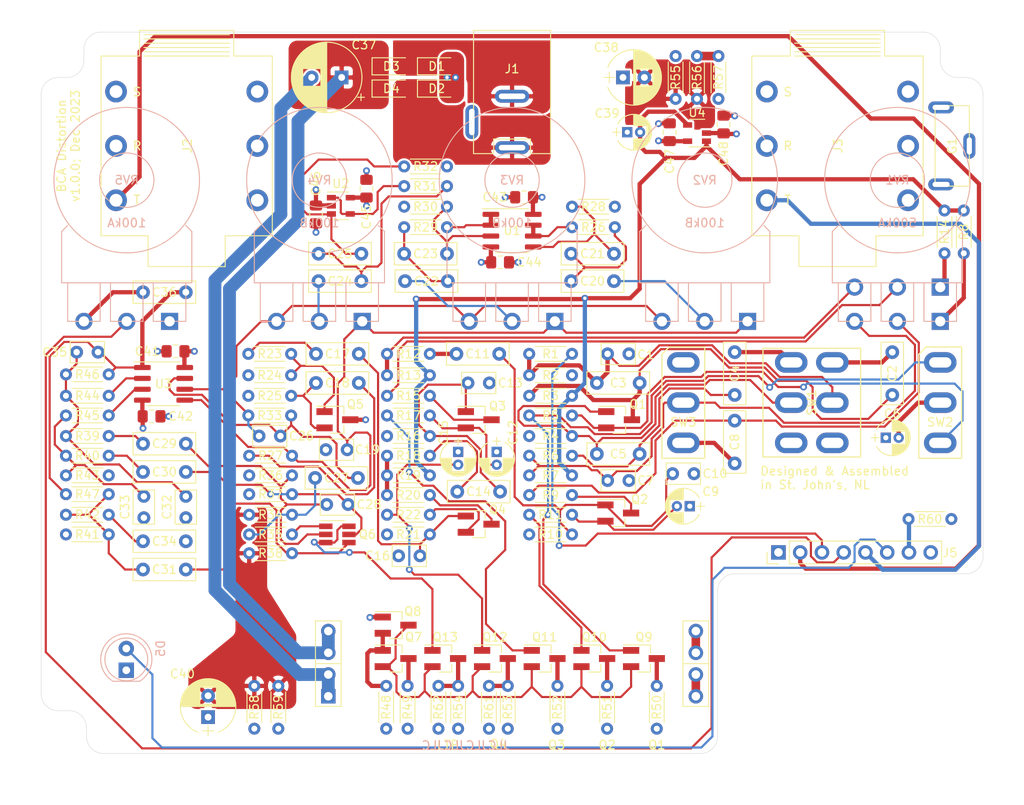
<source format=kicad_pcb>
(kicad_pcb (version 20171130) (host pcbnew "(5.1.10)-1")
  (layers (0 F.Cu signal) (1 In1.Cu power) (2 In2.Cu power) (31 B.Cu signal) (34 B.Paste user hide) (35 F.Paste user hide) (36 B.SilkS user) (37 F.SilkS user) (38 B.Mask user) (39 F.Mask user) (44 Edge.Cuts user))
  (net 0 "")
  (net 1 Earth)
  (net 2 "Net-(J1-Pad3)")
  (net 3 "Net-(C20-Pad1)")
  (net 4 "Net-(C24-Pad1)")
  (net 5 /return)
  (net 6 /input_jack)
  (net 7 /output_jack)
  (net 8 "Net-(SW3-Pad3)")
  (net 9 "Net-(C7-Pad2)")
  (net 10 "Net-(C13-Pad1)")
  (net 11 "Net-(C26-Pad1)")
  (net 12 "Net-(C28-Pad2)")
  (net 13 "Net-(C31-Pad1)")
  (net 14 +15V)
  (net 15 -15V)
  (net 16 "Net-(D1-Pad1)")
  (net 17 "Net-(D2-Pad1)")
  (net 18 /send)
  (net 19 "Net-(Q10-Pad2)")
  (net 20 "Net-(C26-Pad2)")
  (net 21 "Net-(C32-Pad2)")
  (net 22 "Net-(C1-Pad1)")
  (net 23 "Net-(C8-Pad1)")
  (net 24 "Net-(C9-Pad2)")
  (net 25 "Net-(C12-Pad2)")
  (net 26 "Net-(C16-Pad1)")
  (net 27 "Net-(C22-Pad2)")
  (net 28 "Net-(C27-Pad1)")
  (net 29 "Net-(C28-Pad1)")
  (net 30 "Net-(Q1-Pad2)")
  (net 31 "Net-(Q2-Pad3)")
  (net 32 "Net-(Q6-Pad1)")
  (net 33 "Net-(R18-Pad2)")
  (net 34 "Net-(C35-Pad2)")
  (net 35 "Net-(C2-Pad1)")
  (net 36 "Net-(C2-Pad2)")
  (net 37 "Net-(C4-Pad2)")
  (net 38 "Net-(C4-Pad1)")
  (net 39 "Net-(C5-Pad2)")
  (net 40 "Net-(C6-Pad2)")
  (net 41 "Net-(C8-Pad2)")
  (net 42 "Net-(C10-Pad1)")
  (net 43 "Net-(C11-Pad1)")
  (net 44 "Net-(C14-Pad1)")
  (net 45 "/Signal Path/ccs3")
  (net 46 "Net-(C17-Pad1)")
  (net 47 "Net-(C18-Pad2)")
  (net 48 "/Signal Path/eq_send")
  (net 49 "Net-(C19-Pad2)")
  (net 50 "Net-(C20-Pad2)")
  (net 51 "Net-(C21-Pad2)")
  (net 52 "Net-(C22-Pad1)")
  (net 53 "Net-(C23-Pad2)")
  (net 54 "Net-(C24-Pad2)")
  (net 55 "Net-(C25-Pad2)")
  (net 56 "Net-(C29-Pad1)")
  (net 57 "Net-(C30-Pad1)")
  (net 58 "Net-(C31-Pad2)")
  (net 59 "Net-(C33-Pad2)")
  (net 60 "Net-(C34-Pad1)")
  (net 61 "Net-(C36-Pad1)")
  (net 62 "Net-(C37-Pad1)")
  (net 63 "Net-(C38-Pad2)")
  (net 64 "/Signal Path/-VREF0")
  (net 65 "/Signal Path/-VREF1")
  (net 66 /LED+)
  (net 67 /V+)
  (net 68 "Net-(J5-Pad8)")
  (net 69 "Net-(Q3-Pad3)")
  (net 70 "Net-(Q4-Pad2)")
  (net 71 "Net-(Q4-Pad3)")
  (net 72 "Net-(Q5-Pad1)")
  (net 73 "/Signal Path/ccs4")
  (net 74 "Net-(Q7-Pad3)")
  (net 75 "Net-(Q7-Pad1)")
  (net 76 "/Signal Path/ccs0")
  (net 77 "Net-(Q9-Pad3)")
  (net 78 "Net-(Q10-Pad3)")
  (net 79 "/Signal Path/ccs1")
  (net 80 "Net-(Q11-Pad3)")
  (net 81 "/Signal Path/ccs2")
  (net 82 "Net-(Q12-Pad3)")
  (net 83 "Net-(Q13-Pad3)")
  (net 84 "Net-(R8-Pad1)")
  (net 85 "Net-(R12-Pad2)")
  (net 86 "Net-(R14-Pad1)")
  (net 87 "Net-(R15-Pad1)")
  (net 88 "Net-(R26-Pad2)")
  (net 89 "Net-(R29-Pad2)")
  (net 90 "Net-(R31-Pad2)")
  (net 91 "Net-(R44-Pad2)")
  (net 92 "Net-(R45-Pad2)")
  (net 93 "Net-(R56-Pad2)")
  (net 94 "Net-(SW1-Pad3)")
  (net 95 "Net-(SW1-Pad6)")
  (module bca-footprints:Power-module (layer F.Cu) (at 0 30.5)
    (fp_text reference J4 hide)
    (fp_text value power-module)
    (pad 1 thru_hole rect (at -21.46 3.81 180) (size 1.7 1.7) (drill 1) (layers *.Cu *.Mask) (net 1 Earth))
    (pad 4 thru_hole oval (at -21.46 -1.27 180) (size 1.7 1.7) (drill 1) (layers *.Cu *.Mask) (net 62 "Net-(C37-Pad1)"))
    (pad 4 thru_hole oval (at -21.46 -3.81 180) (size 1.7 1.7) (drill 1) (layers *.Cu *.Mask) (net 62 "Net-(C37-Pad1)"))
    (pad 1 thru_hole oval (at -21.46 1.27 180) (size 1.7 1.7) (drill 1) (layers *.Cu *.Mask) (net 1 Earth))
    (pad 8 thru_hole oval (at 21.46 1.27 180) (size 1.7 1.7) (drill 1) (layers *.Cu *.Mask) (net 15 -15V))
    (pad 5 thru_hole oval (at 21.46 -3.81 180) (size 1.7 1.7) (drill 1) (layers *.Cu *.Mask) (net 14 +15V))
    (pad 5 thru_hole oval (at 21.46 -1.27 180) (size 1.7 1.7) (drill 1) (layers *.Cu *.Mask) (net 14 +15V))
    (pad 8 thru_hole oval (at 21.46 3.81 180) (size 1.7 1.7) (drill 1) (layers *.Cu *.Mask) (net 15 -15V))
  )
  (module bca-footprints:Keystone_628 (layer F.Cu) (at 53.4 -30 270)
    (fp_text reference G1 (at 0 2 90) (layer F.SilkS))
    (fp_text value GNDSpring)
    (pad 1 thru_hole oval (at -4.5 3.3) (size 3 1.4) (drill oval 2 0.6) (layers *.Cu *.Mask) (net 1 Earth))
    (pad 1 thru_hole oval (at 4.5 3.3) (size 3 1.4) (drill oval 2 0.6) (layers *.Cu *.Mask) (net 1 Earth))
    (pad 1 thru_hole oval (at 0 0 270) (size 3 1.4) (drill oval 2 0.6) (layers *.Cu *.Mask) (net 1 Earth))
  )
  (module bca-footprints:DC_Jack_DC005 (layer F.Cu) (at 0 -43.5)
    (fp_text reference J1 (at 0 4.5) (layer F.SilkS))
    (fp_text value Barrel_Jack_Switch)
    (pad 1 thru_hole oval (at 0 13.7 90) (size 1.5 4) (drill oval 0.65 3.1) (layers *.Cu *.Mask) (net 17 "Net-(D2-Pad1)"))
    (pad 2 thru_hole oval (at 0 7.7 90) (size 1.5 4) (drill oval 0.65 3.1) (layers *.Cu *.Mask) (net 16 "Net-(D1-Pad1)"))
    (pad 3 thru_hole oval (at -4.7 10.7 180) (size 1.5 4) (drill oval 0.65 3.1) (layers *.Cu *.Mask) (net 2 "Net-(J1-Pad3)"))
  )
  (module bca-footprints:Rean_NYS215 (layer F.Cu) (at -38 -30)
    (fp_text reference J2 (at 0.075 0 90) (layer F.SilkS))
    (fp_text value AudioJack_TRS hide)
    (fp_text user R (at -5.8 0) (layer F.SilkS))
    (fp_text user S (at -5.8 -6.3) (layer F.SilkS))
    (fp_text user T (at -5.8 6.3) (layer F.SilkS))
    (pad 3 thru_hole circle (at -8.25 -6.35) (size 2.54 2.54) (drill 1.5) (layers *.Cu *.Mask) (net 1 Earth))
    (pad 2 thru_hole circle (at -8.25 0) (size 2.54 2.54) (drill 1.5) (layers *.Cu *.Mask) (net 1 Earth))
    (pad 1 thru_hole circle (at -8.25 6.35) (size 2.54 2.54) (drill 1.5) (layers *.Cu *.Mask) (net 6 /input_jack))
    (pad 6 thru_hole circle (at 8.25 -6.35) (size 2.54 2.54) (drill 1.5) (layers *.Cu *.Mask) (net 1 Earth))
    (pad 5 thru_hole circle (at 8.25 0) (size 2.54 2.54) (drill 1.5) (layers *.Cu *.Mask) (net 1 Earth))
    (pad 4 thru_hole circle (at 8.25 6.35) (size 2.54 2.54) (drill 1.5) (layers *.Cu *.Mask) (net 1 Earth))
  )
  (module bca-footprints:Rean_NYS215 (layer F.Cu) (at 38 -30)
    (fp_text reference J3 (at 0.075 0 90) (layer F.SilkS))
    (fp_text value AudioJack_TRS hide)
    (fp_text user T (at -5.8 6.3) (layer F.SilkS))
    (fp_text user S (at -5.8 -6.3) (layer F.SilkS))
    (fp_text user R (at -5.8 0) (layer F.SilkS))
    (pad 4 thru_hole circle (at 8.25 6.35) (size 2.54 2.54) (drill 1.5) (layers *.Cu *.Mask) (net 1 Earth))
    (pad 5 thru_hole circle (at 8.25 0) (size 2.54 2.54) (drill 1.5) (layers *.Cu *.Mask) (net 1 Earth))
    (pad 6 thru_hole circle (at 8.25 -6.35) (size 2.54 2.54) (drill 1.5) (layers *.Cu *.Mask) (net 1 Earth))
    (pad 1 thru_hole circle (at -8.25 6.35) (size 2.54 2.54) (drill 1.5) (layers *.Cu *.Mask) (net 7 /output_jack))
    (pad 2 thru_hole circle (at -8.25 0) (size 2.54 2.54) (drill 1.5) (layers *.Cu *.Mask) (net 1 Earth))
    (pad 3 thru_hole circle (at -8.25 -6.35) (size 2.54 2.54) (drill 1.5) (layers *.Cu *.Mask) (net 1 Earth))
  )
  (module bca-footprints:C_Ceramic_L4.0mm_W2.5mm_P2.50mm (layer F.Cu) (at 12.4 -5.7)
    (fp_text reference C1 (at 3.2 0.1) (layer F.SilkS))
    (fp_text value 220pF)
    (pad 1 thru_hole circle (at -1.25 0) (size 1.5 1.5) (drill 0.75) (layers *.Cu *.Mask) (net 22 "Net-(C1-Pad1)"))
    (pad 2 thru_hole circle (at 1.25 0) (size 1.5 1.5) (drill 0.75) (layers *.Cu *.Mask) (net 1 Earth))
  )
  (module bca-footprints:C_Film_L7.2mm_W2.5mm_P5.00mm (layer F.Cu) (at 44.4 -3.4 90)
    (fp_text reference C2 (at 0 0 90) (layer F.SilkS))
    (fp_text value 10nF hide)
    (pad 1 thru_hole circle (at -2.5 0 90) (size 1.6 1.6) (drill 0.8) (layers *.Cu *.Mask) (net 35 "Net-(C2-Pad1)"))
    (pad 2 thru_hole circle (at 2.5 0 90) (size 1.6 1.6) (drill 0.8) (layers *.Cu *.Mask) (net 36 "Net-(C2-Pad2)"))
  )
  (module bca-footprints:C_Film_L7.2mm_W2.5mm_P5.00mm (layer F.Cu) (at 12.4 -2.3 180)
    (fp_text reference C3 (at 0 0) (layer F.SilkS))
    (fp_text value 1nF hide)
    (pad 2 thru_hole circle (at 2.5 0 180) (size 1.6 1.6) (drill 0.8) (layers *.Cu *.Mask) (net 22 "Net-(C1-Pad1)"))
    (pad 1 thru_hole circle (at -2.5 0 180) (size 1.6 1.6) (drill 0.8) (layers *.Cu *.Mask) (net 35 "Net-(C2-Pad1)"))
  )
  (module bca-footprints:C_Film_L7.2mm_W2.5mm_P5.00mm (layer F.Cu) (at 26 -3.4 90)
    (fp_text reference C4 (at 0 0 90) (layer F.SilkS))
    (fp_text value 22nF hide)
    (pad 2 thru_hole circle (at 2.5 0 90) (size 1.6 1.6) (drill 0.8) (layers *.Cu *.Mask) (net 37 "Net-(C4-Pad2)"))
    (pad 1 thru_hole circle (at -2.5 0 90) (size 1.6 1.6) (drill 0.8) (layers *.Cu *.Mask) (net 38 "Net-(C4-Pad1)"))
  )
  (module bca-footprints:C_Film_L7.2mm_W2.5mm_P5.00mm (layer F.Cu) (at 12.4 6 180)
    (fp_text reference C5 (at 0 0) (layer F.SilkS))
    (fp_text value 2.2nF hide)
    (pad 2 thru_hole circle (at 2.5 0 180) (size 1.6 1.6) (drill 0.8) (layers *.Cu *.Mask) (net 39 "Net-(C5-Pad2)"))
    (pad 1 thru_hole circle (at -2.5 0 180) (size 1.6 1.6) (drill 0.8) (layers *.Cu *.Mask) (net 38 "Net-(C4-Pad1)"))
  )
  (module bca-footprints:CP_Radial_D4.0mm_P1.50mm (layer F.Cu) (at 44.4 4.1)
    (fp_text reference C6 (at 0 -2.8) (layer F.SilkS))
    (fp_text value 10uF hide)
    (pad 2 thru_hole circle (at 0.75 0) (size 1.2 1.2) (drill 0.6) (layers *.Cu *.Mask) (net 40 "Net-(C6-Pad2)"))
    (pad 1 thru_hole rect (at -0.75 0) (size 1.2 1.2) (drill 0.6) (layers *.Cu *.Mask) (net 1 Earth))
  )
  (module bca-footprints:C_Ceramic_L4.0mm_W2.5mm_P2.50mm (layer F.Cu) (at 12.4 9.1 180)
    (fp_text reference C7 (at -3.2 0) (layer F.SilkS))
    (fp_text value 470pF)
    (pad 2 thru_hole circle (at 1.25 0 180) (size 1.5 1.5) (drill 0.75) (layers *.Cu *.Mask) (net 9 "Net-(C7-Pad2)"))
    (pad 1 thru_hole circle (at -1.25 0 180) (size 1.5 1.5) (drill 0.75) (layers *.Cu *.Mask) (net 1 Earth))
  )
  (module bca-footprints:C_Film_L7.2mm_W2.5mm_P5.00mm (layer F.Cu) (at 26 4.6 270)
    (fp_text reference C8 (at 0 0 90) (layer F.SilkS))
    (fp_text value 2.2nF hide)
    (pad 1 thru_hole circle (at -2.5 0 270) (size 1.6 1.6) (drill 0.8) (layers *.Cu *.Mask) (net 23 "Net-(C8-Pad1)"))
    (pad 2 thru_hole circle (at 2.5 0 270) (size 1.6 1.6) (drill 0.8) (layers *.Cu *.Mask) (net 41 "Net-(C8-Pad2)"))
  )
  (module bca-footprints:CP_Radial_D4.0mm_P1.50mm (layer F.Cu) (at 20 12.1 180)
    (fp_text reference C9 (at -3.2 1.7) (layer F.SilkS))
    (fp_text value 10uF hide)
    (pad 1 thru_hole rect (at -0.75 0 180) (size 1.2 1.2) (drill 0.6) (layers *.Cu *.Mask) (net 1 Earth))
    (pad 2 thru_hole circle (at 0.75 0 180) (size 1.2 1.2) (drill 0.6) (layers *.Cu *.Mask) (net 24 "Net-(C9-Pad2)"))
  )
  (module bca-footprints:C_Ceramic_L4.0mm_W2.5mm_P2.50mm (layer F.Cu) (at 20 8.3)
    (fp_text reference C10 (at 3.7 0) (layer F.SilkS))
    (fp_text value 100pF)
    (pad 1 thru_hole circle (at -1.25 0) (size 1.5 1.5) (drill 0.75) (layers *.Cu *.Mask) (net 42 "Net-(C10-Pad1)"))
    (pad 2 thru_hole circle (at 1.25 0) (size 1.5 1.5) (drill 0.75) (layers *.Cu *.Mask) (net 14 +15V))
  )
  (module bca-footprints:C_Film_L7.2mm_W2.5mm_P5.00mm (layer F.Cu) (at -4 -5.7)
    (fp_text reference C11 (at 0 0) (layer F.SilkS))
    (fp_text value 2.2nF hide)
    (pad 2 thru_hole circle (at 2.5 0) (size 1.6 1.6) (drill 0.8) (layers *.Cu *.Mask) (net 42 "Net-(C10-Pad1)"))
    (pad 1 thru_hole circle (at -2.5 0) (size 1.6 1.6) (drill 0.8) (layers *.Cu *.Mask) (net 43 "Net-(C11-Pad1)"))
  )
  (module bca-footprints:CP_Radial_D4.0mm_P1.50mm (layer F.Cu) (at -1.8 6.5 270)
    (fp_text reference C12 (at -3 -1.9 90) (layer F.SilkS))
    (fp_text value 10uF hide)
    (pad 1 thru_hole rect (at -0.75 0 270) (size 1.2 1.2) (drill 0.6) (layers *.Cu *.Mask) (net 1 Earth))
    (pad 2 thru_hole circle (at 0.75 0 270) (size 1.2 1.2) (drill 0.6) (layers *.Cu *.Mask) (net 25 "Net-(C12-Pad2)"))
  )
  (module bca-footprints:C_Ceramic_L4.0mm_W2.5mm_P2.50mm (layer F.Cu) (at -3.9 -2.3)
    (fp_text reference C13 (at 3.7 0) (layer F.SilkS))
    (fp_text value 100pF)
    (pad 2 thru_hole circle (at 1.25 0) (size 1.5 1.5) (drill 0.75) (layers *.Cu *.Mask) (net 14 +15V))
    (pad 1 thru_hole circle (at -1.25 0) (size 1.5 1.5) (drill 0.75) (layers *.Cu *.Mask) (net 10 "Net-(C13-Pad1)"))
  )
  (module bca-footprints:C_Film_L7.2mm_W2.5mm_P5.00mm (layer F.Cu) (at -3.9 10.4)
    (fp_text reference C14 (at 0 0) (layer F.SilkS))
    (fp_text value 4.7nF hide)
    (pad 2 thru_hole circle (at 2.5 0) (size 1.6 1.6) (drill 0.8) (layers *.Cu *.Mask) (net 10 "Net-(C13-Pad1)"))
    (pad 1 thru_hole circle (at -2.5 0) (size 1.6 1.6) (drill 0.8) (layers *.Cu *.Mask) (net 44 "Net-(C14-Pad1)"))
  )
  (module bca-footprints:CP_Radial_D4.0mm_P1.50mm (layer F.Cu) (at -6.3 6.5 270)
    (fp_text reference C15 (at -3 1.7 270) (layer F.SilkS))
    (fp_text value 10uF hide)
    (pad 1 thru_hole rect (at -0.75 0 270) (size 1.2 1.2) (drill 0.6) (layers *.Cu *.Mask) (net 1 Earth))
    (pad 2 thru_hole circle (at 0.75 0 270) (size 1.2 1.2) (drill 0.6) (layers *.Cu *.Mask) (net 45 "/Signal Path/ccs3"))
  )
  (module bca-footprints:C_Ceramic_L4.0mm_W2.5mm_P2.50mm (layer F.Cu) (at -12 17.9 180)
    (fp_text reference C16 (at 3.7 0) (layer F.SilkS))
    (fp_text value 100pF)
    (pad 1 thru_hole circle (at -1.25 0 180) (size 1.5 1.5) (drill 0.75) (layers *.Cu *.Mask) (net 26 "Net-(C16-Pad1)"))
    (pad 2 thru_hole circle (at 1.25 0 180) (size 1.5 1.5) (drill 0.75) (layers *.Cu *.Mask) (net 14 +15V))
  )
  (module bca-footprints:C_Film_L7.2mm_W2.5mm_P5.00mm (layer F.Cu) (at -20.4 -5.7)
    (fp_text reference C17 (at 0 0) (layer F.SilkS))
    (fp_text value 0.1uF hide)
    (pad 2 thru_hole circle (at 2.5 0) (size 1.6 1.6) (drill 0.8) (layers *.Cu *.Mask) (net 26 "Net-(C16-Pad1)"))
    (pad 1 thru_hole circle (at -2.5 0) (size 1.6 1.6) (drill 0.8) (layers *.Cu *.Mask) (net 46 "Net-(C17-Pad1)"))
  )
  (module bca-footprints:C_Film_L7.2mm_W2.5mm_P5.00mm (layer F.Cu) (at -20.4 -2.3 180)
    (fp_text reference C18 (at 0 0) (layer F.SilkS))
    (fp_text value 0.1uF hide)
    (pad 2 thru_hole circle (at 2.5 0 180) (size 1.6 1.6) (drill 0.8) (layers *.Cu *.Mask) (net 47 "Net-(C18-Pad2)"))
    (pad 1 thru_hole circle (at -2.5 0 180) (size 1.6 1.6) (drill 0.8) (layers *.Cu *.Mask) (net 48 "/Signal Path/eq_send"))
  )
  (module bca-footprints:C_Ceramic_L4.0mm_W2.5mm_P2.50mm (layer F.Cu) (at -20.5 5.5)
    (fp_text reference C19 (at 3.6 0) (layer F.SilkS))
    (fp_text value 100pF)
    (pad 2 thru_hole circle (at 1.25 0) (size 1.5 1.5) (drill 0.75) (layers *.Cu *.Mask) (net 49 "Net-(C19-Pad2)"))
    (pad 1 thru_hole circle (at -1.25 0) (size 1.5 1.5) (drill 0.75) (layers *.Cu *.Mask) (net 1 Earth))
  )
  (module bca-footprints:C_Film_L7.2mm_W2.5mm_P5.00mm (layer F.Cu) (at 9.4 -14.2 180)
    (fp_text reference C20 (at 0 0) (layer F.SilkS))
    (fp_text value 10nF hide)
    (pad 1 thru_hole circle (at -2.5 0 180) (size 1.6 1.6) (drill 0.8) (layers *.Cu *.Mask) (net 3 "Net-(C20-Pad1)"))
    (pad 2 thru_hole circle (at 2.5 0 180) (size 1.6 1.6) (drill 0.8) (layers *.Cu *.Mask) (net 50 "Net-(C20-Pad2)"))
  )
  (module bca-footprints:C_Film_L7.2mm_W2.5mm_P5.00mm (layer F.Cu) (at 9.4 -17.4)
    (fp_text reference C21 (at 0 0) (layer F.SilkS))
    (fp_text value 10nF hide)
    (pad 1 thru_hole circle (at -2.5 0) (size 1.6 1.6) (drill 0.8) (layers *.Cu *.Mask) (net 50 "Net-(C20-Pad2)"))
    (pad 2 thru_hole circle (at 2.5 0) (size 1.6 1.6) (drill 0.8) (layers *.Cu *.Mask) (net 51 "Net-(C21-Pad2)"))
  )
  (module bca-footprints:C_Film_L7.2mm_W2.5mm_P5.00mm (layer F.Cu) (at -10 -14.2)
    (fp_text reference C22 (at 0 0) (layer F.SilkS))
    (fp_text value 10nF hide)
    (pad 2 thru_hole circle (at 2.5 0) (size 1.6 1.6) (drill 0.8) (layers *.Cu *.Mask) (net 27 "Net-(C22-Pad2)"))
    (pad 1 thru_hole circle (at -2.5 0) (size 1.6 1.6) (drill 0.8) (layers *.Cu *.Mask) (net 52 "Net-(C22-Pad1)"))
  )
  (module bca-footprints:C_Film_L7.2mm_W2.5mm_P5.00mm (layer F.Cu) (at -10.1 -17.4)
    (fp_text reference C23 (at 0 0) (layer F.SilkS))
    (fp_text value 10nF hide)
    (pad 1 thru_hole circle (at -2.5 0) (size 1.6 1.6) (drill 0.8) (layers *.Cu *.Mask) (net 27 "Net-(C22-Pad2)"))
    (pad 2 thru_hole circle (at 2.5 0) (size 1.6 1.6) (drill 0.8) (layers *.Cu *.Mask) (net 53 "Net-(C23-Pad2)"))
  )
  (module bca-footprints:C_Film_L7.2mm_W2.5mm_P5.00mm (layer F.Cu) (at -20.1 -14.2)
    (fp_text reference C24 (at 0 0) (layer F.SilkS))
    (fp_text value 10nF hide)
    (pad 2 thru_hole circle (at 2.5 0) (size 1.6 1.6) (drill 0.8) (layers *.Cu *.Mask) (net 54 "Net-(C24-Pad2)"))
    (pad 1 thru_hole circle (at -2.5 0) (size 1.6 1.6) (drill 0.8) (layers *.Cu *.Mask) (net 4 "Net-(C24-Pad1)"))
  )
  (module bca-footprints:C_Film_L7.2mm_W2.5mm_P5.00mm (layer F.Cu) (at -20.1 -17.4)
    (fp_text reference C25 (at 0 0) (layer F.SilkS))
    (fp_text value 10nF hide)
    (pad 1 thru_hole circle (at -2.5 0) (size 1.6 1.6) (drill 0.8) (layers *.Cu *.Mask) (net 54 "Net-(C24-Pad2)"))
    (pad 2 thru_hole circle (at 2.5 0) (size 1.6 1.6) (drill 0.8) (layers *.Cu *.Mask) (net 55 "Net-(C25-Pad2)"))
  )
  (module bca-footprints:C_Ceramic_L4.0mm_W2.5mm_P2.50mm (layer F.Cu) (at -28.3 3.9)
    (fp_text reference C26 (at 3.7 0) (layer F.SilkS))
    (fp_text value 100pF)
    (pad 2 thru_hole circle (at 1.25 0) (size 1.5 1.5) (drill 0.75) (layers *.Cu *.Mask) (net 20 "Net-(C26-Pad2)"))
    (pad 1 thru_hole circle (at -1.25 0) (size 1.5 1.5) (drill 0.75) (layers *.Cu *.Mask) (net 11 "Net-(C26-Pad1)"))
  )
  (module bca-footprints:C_Film_L7.2mm_W2.5mm_P5.00mm (layer F.Cu) (at -20.5 8.8)
    (fp_text reference C27 (at 0 0) (layer F.SilkS))
    (fp_text value 10nF hide)
    (pad 2 thru_hole circle (at 2.5 0) (size 1.6 1.6) (drill 0.8) (layers *.Cu *.Mask) (net 20 "Net-(C26-Pad2)"))
    (pad 1 thru_hole circle (at -2.5 0) (size 1.6 1.6) (drill 0.8) (layers *.Cu *.Mask) (net 28 "Net-(C27-Pad1)"))
  )
  (module bca-footprints:C_Ceramic_L4.0mm_W2.5mm_P2.50mm (layer F.Cu) (at -20.4 11.9)
    (fp_text reference C28 (at 3.7 0) (layer F.SilkS))
    (fp_text value 100pF)
    (pad 1 thru_hole circle (at -1.25 0) (size 1.5 1.5) (drill 0.75) (layers *.Cu *.Mask) (net 29 "Net-(C28-Pad1)"))
    (pad 2 thru_hole circle (at 1.25 0) (size 1.5 1.5) (drill 0.75) (layers *.Cu *.Mask) (net 12 "Net-(C28-Pad2)"))
  )
  (module bca-footprints:C_Film_L7.2mm_W2.5mm_P5.00mm (layer F.Cu) (at -40.6 4.8)
    (fp_text reference C29 (at 0 0) (layer F.SilkS))
    (fp_text value 0.1uF hide)
    (pad 1 thru_hole circle (at -2.5 0) (size 1.6 1.6) (drill 0.8) (layers *.Cu *.Mask) (net 56 "Net-(C29-Pad1)"))
    (pad 2 thru_hole circle (at 2.5 0) (size 1.6 1.6) (drill 0.8) (layers *.Cu *.Mask) (net 29 "Net-(C28-Pad1)"))
  )
  (module bca-footprints:C_Film_L7.2mm_W2.5mm_P5.00mm (layer F.Cu) (at -40.6 8.1)
    (fp_text reference C30 (at 0 0) (layer F.SilkS))
    (fp_text value 0.1uF hide)
    (pad 2 thru_hole circle (at 2.5 0) (size 1.6 1.6) (drill 0.8) (layers *.Cu *.Mask) (net 12 "Net-(C28-Pad2)"))
    (pad 1 thru_hole circle (at -2.5 0) (size 1.6 1.6) (drill 0.8) (layers *.Cu *.Mask) (net 57 "Net-(C30-Pad1)"))
  )
  (module bca-footprints:C_Film_L7.2mm_W2.5mm_P5.00mm (layer F.Cu) (at -40.6 19.5)
    (fp_text reference C31 (at 0 0) (layer F.SilkS))
    (fp_text value 0.1uF hide)
    (pad 1 thru_hole circle (at -2.5 0) (size 1.6 1.6) (drill 0.8) (layers *.Cu *.Mask) (net 13 "Net-(C31-Pad1)"))
    (pad 2 thru_hole circle (at 2.5 0) (size 1.6 1.6) (drill 0.8) (layers *.Cu *.Mask) (net 58 "Net-(C31-Pad2)"))
  )
  (module bca-footprints:C_Ceramic_L4.0mm_W2.5mm_P2.50mm (layer F.Cu) (at -38.1 12.2 90)
    (fp_text reference C32 (at 0 -2.2 90) (layer F.SilkS))
    (fp_text value 270pF)
    (pad 2 thru_hole circle (at 1.25 0 90) (size 1.5 1.5) (drill 0.75) (layers *.Cu *.Mask) (net 21 "Net-(C32-Pad2)"))
    (pad 1 thru_hole circle (at -1.25 0 90) (size 1.5 1.5) (drill 0.75) (layers *.Cu *.Mask) (net 1 Earth))
  )
  (module bca-footprints:C_Ceramic_L4.0mm_W2.5mm_P2.50mm (layer F.Cu) (at -43 12.2 90)
    (fp_text reference C33 (at 0 -2.2 90) (layer F.SilkS))
    (fp_text value 270pF)
    (pad 1 thru_hole circle (at -1.25 0 90) (size 1.5 1.5) (drill 0.75) (layers *.Cu *.Mask) (net 1 Earth))
    (pad 2 thru_hole circle (at 1.25 0 90) (size 1.5 1.5) (drill 0.75) (layers *.Cu *.Mask) (net 59 "Net-(C33-Pad2)"))
  )
  (module bca-footprints:C_Film_L7.2mm_W2.5mm_P5.00mm (layer F.Cu) (at -40.6 16.2)
    (fp_text reference C34 (at 0 0) (layer F.SilkS))
    (fp_text value 3.3nF hide)
    (pad 1 thru_hole circle (at -2.5 0) (size 1.6 1.6) (drill 0.8) (layers *.Cu *.Mask) (net 60 "Net-(C34-Pad1)"))
    (pad 2 thru_hole circle (at 2.5 0) (size 1.6 1.6) (drill 0.8) (layers *.Cu *.Mask) (net 1 Earth))
  )
  (module bca-footprints:C_Ceramic_L4.0mm_W2.5mm_P2.50mm (layer F.Cu) (at -49.6 -5.9)
    (fp_text reference C35 (at -3.8 0) (layer F.SilkS))
    (fp_text value 100pF)
    (pad 1 thru_hole circle (at -1.25 0) (size 1.5 1.5) (drill 0.75) (layers *.Cu *.Mask) (net 21 "Net-(C32-Pad2)"))
    (pad 2 thru_hole circle (at 1.25 0) (size 1.5 1.5) (drill 0.75) (layers *.Cu *.Mask) (net 34 "Net-(C35-Pad2)"))
  )
  (module bca-footprints:C_Film_L7.2mm_W2.5mm_P5.00mm (layer F.Cu) (at -40.6 -12.9)
    (fp_text reference C36 (at 0 0) (layer F.SilkS))
    (fp_text value 0.1uF hide)
    (pad 1 thru_hole circle (at -2.5 0) (size 1.6 1.6) (drill 0.8) (layers *.Cu *.Mask) (net 61 "Net-(C36-Pad1)"))
    (pad 2 thru_hole circle (at 2.5 0) (size 1.6 1.6) (drill 0.8) (layers *.Cu *.Mask) (net 34 "Net-(C35-Pad2)"))
  )
  (module Capacitor_THT:CP_Radial_D8.0mm_P3.50mm (layer F.Cu) (at -19.9 -38 180)
    (fp_text reference C37 (at -2.6 3.8) (layer F.SilkS))
    (fp_text value 470uF)
    (pad 1 thru_hole rect (at 0 0 180) (size 1.6 1.6) (drill 0.8) (layers *.Cu *.Mask) (net 62 "Net-(C37-Pad1)"))
    (pad 2 thru_hole circle (at 3.5 0 180) (size 1.6 1.6) (drill 0.8) (layers *.Cu *.Mask) (net 1 Earth))
  )
  (module bca-footprints:CP_Radial_D6.3mm_P2.50mm (layer F.Cu) (at 14.2 -38)
    (fp_text reference C38 (at -3.2 -3.5) (layer F.SilkS))
    (fp_text value 100uF hide)
    (pad 1 thru_hole rect (at -1.25 0) (size 1.6 1.6) (drill 0.8) (layers *.Cu *.Mask) (net 1 Earth))
    (pad 2 thru_hole circle (at 1.25 0) (size 1.6 1.6) (drill 0.8) (layers *.Cu *.Mask) (net 63 "Net-(C38-Pad2)"))
  )
  (module bca-footprints:CP_Radial_D4.0mm_P1.50mm (layer F.Cu) (at 14.2 -31.6)
    (fp_text reference C39 (at -3.1 -2.2) (layer F.SilkS))
    (fp_text value 10uF hide)
    (pad 2 thru_hole circle (at 0.75 0) (size 1.2 1.2) (drill 0.6) (layers *.Cu *.Mask) (net 64 "/Signal Path/-VREF0"))
    (pad 1 thru_hole rect (at -0.75 0) (size 1.2 1.2) (drill 0.6) (layers *.Cu *.Mask) (net 1 Earth))
  )
  (module bca-footprints:CP_Radial_D6.3mm_P2.50mm (layer F.Cu) (at -35.5 35.5 90)
    (fp_text reference C40 (at 3.8 -3 180) (layer F.SilkS))
    (fp_text value 100uF hide)
    (pad 2 thru_hole circle (at 1.25 0 90) (size 1.6 1.6) (drill 0.8) (layers *.Cu *.Mask) (net 65 "/Signal Path/-VREF1"))
    (pad 1 thru_hole rect (at -1.25 0 90) (size 1.6 1.6) (drill 0.8) (layers *.Cu *.Mask) (net 1 Earth))
  )
  (module Capacitor_SMD:C_0805_2012Metric_Pad1.18x1.45mm_HandSolder (layer F.Cu) (at -39.3 -6 180)
    (fp_text reference C41 (at 3.3 0) (layer F.SilkS))
    (fp_text value 100nF)
    (pad 1 smd roundrect (at -1.0375 0 180) (size 1.175 1.45) (layers F.Cu F.Paste F.Mask) (roundrect_rratio 0.212766) (net 14 +15V))
    (pad 2 smd roundrect (at 1.0375 0 180) (size 1.175 1.45) (layers F.Cu F.Paste F.Mask) (roundrect_rratio 0.212766) (net 1 Earth))
  )
  (module Capacitor_SMD:C_0805_2012Metric_Pad1.18x1.45mm_HandSolder (layer F.Cu) (at -42.1 1.6 180)
    (fp_text reference C42 (at -3.4 0) (layer F.SilkS))
    (fp_text value 100nF)
    (pad 2 smd roundrect (at 1.0375 0 180) (size 1.175 1.45) (layers F.Cu F.Paste F.Mask) (roundrect_rratio 0.212766) (net 15 -15V))
    (pad 1 smd roundrect (at -1.0375 0 180) (size 1.175 1.45) (layers F.Cu F.Paste F.Mask) (roundrect_rratio 0.212766) (net 1 Earth))
  )
  (module Capacitor_SMD:C_0805_2012Metric_Pad1.18x1.45mm_HandSolder (layer F.Cu) (at 1.4 -24 180)
    (fp_text reference C43 (at 3.4 0) (layer F.SilkS))
    (fp_text value 100nF)
    (pad 1 smd roundrect (at -1.0375 0 180) (size 1.175 1.45) (layers F.Cu F.Paste F.Mask) (roundrect_rratio 0.212766) (net 14 +15V))
    (pad 2 smd roundrect (at 1.0375 0 180) (size 1.175 1.45) (layers F.Cu F.Paste F.Mask) (roundrect_rratio 0.212766) (net 1 Earth))
  )
  (module Capacitor_SMD:C_0805_2012Metric_Pad1.18x1.45mm_HandSolder (layer F.Cu) (at -1.4 -16.4 180)
    (fp_text reference C44 (at -3.4 0) (layer F.SilkS))
    (fp_text value 100nF)
    (pad 2 smd roundrect (at 1.0375 0 180) (size 1.175 1.45) (layers F.Cu F.Paste F.Mask) (roundrect_rratio 0.212766) (net 15 -15V))
    (pad 1 smd roundrect (at -1.0375 0 180) (size 1.175 1.45) (layers F.Cu F.Paste F.Mask) (roundrect_rratio 0.212766) (net 1 Earth))
  )
  (module Capacitor_SMD:C_0805_2012Metric_Pad1.18x1.45mm_HandSolder (layer F.Cu) (at -17 -25 90)
    (fp_text reference C45 (at -3.3 0 90) (layer F.SilkS))
    (fp_text value 100nF)
    (pad 1 smd roundrect (at -1.0375 0 90) (size 1.175 1.45) (layers F.Cu F.Paste F.Mask) (roundrect_rratio 0.212766) (net 14 +15V))
    (pad 2 smd roundrect (at 1.0375 0 90) (size 1.175 1.45) (layers F.Cu F.Paste F.Mask) (roundrect_rratio 0.212766) (net 1 Earth))
  )
  (module Capacitor_SMD:C_0805_2012Metric_Pad1.18x1.45mm_HandSolder (layer F.Cu) (at -22.9 -22 90)
    (fp_text reference C46 (at 3.6 0 90) (layer F.SilkS))
    (fp_text value 100nF)
    (pad 2 smd roundrect (at 1.0375 0 90) (size 1.175 1.45) (layers F.Cu F.Paste F.Mask) (roundrect_rratio 0.212766) (net 15 -15V))
    (pad 1 smd roundrect (at -1.0375 0 90) (size 1.175 1.45) (layers F.Cu F.Paste F.Mask) (roundrect_rratio 0.212766) (net 1 Earth))
  )
  (module Capacitor_SMD:C_0805_2012Metric_Pad1.18x1.45mm_HandSolder (layer F.Cu) (at 18.4 -31.6 90)
    (fp_text reference C47 (at -3.4 0 90) (layer F.SilkS))
    (fp_text value 100nF)
    (pad 1 smd roundrect (at -1.0375 0 90) (size 1.175 1.45) (layers F.Cu F.Paste F.Mask) (roundrect_rratio 0.212766) (net 14 +15V))
    (pad 2 smd roundrect (at 1.0375 0 90) (size 1.175 1.45) (layers F.Cu F.Paste F.Mask) (roundrect_rratio 0.212766) (net 1 Earth))
  )
  (module Capacitor_SMD:C_0805_2012Metric_Pad1.18x1.45mm_HandSolder (layer F.Cu) (at 24.7 -32.5 270)
    (fp_text reference C48 (at 3.4 0 90) (layer F.SilkS))
    (fp_text value 100nF)
    (pad 2 smd roundrect (at 1.0375 0 270) (size 1.175 1.45) (layers F.Cu F.Paste F.Mask) (roundrect_rratio 0.212766) (net 15 -15V))
    (pad 1 smd roundrect (at -1.0375 0 270) (size 1.175 1.45) (layers F.Cu F.Paste F.Mask) (roundrect_rratio 0.212766) (net 1 Earth))
  )
  (module Diode_SMD:D_SOD-123 (layer F.Cu) (at -8.8 -39.3)
    (fp_text reference D1 (at 0 0) (layer F.SilkS))
    (fp_text value 1N5819)
    (pad 2 smd rect (at 1.65 0) (size 0.9 1.2) (layers F.Cu F.Paste F.Mask) (net 1 Earth))
    (pad 1 smd rect (at -1.65 0) (size 0.9 1.2) (layers F.Cu F.Paste F.Mask) (net 16 "Net-(D1-Pad1)"))
  )
  (module Diode_SMD:D_SOD-123 (layer F.Cu) (at -8.8 -36.7)
    (fp_text reference D2 (at 0 0) (layer F.SilkS))
    (fp_text value 1N5819)
    (pad 1 smd rect (at -1.65 0) (size 0.9 1.2) (layers F.Cu F.Paste F.Mask) (net 17 "Net-(D2-Pad1)"))
    (pad 2 smd rect (at 1.65 0) (size 0.9 1.2) (layers F.Cu F.Paste F.Mask) (net 1 Earth))
  )
  (module Diode_SMD:D_SOD-123 (layer F.Cu) (at -14.1 -39.3)
    (fp_text reference D3 (at 0 0) (layer F.SilkS))
    (fp_text value 1N5819)
    (pad 1 smd rect (at -1.65 0) (size 0.9 1.2) (layers F.Cu F.Paste F.Mask) (net 62 "Net-(C37-Pad1)"))
    (pad 2 smd rect (at 1.65 0) (size 0.9 1.2) (layers F.Cu F.Paste F.Mask) (net 16 "Net-(D1-Pad1)"))
  )
  (module Diode_SMD:D_SOD-123 (layer F.Cu) (at -14.1 -36.7)
    (fp_text reference D4 (at 0 0) (layer F.SilkS))
    (fp_text value 1N5819)
    (pad 2 smd rect (at 1.65 0) (size 0.9 1.2) (layers F.Cu F.Paste F.Mask) (net 17 "Net-(D2-Pad1)"))
    (pad 1 smd rect (at -1.65 0) (size 0.9 1.2) (layers F.Cu F.Paste F.Mask) (net 62 "Net-(C37-Pad1)"))
  )
  (module bca-footprints:LED_D5.0mm (layer B.Cu) (at -45 30 90)
    (fp_text reference D5 (at 1.27 3.96 90) (layer B.SilkS) (effects (justify mirror)))
    (fp_text value LED)
    (pad 1 thru_hole rect (at -1.27 -0.05 90) (size 1.8 1.8) (drill 0.9) (layers *.Cu *.Mask) (net 1 Earth))
    (pad 2 thru_hole circle (at 1.27 -0.05 90) (size 1.8 1.8) (drill 0.9) (layers *.Cu *.Mask) (net 66 /LED+))
  )
  (module bca-footprints:Pin_Header_Straight_1x08_Pitch2.54mm (layer F.Cu) (at 40 17.5)
    (fp_text reference J5 (at 11.15 0.05) (layer F.SilkS))
    (fp_text value Conn_01x08)
    (pad 4 thru_hole oval (at -1.27 0 90) (size 1.7 1.7) (drill 1) (layers *.Cu *.Mask) (net 5 /return))
    (pad 6 thru_hole oval (at 3.81 0 90) (size 1.7 1.7) (drill 1) (layers *.Cu *.Mask) (net 66 /LED+))
    (pad 7 thru_hole oval (at 6.35 0 90) (size 1.7 1.7) (drill 1) (layers *.Cu *.Mask) (net 67 /V+))
    (pad 3 thru_hole oval (at -3.81 0 90) (size 1.7 1.7) (drill 1) (layers *.Cu *.Mask) (net 18 /send))
    (pad 5 thru_hole oval (at 1.27 0 90) (size 1.7 1.7) (drill 1) (layers *.Cu *.Mask) (net 7 /output_jack))
    (pad 8 thru_hole oval (at 8.89 0 90) (size 1.7 1.7) (drill 1) (layers *.Cu *.Mask) (net 68 "Net-(J5-Pad8)"))
    (pad 1 thru_hole rect (at -8.89 0 90) (size 1.7 1.7) (drill 1) (layers *.Cu *.Mask) (net 1 Earth))
    (pad 2 thru_hole oval (at -6.35 0 90) (size 1.7 1.7) (drill 1) (layers *.Cu *.Mask) (net 6 /input_jack))
  )
  (module Package_TO_SOT_SMD:SOT-23_Handsoldering (layer F.Cu) (at 12.5 2)
    (fp_text reference Q1 (at 2.2 -1.8) (layer F.SilkS))
    (fp_text value MMBFJ202)
    (pad 3 smd rect (at 1.5 0) (size 1.9 0.8) (layers F.Cu F.Paste F.Mask) (net 35 "Net-(C2-Pad1)"))
    (pad 2 smd rect (at -1.5 0.95) (size 1.9 0.8) (layers F.Cu F.Paste F.Mask) (net 30 "Net-(Q1-Pad2)"))
    (pad 1 smd rect (at -1.5 -0.95) (size 1.9 0.8) (layers F.Cu F.Paste F.Mask) (net 39 "Net-(C5-Pad2)"))
  )
  (module Package_TO_SOT_SMD:SOT-23_Handsoldering (layer F.Cu) (at 12.4 12.9)
    (fp_text reference Q2 (at 2.5 -1.6) (layer F.SilkS))
    (fp_text value MMBFJ202)
    (pad 3 smd rect (at 1.5 0) (size 1.9 0.8) (layers F.Cu F.Paste F.Mask) (net 31 "Net-(Q2-Pad3)"))
    (pad 2 smd rect (at -1.5 0.95) (size 1.9 0.8) (layers F.Cu F.Paste F.Mask) (net 24 "Net-(C9-Pad2)"))
    (pad 1 smd rect (at -1.5 -0.95) (size 1.9 0.8) (layers F.Cu F.Paste F.Mask) (net 42 "Net-(C10-Pad1)"))
  )
  (module Package_TO_SOT_SMD:SOT-23_Handsoldering (layer F.Cu) (at -3.9 2)
    (fp_text reference Q3 (at 2.2 -1.6) (layer F.SilkS))
    (fp_text value MMBFJ202)
    (pad 1 smd rect (at -1.5 -0.95) (size 1.9 0.8) (layers F.Cu F.Paste F.Mask) (net 10 "Net-(C13-Pad1)"))
    (pad 2 smd rect (at -1.5 0.95) (size 1.9 0.8) (layers F.Cu F.Paste F.Mask) (net 25 "Net-(C12-Pad2)"))
    (pad 3 smd rect (at 1.5 0) (size 1.9 0.8) (layers F.Cu F.Paste F.Mask) (net 69 "Net-(Q3-Pad3)"))
  )
  (module Package_TO_SOT_SMD:SOT-23_Handsoldering (layer F.Cu) (at -3.9 14.2)
    (fp_text reference Q4 (at 2.2 -1.7) (layer F.SilkS))
    (fp_text value MMBFJ202)
    (pad 1 smd rect (at -1.5 -0.95) (size 1.9 0.8) (layers F.Cu F.Paste F.Mask) (net 26 "Net-(C16-Pad1)"))
    (pad 2 smd rect (at -1.5 0.95) (size 1.9 0.8) (layers F.Cu F.Paste F.Mask) (net 70 "Net-(Q4-Pad2)"))
    (pad 3 smd rect (at 1.5 0) (size 1.9 0.8) (layers F.Cu F.Paste F.Mask) (net 71 "Net-(Q4-Pad3)"))
  )
  (module Package_TO_SOT_SMD:SOT-23_Handsoldering (layer F.Cu) (at -20.4 2)
    (fp_text reference Q5 (at 2.1 -1.8) (layer F.SilkS))
    (fp_text value BC848C)
    (pad 1 smd rect (at -1.5 -0.95) (size 1.9 0.8) (layers F.Cu F.Paste F.Mask) (net 72 "Net-(Q5-Pad1)"))
    (pad 2 smd rect (at -1.5 0.95) (size 1.9 0.8) (layers F.Cu F.Paste F.Mask) (net 47 "Net-(C18-Pad2)"))
    (pad 3 smd rect (at 1.5 0) (size 1.9 0.8) (layers F.Cu F.Paste F.Mask) (net 14 +15V))
  )
  (module Package_TO_SOT_SMD:SOT-23-6_Handsoldering (layer F.Cu) (at -20.4 15.4)
    (fp_text reference Q6 (at 3.5 0) (layer F.SilkS))
    (fp_text value LS844)
    (pad 1 smd rect (at -1.35 -0.95) (size 1.56 0.65) (layers F.Cu F.Paste F.Mask) (net 32 "Net-(Q6-Pad1)"))
    (pad 2 smd rect (at -1.35 0) (size 1.56 0.65) (layers F.Cu F.Paste F.Mask) (net 29 "Net-(C28-Pad1)"))
    (pad 3 smd rect (at -1.35 0.95) (size 1.56 0.65) (layers F.Cu F.Paste F.Mask) (net 73 "/Signal Path/ccs4"))
    (pad 4 smd rect (at 1.35 0.95) (size 1.56 0.65) (layers F.Cu F.Paste F.Mask) (net 58 "Net-(C31-Pad2)"))
    (pad 6 smd rect (at 1.35 -0.95) (size 1.56 0.65) (layers F.Cu F.Paste F.Mask) (net 73 "/Signal Path/ccs4"))
    (pad 5 smd rect (at 1.35 0) (size 1.56 0.65) (layers F.Cu F.Paste F.Mask) (net 12 "Net-(C28-Pad2)"))
  )
  (module Package_TO_SOT_SMD:SOT-23_Handsoldering (layer F.Cu) (at -13.6 29.9)
    (fp_text reference Q7 (at 2.1 -2.5) (layer F.SilkS))
    (fp_text value BC848C)
    (pad 3 smd rect (at 1.5 0) (size 1.9 0.8) (layers F.Cu F.Paste F.Mask) (net 74 "Net-(Q7-Pad3)"))
    (pad 2 smd rect (at -1.5 0.95) (size 1.9 0.8) (layers F.Cu F.Paste F.Mask) (net 19 "Net-(Q10-Pad2)"))
    (pad 1 smd rect (at -1.5 -0.95) (size 1.9 0.8) (layers F.Cu F.Paste F.Mask) (net 75 "Net-(Q7-Pad1)"))
  )
  (module Package_TO_SOT_SMD:SOT-23_Handsoldering (layer F.Cu) (at -13.6 26)
    (fp_text reference Q8 (at 2 -1.6) (layer F.SilkS))
    (fp_text value BC848C)
    (pad 1 smd rect (at -1.5 -0.95) (size 1.9 0.8) (layers F.Cu F.Paste F.Mask) (net 1 Earth))
    (pad 2 smd rect (at -1.5 0.95) (size 1.9 0.8) (layers F.Cu F.Paste F.Mask) (net 75 "Net-(Q7-Pad1)"))
    (pad 3 smd rect (at 1.5 0) (size 1.9 0.8) (layers F.Cu F.Paste F.Mask) (net 19 "Net-(Q10-Pad2)"))
  )
  (module Package_TO_SOT_SMD:SOT-23_Handsoldering (layer F.Cu) (at 15.4 29.9)
    (fp_text reference Q9 (at 0 -2.5) (layer F.SilkS))
    (fp_text value BC848C)
    (pad 1 smd rect (at -1.5 -0.95) (size 1.9 0.8) (layers F.Cu F.Paste F.Mask) (net 76 "/Signal Path/ccs0"))
    (pad 2 smd rect (at -1.5 0.95) (size 1.9 0.8) (layers F.Cu F.Paste F.Mask) (net 19 "Net-(Q10-Pad2)"))
    (pad 3 smd rect (at 1.5 0) (size 1.9 0.8) (layers F.Cu F.Paste F.Mask) (net 77 "Net-(Q9-Pad3)"))
  )
  (module Package_TO_SOT_SMD:SOT-23_Handsoldering (layer F.Cu) (at 9.6 29.9)
    (fp_text reference Q10 (at 0 -2.5) (layer F.SilkS))
    (fp_text value BC848C)
    (pad 3 smd rect (at 1.5 0) (size 1.9 0.8) (layers F.Cu F.Paste F.Mask) (net 78 "Net-(Q10-Pad3)"))
    (pad 2 smd rect (at -1.5 0.95) (size 1.9 0.8) (layers F.Cu F.Paste F.Mask) (net 19 "Net-(Q10-Pad2)"))
    (pad 1 smd rect (at -1.5 -0.95) (size 1.9 0.8) (layers F.Cu F.Paste F.Mask) (net 79 "/Signal Path/ccs1"))
  )
  (module Package_TO_SOT_SMD:SOT-23_Handsoldering (layer F.Cu) (at 3.8 29.9)
    (fp_text reference Q11 (at 0 -2.5) (layer F.SilkS))
    (fp_text value BC848C)
    (pad 3 smd rect (at 1.5 0) (size 1.9 0.8) (layers F.Cu F.Paste F.Mask) (net 80 "Net-(Q11-Pad3)"))
    (pad 2 smd rect (at -1.5 0.95) (size 1.9 0.8) (layers F.Cu F.Paste F.Mask) (net 19 "Net-(Q10-Pad2)"))
    (pad 1 smd rect (at -1.5 -0.95) (size 1.9 0.8) (layers F.Cu F.Paste F.Mask) (net 81 "/Signal Path/ccs2"))
  )
  (module Package_TO_SOT_SMD:SOT-23_Handsoldering (layer F.Cu) (at -2 29.9)
    (fp_text reference Q12 (at 0 -2.5) (layer F.SilkS))
    (fp_text value BC848C)
    (pad 3 smd rect (at 1.5 0) (size 1.9 0.8) (layers F.Cu F.Paste F.Mask) (net 82 "Net-(Q12-Pad3)"))
    (pad 2 smd rect (at -1.5 0.95) (size 1.9 0.8) (layers F.Cu F.Paste F.Mask) (net 19 "Net-(Q10-Pad2)"))
    (pad 1 smd rect (at -1.5 -0.95) (size 1.9 0.8) (layers F.Cu F.Paste F.Mask) (net 45 "/Signal Path/ccs3"))
  )
  (module Package_TO_SOT_SMD:SOT-23_Handsoldering (layer F.Cu) (at -7.8 29.9)
    (fp_text reference Q13 (at 0 -2.5) (layer F.SilkS))
    (fp_text value BC848C)
    (pad 1 smd rect (at -1.5 -0.95) (size 1.9 0.8) (layers F.Cu F.Paste F.Mask) (net 73 "/Signal Path/ccs4"))
    (pad 2 smd rect (at -1.5 0.95) (size 1.9 0.8) (layers F.Cu F.Paste F.Mask) (net 19 "Net-(Q10-Pad2)"))
    (pad 3 smd rect (at 1.5 0) (size 1.9 0.8) (layers F.Cu F.Paste F.Mask) (net 83 "Net-(Q13-Pad3)"))
  )
  (module bca-footprints:R_L3.6mm_D1.6mm_P5.00mm_Horizontal (layer F.Cu) (at 4.5 -5.7 180)
    (fp_text reference R1 (at 0 0) (layer F.SilkS))
    (fp_text value 68k hide)
    (pad 1 thru_hole circle (at -2.5 0 180) (size 1.4 1.4) (drill 0.7) (layers *.Cu *.Mask) (net 18 /send))
    (pad 2 thru_hole oval (at 2.5 0 180) (size 1.4 1.4) (drill 0.7) (layers *.Cu *.Mask) (net 22 "Net-(C1-Pad1)"))
  )
  (module bca-footprints:R_L3.6mm_D1.6mm_P5.00mm_Horizontal (layer F.Cu) (at 4.5 -3.2)
    (fp_text reference R2 (at 0 0) (layer F.SilkS))
    (fp_text value 1M hide)
    (pad 1 thru_hole circle (at -2.5 0) (size 1.4 1.4) (drill 0.7) (layers *.Cu *.Mask) (net 22 "Net-(C1-Pad1)"))
    (pad 2 thru_hole oval (at 2.5 0) (size 1.4 1.4) (drill 0.7) (layers *.Cu *.Mask) (net 1 Earth))
  )
  (module bca-footprints:R_L3.6mm_D1.6mm_P5.00mm_Horizontal (layer F.Cu) (at 4.5 -0.8)
    (fp_text reference R3 (at 0 0) (layer F.SilkS))
    (fp_text value 1M hide)
    (pad 1 thru_hole circle (at -2.5 0) (size 1.4 1.4) (drill 0.7) (layers *.Cu *.Mask) (net 35 "Net-(C2-Pad1)"))
    (pad 2 thru_hole oval (at 2.5 0) (size 1.4 1.4) (drill 0.7) (layers *.Cu *.Mask) (net 64 "/Signal Path/-VREF0"))
  )
  (module bca-footprints:R_L3.6mm_D1.6mm_P5.00mm_Horizontal (layer F.Cu) (at 4.5 3.9)
    (fp_text reference R4 (at 0 0) (layer F.SilkS))
    (fp_text value 15k hide)
    (pad 2 thru_hole oval (at 2.5 0) (size 1.4 1.4) (drill 0.7) (layers *.Cu *.Mask) (net 39 "Net-(C5-Pad2)"))
    (pad 1 thru_hole circle (at -2.5 0) (size 1.4 1.4) (drill 0.7) (layers *.Cu *.Mask) (net 14 +15V))
  )
  (module bca-footprints:R_L3.6mm_D1.6mm_P5.00mm_Horizontal (layer F.Cu) (at 4.5 1.5 180)
    (fp_text reference R5 (at 0 0) (layer F.SilkS))
    (fp_text value 2k hide)
    (pad 2 thru_hole oval (at 2.5 0 180) (size 1.4 1.4) (drill 0.7) (layers *.Cu *.Mask) (net 76 "/Signal Path/ccs0"))
    (pad 1 thru_hole circle (at -2.5 0 180) (size 1.4 1.4) (drill 0.7) (layers *.Cu *.Mask) (net 30 "Net-(Q1-Pad2)"))
  )
  (module bca-footprints:R_L3.6mm_D1.6mm_P5.00mm_Horizontal (layer F.Cu) (at 4.5 6.2 180)
    (fp_text reference R6 (at 0 0) (layer F.SilkS))
    (fp_text value 220k hide)
    (pad 1 thru_hole circle (at -2.5 0 180) (size 1.4 1.4) (drill 0.7) (layers *.Cu *.Mask) (net 38 "Net-(C4-Pad1)"))
    (pad 2 thru_hole oval (at 2.5 0 180) (size 1.4 1.4) (drill 0.7) (layers *.Cu *.Mask) (net 9 "Net-(C7-Pad2)"))
  )
  (module bca-footprints:R_L3.6mm_D1.6mm_P5.00mm_Horizontal (layer F.Cu) (at 4.5 8.5)
    (fp_text reference R7 (at 0 0) (layer F.SilkS))
    (fp_text value 220k hide)
    (pad 2 thru_hole oval (at 2.5 0) (size 1.4 1.4) (drill 0.7) (layers *.Cu *.Mask) (net 64 "/Signal Path/-VREF0"))
    (pad 1 thru_hole circle (at -2.5 0) (size 1.4 1.4) (drill 0.7) (layers *.Cu *.Mask) (net 9 "Net-(C7-Pad2)"))
  )
  (module bca-footprints:R_L3.6mm_D1.6mm_P5.00mm_Horizontal (layer F.Cu) (at 52.75 -19.95 90)
    (fp_text reference R8 (at 0 0 90) (layer F.SilkS))
    (fp_text value 47k hide)
    (pad 2 thru_hole oval (at 2.5 0 90) (size 1.4 1.4) (drill 0.7) (layers *.Cu *.Mask) (net 64 "/Signal Path/-VREF0"))
    (pad 1 thru_hole circle (at -2.5 0 90) (size 1.4 1.4) (drill 0.7) (layers *.Cu *.Mask) (net 84 "Net-(R8-Pad1)"))
  )
  (module bca-footprints:R_L3.6mm_D1.6mm_P5.00mm_Horizontal (layer F.Cu) (at 4.5 10.8)
    (fp_text reference R9 (at 0 0) (layer F.SilkS))
    (fp_text value 47k hide)
    (pad 2 thru_hole oval (at 2.5 0) (size 1.4 1.4) (drill 0.7) (layers *.Cu *.Mask) (net 31 "Net-(Q2-Pad3)"))
    (pad 1 thru_hole circle (at -2.5 0) (size 1.4 1.4) (drill 0.7) (layers *.Cu *.Mask) (net 23 "Net-(C8-Pad1)"))
  )
  (module bca-footprints:R_L3.6mm_D1.6mm_P5.00mm_Horizontal (layer F.Cu) (at 4.5 15.4)
    (fp_text reference R10 (at 0 0) (layer F.SilkS))
    (fp_text value 15k hide)
    (pad 1 thru_hole circle (at -2.5 0) (size 1.4 1.4) (drill 0.7) (layers *.Cu *.Mask) (net 14 +15V))
    (pad 2 thru_hole oval (at 2.5 0) (size 1.4 1.4) (drill 0.7) (layers *.Cu *.Mask) (net 42 "Net-(C10-Pad1)"))
  )
  (module bca-footprints:R_L3.6mm_D1.6mm_P5.00mm_Horizontal (layer F.Cu) (at 4.5 13.1 180)
    (fp_text reference R11 (at 0 0) (layer F.SilkS))
    (fp_text value 2k hide)
    (pad 1 thru_hole circle (at -2.5 0 180) (size 1.4 1.4) (drill 0.7) (layers *.Cu *.Mask) (net 24 "Net-(C9-Pad2)"))
    (pad 2 thru_hole oval (at 2.5 0 180) (size 1.4 1.4) (drill 0.7) (layers *.Cu *.Mask) (net 79 "/Signal Path/ccs1"))
  )
  (module bca-footprints:R_L3.6mm_D1.6mm_P5.00mm_Horizontal (layer F.Cu) (at -12.1 -5.7 180)
    (fp_text reference R12 (at 0 0) (layer F.SilkS))
    (fp_text value 220k hide)
    (pad 2 thru_hole oval (at 2.5 0 180) (size 1.4 1.4) (drill 0.7) (layers *.Cu *.Mask) (net 85 "Net-(R12-Pad2)"))
    (pad 1 thru_hole circle (at -2.5 0 180) (size 1.4 1.4) (drill 0.7) (layers *.Cu *.Mask) (net 43 "Net-(C11-Pad1)"))
  )
  (module bca-footprints:R_L3.6mm_D1.6mm_P5.00mm_Horizontal (layer F.Cu) (at -12.1 -3.2)
    (fp_text reference R13 (at 0 0) (layer F.SilkS))
    (fp_text value 470k hide)
    (pad 1 thru_hole circle (at -2.5 0) (size 1.4 1.4) (drill 0.7) (layers *.Cu *.Mask) (net 85 "Net-(R12-Pad2)"))
    (pad 2 thru_hole oval (at 2.5 0) (size 1.4 1.4) (drill 0.7) (layers *.Cu *.Mask) (net 64 "/Signal Path/-VREF0"))
  )
  (module bca-footprints:R_L3.6mm_D1.6mm_P5.00mm_Horizontal (layer F.Cu) (at 50.5 -19.95 90)
    (fp_text reference R14 (at 0 0 90) (layer F.SilkS))
    (fp_text value 47k hide)
    (pad 1 thru_hole circle (at -2.5 0 90) (size 1.4 1.4) (drill 0.7) (layers *.Cu *.Mask) (net 86 "Net-(R14-Pad1)"))
    (pad 2 thru_hole oval (at 2.5 0 90) (size 1.4 1.4) (drill 0.7) (layers *.Cu *.Mask) (net 64 "/Signal Path/-VREF0"))
  )
  (module bca-footprints:R_L3.6mm_D1.6mm_P5.00mm_Horizontal (layer F.Cu) (at -12.1 -0.8)
    (fp_text reference R15 (at 0 0) (layer F.SilkS))
    (fp_text value 47k hide)
    (pad 1 thru_hole circle (at -2.5 0) (size 1.4 1.4) (drill 0.7) (layers *.Cu *.Mask) (net 87 "Net-(R15-Pad1)"))
    (pad 2 thru_hole oval (at 2.5 0) (size 1.4 1.4) (drill 0.7) (layers *.Cu *.Mask) (net 69 "Net-(Q3-Pad3)"))
  )
  (module bca-footprints:R_L3.6mm_D1.6mm_P5.00mm_Horizontal (layer F.Cu) (at -12.1 3.9)
    (fp_text reference R16 (at 0 0) (layer F.SilkS))
    (fp_text value 15k hide)
    (pad 2 thru_hole oval (at 2.5 0) (size 1.4 1.4) (drill 0.7) (layers *.Cu *.Mask) (net 10 "Net-(C13-Pad1)"))
    (pad 1 thru_hole circle (at -2.5 0) (size 1.4 1.4) (drill 0.7) (layers *.Cu *.Mask) (net 14 +15V))
  )
  (module bca-footprints:R_L3.6mm_D1.6mm_P5.00mm_Horizontal (layer F.Cu) (at -12.1 1.5 180)
    (fp_text reference R17 (at 0 0) (layer F.SilkS))
    (fp_text value 2k hide)
    (pad 2 thru_hole oval (at 2.5 0 180) (size 1.4 1.4) (drill 0.7) (layers *.Cu *.Mask) (net 81 "/Signal Path/ccs2"))
    (pad 1 thru_hole circle (at -2.5 0 180) (size 1.4 1.4) (drill 0.7) (layers *.Cu *.Mask) (net 25 "Net-(C12-Pad2)"))
  )
  (module bca-footprints:R_L3.6mm_D1.6mm_P5.00mm_Horizontal (layer F.Cu) (at -12.1 6.2 180)
    (fp_text reference R18 (at 0 0) (layer F.SilkS))
    (fp_text value 470k hide)
    (pad 1 thru_hole circle (at -2.5 0 180) (size 1.4 1.4) (drill 0.7) (layers *.Cu *.Mask) (net 44 "Net-(C14-Pad1)"))
    (pad 2 thru_hole oval (at 2.5 0 180) (size 1.4 1.4) (drill 0.7) (layers *.Cu *.Mask) (net 33 "Net-(R18-Pad2)"))
  )
  (module bca-footprints:R_L3.6mm_D1.6mm_P5.00mm_Horizontal (layer F.Cu) (at -12.1 8.5)
    (fp_text reference R19 (at 0 0) (layer F.SilkS))
    (fp_text value 220k hide)
    (pad 1 thru_hole circle (at -2.5 0) (size 1.4 1.4) (drill 0.7) (layers *.Cu *.Mask) (net 33 "Net-(R18-Pad2)"))
    (pad 2 thru_hole oval (at 2.5 0) (size 1.4 1.4) (drill 0.7) (layers *.Cu *.Mask) (net 64 "/Signal Path/-VREF0"))
  )
  (module bca-footprints:R_L3.6mm_D1.6mm_P5.00mm_Horizontal (layer F.Cu) (at -12.1 10.8)
    (fp_text reference R20 (at 0 0) (layer F.SilkS))
    (fp_text value 47k hide)
    (pad 2 thru_hole oval (at 2.5 0) (size 1.4 1.4) (drill 0.7) (layers *.Cu *.Mask) (net 71 "Net-(Q4-Pad3)"))
    (pad 1 thru_hole circle (at -2.5 0) (size 1.4 1.4) (drill 0.7) (layers *.Cu *.Mask) (net 33 "Net-(R18-Pad2)"))
  )
  (module bca-footprints:R_L3.6mm_D1.6mm_P5.00mm_Horizontal (layer F.Cu) (at -12.1 15.4)
    (fp_text reference R21 (at 0 0) (layer F.SilkS))
    (fp_text value 7.5k hide)
    (pad 2 thru_hole oval (at 2.5 0) (size 1.4 1.4) (drill 0.7) (layers *.Cu *.Mask) (net 26 "Net-(C16-Pad1)"))
    (pad 1 thru_hole circle (at -2.5 0) (size 1.4 1.4) (drill 0.7) (layers *.Cu *.Mask) (net 14 +15V))
  )
  (module bca-footprints:R_L3.6mm_D1.6mm_P5.00mm_Horizontal (layer F.Cu) (at -12.1 13.1 180)
    (fp_text reference R22 (at 0 0) (layer F.SilkS))
    (fp_text value 1k hide)
    (pad 2 thru_hole oval (at 2.5 0 180) (size 1.4 1.4) (drill 0.7) (layers *.Cu *.Mask) (net 45 "/Signal Path/ccs3"))
    (pad 1 thru_hole circle (at -2.5 0 180) (size 1.4 1.4) (drill 0.7) (layers *.Cu *.Mask) (net 70 "Net-(Q4-Pad2)"))
  )
  (module bca-footprints:R_L3.6mm_D1.6mm_P5.00mm_Horizontal (layer F.Cu) (at -28.3 -5.7)
    (fp_text reference R23 (at 0 0) (layer F.SilkS))
    (fp_text value 470k hide)
    (pad 1 thru_hole circle (at -2.5 0) (size 1.4 1.4) (drill 0.7) (layers *.Cu *.Mask) (net 46 "Net-(C17-Pad1)"))
    (pad 2 thru_hole oval (at 2.5 0) (size 1.4 1.4) (drill 0.7) (layers *.Cu *.Mask) (net 72 "Net-(Q5-Pad1)"))
  )
  (module bca-footprints:R_L3.6mm_D1.6mm_P5.00mm_Horizontal (layer F.Cu) (at -28.3 -3.2 180)
    (fp_text reference R24 (at 0 0) (layer F.SilkS))
    (fp_text value 100k hide)
    (pad 2 thru_hole oval (at 2.5 0 180) (size 1.4 1.4) (drill 0.7) (layers *.Cu *.Mask) (net 1 Earth))
    (pad 1 thru_hole circle (at -2.5 0 180) (size 1.4 1.4) (drill 0.7) (layers *.Cu *.Mask) (net 72 "Net-(Q5-Pad1)"))
  )
  (module bca-footprints:R_L3.6mm_D1.6mm_P5.00mm_Horizontal (layer F.Cu) (at -28.3 -0.8 180)
    (fp_text reference R25 (at 0 0) (layer F.SilkS))
    (fp_text value 15k hide)
    (pad 1 thru_hole circle (at -2.5 0 180) (size 1.4 1.4) (drill 0.7) (layers *.Cu *.Mask) (net 47 "Net-(C18-Pad2)"))
    (pad 2 thru_hole oval (at 2.5 0 180) (size 1.4 1.4) (drill 0.7) (layers *.Cu *.Mask) (net 15 -15V))
  )
  (module bca-footprints:R_L3.6mm_D1.6mm_P5.00mm_Horizontal (layer F.Cu) (at 9.5 -20.5 180)
    (fp_text reference R26 (at 0 0) (layer F.SilkS))
    (fp_text value 2k hide)
    (pad 2 thru_hole oval (at 2.5 0 180) (size 1.4 1.4) (drill 0.7) (layers *.Cu *.Mask) (net 88 "Net-(R26-Pad2)"))
    (pad 1 thru_hole circle (at -2.5 0 180) (size 1.4 1.4) (drill 0.7) (layers *.Cu *.Mask) (net 50 "Net-(C20-Pad2)"))
  )
  (module bca-footprints:R_L3.6mm_D1.6mm_P5.00mm_Horizontal (layer F.Cu) (at -28.2 6.2)
    (fp_text reference R27 (at 0 0) (layer F.SilkS))
    (fp_text value 10k hide)
    (pad 1 thru_hole circle (at -2.5 0) (size 1.4 1.4) (drill 0.7) (layers *.Cu *.Mask) (net 48 "/Signal Path/eq_send"))
    (pad 2 thru_hole oval (at 2.5 0) (size 1.4 1.4) (drill 0.7) (layers *.Cu *.Mask) (net 49 "Net-(C19-Pad2)"))
  )
  (module bca-footprints:R_L3.6mm_D1.6mm_P5.00mm_Horizontal (layer F.Cu) (at 9.5 -22.9)
    (fp_text reference R28 (at 0 0) (layer F.SilkS))
    (fp_text value 2k hide)
    (pad 1 thru_hole circle (at -2.5 0) (size 1.4 1.4) (drill 0.7) (layers *.Cu *.Mask) (net 51 "Net-(C21-Pad2)"))
    (pad 2 thru_hole oval (at 2.5 0) (size 1.4 1.4) (drill 0.7) (layers *.Cu *.Mask) (net 1 Earth))
  )
  (module bca-footprints:R_L3.6mm_D1.6mm_P5.00mm_Horizontal (layer F.Cu) (at -10.1 -20.5)
    (fp_text reference R29 (at 0 0) (layer F.SilkS))
    (fp_text value 2k hide)
    (pad 2 thru_hole oval (at 2.5 0) (size 1.4 1.4) (drill 0.7) (layers *.Cu *.Mask) (net 89 "Net-(R29-Pad2)"))
    (pad 1 thru_hole circle (at -2.5 0) (size 1.4 1.4) (drill 0.7) (layers *.Cu *.Mask) (net 27 "Net-(C22-Pad2)"))
  )
  (module bca-footprints:R_L3.6mm_D1.6mm_P5.00mm_Horizontal (layer F.Cu) (at -10.1 -22.9 180)
    (fp_text reference R30 (at 0 0) (layer F.SilkS))
    (fp_text value 2k hide)
    (pad 1 thru_hole circle (at -2.5 0 180) (size 1.4 1.4) (drill 0.7) (layers *.Cu *.Mask) (net 53 "Net-(C23-Pad2)"))
    (pad 2 thru_hole oval (at 2.5 0 180) (size 1.4 1.4) (drill 0.7) (layers *.Cu *.Mask) (net 1 Earth))
  )
  (module bca-footprints:R_L3.6mm_D1.6mm_P5.00mm_Horizontal (layer F.Cu) (at -10.1 -25.3 180)
    (fp_text reference R31 (at 0 0) (layer F.SilkS))
    (fp_text value 2k hide)
    (pad 2 thru_hole oval (at 2.5 0 180) (size 1.4 1.4) (drill 0.7) (layers *.Cu *.Mask) (net 90 "Net-(R31-Pad2)"))
    (pad 1 thru_hole circle (at -2.5 0 180) (size 1.4 1.4) (drill 0.7) (layers *.Cu *.Mask) (net 54 "Net-(C24-Pad2)"))
  )
  (module bca-footprints:R_L3.6mm_D1.6mm_P5.00mm_Horizontal (layer F.Cu) (at -10.1 -27.6)
    (fp_text reference R32 (at 0 0) (layer F.SilkS))
    (fp_text value 2k hide)
    (pad 1 thru_hole circle (at -2.5 0) (size 1.4 1.4) (drill 0.7) (layers *.Cu *.Mask) (net 55 "Net-(C25-Pad2)"))
    (pad 2 thru_hole oval (at 2.5 0) (size 1.4 1.4) (drill 0.7) (layers *.Cu *.Mask) (net 1 Earth))
  )
  (module bca-footprints:R_L3.6mm_D1.6mm_P5.00mm_Horizontal (layer F.Cu) (at -28.3 1.5 180)
    (fp_text reference R33 (at 0 0) (layer F.SilkS))
    (fp_text value 10k hide)
    (pad 2 thru_hole oval (at 2.5 0 180) (size 1.4 1.4) (drill 0.7) (layers *.Cu *.Mask) (net 11 "Net-(C26-Pad1)"))
    (pad 1 thru_hole circle (at -2.5 0 180) (size 1.4 1.4) (drill 0.7) (layers *.Cu *.Mask) (net 20 "Net-(C26-Pad2)"))
  )
  (module bca-footprints:R_L3.6mm_D1.6mm_P5.00mm_Horizontal (layer F.Cu) (at -28.2 13.1 180)
    (fp_text reference R34 (at 0 0) (layer F.SilkS))
    (fp_text value 1M hide)
    (pad 2 thru_hole oval (at 2.5 0 180) (size 1.4 1.4) (drill 0.7) (layers *.Cu *.Mask) (net 65 "/Signal Path/-VREF1"))
    (pad 1 thru_hole circle (at -2.5 0 180) (size 1.4 1.4) (drill 0.7) (layers *.Cu *.Mask) (net 28 "Net-(C27-Pad1)"))
  )
  (module bca-footprints:R_L3.6mm_D1.6mm_P5.00mm_Horizontal (layer F.Cu) (at -28.2 15.4)
    (fp_text reference R35 (at 0 0) (layer F.SilkS))
    (fp_text value 10k hide)
    (pad 2 thru_hole oval (at 2.5 0) (size 1.4 1.4) (drill 0.7) (layers *.Cu *.Mask) (net 32 "Net-(Q6-Pad1)"))
    (pad 1 thru_hole circle (at -2.5 0) (size 1.4 1.4) (drill 0.7) (layers *.Cu *.Mask) (net 28 "Net-(C27-Pad1)"))
  )
  (module bca-footprints:R_L3.6mm_D1.6mm_P5.00mm_Horizontal (layer F.Cu) (at -28.2 8.5)
    (fp_text reference R36 (at 0 0) (layer F.SilkS))
    (fp_text value 15k hide)
    (pad 1 thru_hole circle (at -2.5 0) (size 1.4 1.4) (drill 0.7) (layers *.Cu *.Mask) (net 14 +15V))
    (pad 2 thru_hole oval (at 2.5 0) (size 1.4 1.4) (drill 0.7) (layers *.Cu *.Mask) (net 29 "Net-(C28-Pad1)"))
  )
  (module bca-footprints:R_L3.6mm_D1.6mm_P5.00mm_Horizontal (layer F.Cu) (at -28.2 10.7)
    (fp_text reference R37 (at 0 0) (layer F.SilkS))
    (fp_text value 15k hide)
    (pad 2 thru_hole oval (at 2.5 0) (size 1.4 1.4) (drill 0.7) (layers *.Cu *.Mask) (net 12 "Net-(C28-Pad2)"))
    (pad 1 thru_hole circle (at -2.5 0) (size 1.4 1.4) (drill 0.7) (layers *.Cu *.Mask) (net 14 +15V))
  )
  (module bca-footprints:R_L3.6mm_D1.6mm_P5.00mm_Horizontal (layer F.Cu) (at -28.2 17.6 180)
    (fp_text reference R38 (at 0 0) (layer F.SilkS))
    (fp_text value 1M hide)
    (pad 2 thru_hole oval (at 2.5 0 180) (size 1.4 1.4) (drill 0.7) (layers *.Cu *.Mask) (net 65 "/Signal Path/-VREF1"))
    (pad 1 thru_hole circle (at -2.5 0 180) (size 1.4 1.4) (drill 0.7) (layers *.Cu *.Mask) (net 58 "Net-(C31-Pad2)"))
  )
  (module bca-footprints:R_L3.6mm_D1.6mm_P5.00mm_Horizontal (layer F.Cu) (at -49.6 3.9 180)
    (fp_text reference R39 (at 0 0) (layer F.SilkS))
    (fp_text value 100k hide)
    (pad 2 thru_hole oval (at 2.5 0 180) (size 1.4 1.4) (drill 0.7) (layers *.Cu *.Mask) (net 21 "Net-(C32-Pad2)"))
    (pad 1 thru_hole circle (at -2.5 0 180) (size 1.4 1.4) (drill 0.7) (layers *.Cu *.Mask) (net 56 "Net-(C29-Pad1)"))
  )
  (module bca-footprints:R_L3.6mm_D1.6mm_P5.00mm_Horizontal (layer F.Cu) (at -49.6 6.2 180)
    (fp_text reference R40 (at 0 0) (layer F.SilkS))
    (fp_text value 100k hide)
    (pad 1 thru_hole circle (at -2.5 0 180) (size 1.4 1.4) (drill 0.7) (layers *.Cu *.Mask) (net 57 "Net-(C30-Pad1)"))
    (pad 2 thru_hole oval (at 2.5 0 180) (size 1.4 1.4) (drill 0.7) (layers *.Cu *.Mask) (net 59 "Net-(C33-Pad2)"))
  )
  (module bca-footprints:R_L3.6mm_D1.6mm_P5.00mm_Horizontal (layer F.Cu) (at -49.6 15.4 180)
    (fp_text reference R41 (at 0 0) (layer F.SilkS))
    (fp_text value 10k hide)
    (pad 1 thru_hole circle (at -2.5 0 180) (size 1.4 1.4) (drill 0.7) (layers *.Cu *.Mask) (net 13 "Net-(C31-Pad1)"))
    (pad 2 thru_hole oval (at 2.5 0 180) (size 1.4 1.4) (drill 0.7) (layers *.Cu *.Mask) (net 1 Earth))
  )
  (module bca-footprints:R_L3.6mm_D1.6mm_P5.00mm_Horizontal (layer F.Cu) (at -49.6 13.1)
    (fp_text reference R42 (at 0 0) (layer F.SilkS))
    (fp_text value 470R hide)
    (pad 1 thru_hole circle (at -2.5 0) (size 1.4 1.4) (drill 0.7) (layers *.Cu *.Mask) (net 13 "Net-(C31-Pad1)"))
    (pad 2 thru_hole oval (at 2.5 0) (size 1.4 1.4) (drill 0.7) (layers *.Cu *.Mask) (net 60 "Net-(C34-Pad1)"))
  )
  (module bca-footprints:R_L3.6mm_D1.6mm_P5.00mm_Horizontal (layer F.Cu) (at -49.6 8.5)
    (fp_text reference R43 (at 0 0) (layer F.SilkS))
    (fp_text value 100k hide)
    (pad 2 thru_hole oval (at 2.5 0) (size 1.4 1.4) (drill 0.7) (layers *.Cu *.Mask) (net 1 Earth))
    (pad 1 thru_hole circle (at -2.5 0) (size 1.4 1.4) (drill 0.7) (layers *.Cu *.Mask) (net 59 "Net-(C33-Pad2)"))
  )
  (module bca-footprints:R_L3.6mm_D1.6mm_P5.00mm_Horizontal (layer F.Cu) (at -49.6 -0.8)
    (fp_text reference R44 (at 0 0) (layer F.SilkS))
    (fp_text value 10k hide)
    (pad 1 thru_hole circle (at -2.5 0) (size 1.4 1.4) (drill 0.7) (layers *.Cu *.Mask) (net 21 "Net-(C32-Pad2)"))
    (pad 2 thru_hole oval (at 2.5 0) (size 1.4 1.4) (drill 0.7) (layers *.Cu *.Mask) (net 91 "Net-(R44-Pad2)"))
  )
  (module bca-footprints:R_L3.6mm_D1.6mm_P5.00mm_Horizontal (layer F.Cu) (at -49.6 1.5)
    (fp_text reference R45 (at 0 0) (layer F.SilkS))
    (fp_text value 10k hide)
    (pad 2 thru_hole oval (at 2.5 0) (size 1.4 1.4) (drill 0.7) (layers *.Cu *.Mask) (net 92 "Net-(R45-Pad2)"))
    (pad 1 thru_hole circle (at -2.5 0) (size 1.4 1.4) (drill 0.7) (layers *.Cu *.Mask) (net 59 "Net-(C33-Pad2)"))
  )
  (module bca-footprints:R_L3.6mm_D1.6mm_P5.00mm_Horizontal (layer F.Cu) (at -49.6 -3.3)
    (fp_text reference R46 (at 0 0) (layer F.SilkS))
    (fp_text value 100k hide)
    (pad 1 thru_hole circle (at -2.5 0) (size 1.4 1.4) (drill 0.7) (layers *.Cu *.Mask) (net 21 "Net-(C32-Pad2)"))
    (pad 2 thru_hole oval (at 2.5 0) (size 1.4 1.4) (drill 0.7) (layers *.Cu *.Mask) (net 34 "Net-(C35-Pad2)"))
  )
  (module bca-footprints:R_L3.6mm_D1.6mm_P5.00mm_Horizontal (layer F.Cu) (at -49.6 10.7 180)
    (fp_text reference R47 (at 0 0) (layer F.SilkS))
    (fp_text value 100k hide)
    (pad 2 thru_hole oval (at 2.5 0 180) (size 1.4 1.4) (drill 0.7) (layers *.Cu *.Mask) (net 34 "Net-(C35-Pad2)"))
    (pad 1 thru_hole circle (at -2.5 0 180) (size 1.4 1.4) (drill 0.7) (layers *.Cu *.Mask) (net 13 "Net-(C31-Pad1)"))
  )
  (module bca-footprints:R_L3.6mm_D1.6mm_P5.00mm_Horizontal (layer F.Cu) (at -14.7 35.6 90)
    (fp_text reference R48 (at 0 0 90) (layer F.SilkS))
    (fp_text value 27k hide)
    (pad 2 thru_hole oval (at 2.5 0 90) (size 1.4 1.4) (drill 0.7) (layers *.Cu *.Mask) (net 75 "Net-(Q7-Pad1)"))
    (pad 1 thru_hole circle (at -2.5 0 90) (size 1.4 1.4) (drill 0.7) (layers *.Cu *.Mask) (net 1 Earth))
  )
  (module bca-footprints:R_L3.6mm_D1.6mm_P5.00mm_Horizontal (layer F.Cu) (at -12.2 35.6 270)
    (fp_text reference R49 (at 0 0 90) (layer F.SilkS))
    (fp_text value 470R hide)
    (pad 1 thru_hole circle (at -2.5 0 270) (size 1.4 1.4) (drill 0.7) (layers *.Cu *.Mask) (net 74 "Net-(Q7-Pad3)"))
    (pad 2 thru_hole oval (at 2.5 0 270) (size 1.4 1.4) (drill 0.7) (layers *.Cu *.Mask) (net 15 -15V))
  )
  (module bca-footprints:R_L3.6mm_D1.6mm_P5.00mm_Horizontal (layer F.Cu) (at 16.9 35.6 270)
    (fp_text reference R50 (at 0 0 90) (layer F.SilkS))
    (fp_text value 470R hide)
    (pad 1 thru_hole circle (at -2.5 0 270) (size 1.4 1.4) (drill 0.7) (layers *.Cu *.Mask) (net 77 "Net-(Q9-Pad3)"))
    (pad 2 thru_hole oval (at 2.5 0 270) (size 1.4 1.4) (drill 0.7) (layers *.Cu *.Mask) (net 15 -15V))
  )
  (module bca-footprints:R_L3.6mm_D1.6mm_P5.00mm_Horizontal (layer F.Cu) (at 11.1 35.6 270)
    (fp_text reference R51 (at 0 0 90) (layer F.SilkS))
    (fp_text value 470R hide)
    (pad 2 thru_hole oval (at 2.5 0 270) (size 1.4 1.4) (drill 0.7) (layers *.Cu *.Mask) (net 15 -15V))
    (pad 1 thru_hole circle (at -2.5 0 270) (size 1.4 1.4) (drill 0.7) (layers *.Cu *.Mask) (net 78 "Net-(Q10-Pad3)"))
  )
  (module bca-footprints:R_L3.6mm_D1.6mm_P5.00mm_Horizontal (layer F.Cu) (at 5.3 35.6 270)
    (fp_text reference R52 (at 0 0 90) (layer F.SilkS))
    (fp_text value 470R hide)
    (pad 1 thru_hole circle (at -2.5 0 270) (size 1.4 1.4) (drill 0.7) (layers *.Cu *.Mask) (net 80 "Net-(Q11-Pad3)"))
    (pad 2 thru_hole oval (at 2.5 0 270) (size 1.4 1.4) (drill 0.7) (layers *.Cu *.Mask) (net 15 -15V))
  )
  (module bca-footprints:R_L3.6mm_D1.6mm_P5.00mm_Horizontal (layer F.Cu) (at -0.5 35.6 270)
    (fp_text reference R53 (at 0 0 90) (layer F.SilkS))
    (fp_text value 470R hide)
    (pad 2 thru_hole oval (at 2.5 0 270) (size 1.4 1.4) (drill 0.7) (layers *.Cu *.Mask) (net 15 -15V))
    (pad 1 thru_hole circle (at -2.5 0 270) (size 1.4 1.4) (drill 0.7) (layers *.Cu *.Mask) (net 82 "Net-(Q12-Pad3)"))
  )
  (module bca-footprints:R_L3.6mm_D1.6mm_P5.00mm_Horizontal (layer F.Cu) (at -6.3 35.6 270)
    (fp_text reference R54 (at 0 0 90) (layer F.SilkS))
    (fp_text value 470R hide)
    (pad 1 thru_hole circle (at -2.5 0 270) (size 1.4 1.4) (drill 0.7) (layers *.Cu *.Mask) (net 83 "Net-(Q13-Pad3)"))
    (pad 2 thru_hole oval (at 2.5 0 270) (size 1.4 1.4) (drill 0.7) (layers *.Cu *.Mask) (net 15 -15V))
  )
  (module bca-footprints:R_L3.6mm_D1.6mm_P5.00mm_Horizontal (layer F.Cu) (at 19.1 -38 270)
    (fp_text reference R55 (at 0 0 90) (layer F.SilkS))
    (fp_text value 1k hide)
    (pad 1 thru_hole circle (at -2.5 0 270) (size 1.4 1.4) (drill 0.7) (layers *.Cu *.Mask) (net 1 Earth))
    (pad 2 thru_hole oval (at 2.5 0 270) (size 1.4 1.4) (drill 0.7) (layers *.Cu *.Mask) (net 63 "Net-(C38-Pad2)"))
  )
  (module bca-footprints:R_L3.6mm_D1.6mm_P5.00mm_Horizontal (layer F.Cu) (at 21.6 -38 90)
    (fp_text reference R56 (at 0 0 90) (layer F.SilkS))
    (fp_text value 2k hide)
    (pad 1 thru_hole circle (at -2.5 0 90) (size 1.4 1.4) (drill 0.7) (layers *.Cu *.Mask) (net 63 "Net-(C38-Pad2)"))
    (pad 2 thru_hole oval (at 2.5 0 90) (size 1.4 1.4) (drill 0.7) (layers *.Cu *.Mask) (net 93 "Net-(R56-Pad2)"))
  )
  (module bca-footprints:R_L3.6mm_D1.6mm_P5.00mm_Horizontal (layer F.Cu) (at 24.1 -38 270)
    (fp_text reference R57 (at 0 0 90) (layer F.SilkS))
    (fp_text value 12k hide)
    (pad 2 thru_hole oval (at 2.5 0 270) (size 1.4 1.4) (drill 0.7) (layers *.Cu *.Mask) (net 15 -15V))
    (pad 1 thru_hole circle (at -2.5 0 270) (size 1.4 1.4) (drill 0.7) (layers *.Cu *.Mask) (net 93 "Net-(R56-Pad2)"))
  )
  (module bca-footprints:R_L3.6mm_D1.6mm_P5.00mm_Horizontal (layer F.Cu) (at -30.1 35.6 90)
    (fp_text reference R58 (at 0 0 90) (layer F.SilkS))
    (fp_text value 12k hide)
    (pad 1 thru_hole circle (at -2.5 0 90) (size 1.4 1.4) (drill 0.7) (layers *.Cu *.Mask) (net 1 Earth))
    (pad 2 thru_hole oval (at 2.5 0 90) (size 1.4 1.4) (drill 0.7) (layers *.Cu *.Mask) (net 65 "/Signal Path/-VREF1"))
  )
  (module bca-footprints:R_L3.6mm_D1.6mm_P5.00mm_Horizontal (layer F.Cu) (at -27.3 35.6 270)
    (fp_text reference R59 (at 0 0 90) (layer F.SilkS))
    (fp_text value 3.3k hide)
    (pad 2 thru_hole oval (at 2.5 0 270) (size 1.4 1.4) (drill 0.7) (layers *.Cu *.Mask) (net 15 -15V))
    (pad 1 thru_hole circle (at -2.5 0 270) (size 1.4 1.4) (drill 0.7) (layers *.Cu *.Mask) (net 65 "/Signal Path/-VREF1"))
  )
  (module bca-footprints:R_L3.6mm_D1.6mm_P5.00mm_Horizontal (layer F.Cu) (at 48.8 13.6 180)
    (fp_text reference R60 (at 0 0) (layer F.SilkS))
    (fp_text value 33k hide)
    (pad 2 thru_hole oval (at 2.5 0 180) (size 1.4 1.4) (drill 0.7) (layers *.Cu *.Mask) (net 67 /V+))
    (pad 1 thru_hole circle (at -2.5 0 180) (size 1.4 1.4) (drill 0.7) (layers *.Cu *.Mask) (net 14 +15V))
  )
  (module bca-footprints:R_POT_DUAL (layer F.Cu) (at 45 -26)
    (fp_text reference RV1 (at 0 0) (layer B.SilkS) (effects (justify mirror)))
    (fp_text value 500kA (at 0 5 180) (layer B.SilkS) (effects (justify mirror)))
    (pad 3 thru_hole circle (at -5 16.5 270) (size 2 2) (drill 1.2) (layers *.Cu *.Mask) (net 9 "Net-(C7-Pad2)"))
    (pad 2 thru_hole circle (at 0 16.5 270) (size 2 2) (drill 1.2) (layers *.Cu *.Mask) (net 23 "Net-(C8-Pad1)"))
    (pad 1 thru_hole rect (at 5 16.5 270) (size 2 2) (drill 1.2) (layers *.Cu *.Mask) (net 84 "Net-(R8-Pad1)"))
    (pad 5 thru_hole circle (at 0 12.5 270) (size 2 2) (drill 1.2) (layers *.Cu *.Mask) (net 87 "Net-(R15-Pad1)"))
    (pad 4 thru_hole rect (at 5 12.5 270) (size 2 2) (drill 1.2) (layers *.Cu *.Mask) (net 86 "Net-(R14-Pad1)"))
    (pad 6 thru_hole circle (at -5 12.5 270) (size 2 2) (drill 1.2) (layers *.Cu *.Mask) (net 85 "Net-(R12-Pad2)"))
  )
  (module bca-footprints:R_POT (layer F.Cu) (at 22.5 -26)
    (fp_text reference RV2 (at 0 0) (layer B.SilkS) (effects (justify mirror)))
    (fp_text value 100kB (at 0 5 180) (layer B.SilkS) (effects (justify mirror)))
    (pad 1 thru_hole rect (at 5 16.5 270) (size 2 2) (drill 1.2) (layers *.Cu *.Mask) (net 49 "Net-(C19-Pad2)"))
    (pad 2 thru_hole circle (at 0 16.5 270) (size 2 2) (drill 1.2) (layers *.Cu *.Mask) (net 3 "Net-(C20-Pad1)"))
    (pad 3 thru_hole circle (at -5 16.5 270) (size 2 2) (drill 1.2) (layers *.Cu *.Mask) (net 11 "Net-(C26-Pad1)"))
  )
  (module bca-footprints:R_POT (layer F.Cu) (at 0 -26)
    (fp_text reference RV3 (at 0 0) (layer B.SilkS) (effects (justify mirror)))
    (fp_text value 100kB (at 0 5 180) (layer B.SilkS) (effects (justify mirror)))
    (pad 3 thru_hole circle (at -5 16.5 270) (size 2 2) (drill 1.2) (layers *.Cu *.Mask) (net 11 "Net-(C26-Pad1)"))
    (pad 2 thru_hole circle (at 0 16.5 270) (size 2 2) (drill 1.2) (layers *.Cu *.Mask) (net 52 "Net-(C22-Pad1)"))
    (pad 1 thru_hole rect (at 5 16.5 270) (size 2 2) (drill 1.2) (layers *.Cu *.Mask) (net 49 "Net-(C19-Pad2)"))
  )
  (module bca-footprints:R_POT (layer F.Cu) (at -22.5 -26)
    (fp_text reference RV4 (at 0 0) (layer B.SilkS) (effects (justify mirror)))
    (fp_text value 100kB (at 0 5 180) (layer B.SilkS) (effects (justify mirror)))
    (pad 1 thru_hole rect (at 5 16.5 270) (size 2 2) (drill 1.2) (layers *.Cu *.Mask) (net 49 "Net-(C19-Pad2)"))
    (pad 2 thru_hole circle (at 0 16.5 270) (size 2 2) (drill 1.2) (layers *.Cu *.Mask) (net 4 "Net-(C24-Pad1)"))
    (pad 3 thru_hole circle (at -5 16.5 270) (size 2 2) (drill 1.2) (layers *.Cu *.Mask) (net 11 "Net-(C26-Pad1)"))
  )
  (module bca-footprints:R_POT (layer F.Cu) (at -45 -26)
    (fp_text reference RV5 (at 0 0) (layer B.SilkS) (effects (justify mirror)))
    (fp_text value 100kA (at 0 5 180) (layer B.SilkS) (effects (justify mirror)))
    (pad 3 thru_hole circle (at -5 16.5 270) (size 2 2) (drill 1.2) (layers *.Cu *.Mask) (net 61 "Net-(C36-Pad1)"))
    (pad 2 thru_hole circle (at 0 16.5 270) (size 2 2) (drill 1.2) (layers *.Cu *.Mask) (net 5 /return))
    (pad 1 thru_hole rect (at 5 16.5 270) (size 2 2) (drill 1.2) (layers *.Cu *.Mask) (net 1 Earth))
  )
  (module bca-footprints:SW_Toggle_DPDT_SolderLug (layer F.Cu) (at 35 0)
    (fp_text reference SW1 (at 0 0 270) (layer F.SilkS))
    (fp_text value SW_DPDT_x2 hide)
    (pad 1 thru_hole oval (at -2.4 -4.7) (size 3.8 2.4) (drill oval 2.6 1.2) (layers *.Cu *.Mask) (net 37 "Net-(C4-Pad2)"))
    (pad 2 thru_hole oval (at -2.4 0) (size 3.8 2.4) (drill oval 2.6 1.2) (layers *.Cu *.Mask) (net 39 "Net-(C5-Pad2)"))
    (pad 3 thru_hole oval (at -2.4 4.7) (size 3.8 2.4) (drill oval 2.6 1.2) (layers *.Cu *.Mask) (net 94 "Net-(SW1-Pad3)"))
    (pad 4 thru_hole oval (at 2.4 -4.7) (size 3.8 2.4) (drill oval 2.6 1.2) (layers *.Cu *.Mask) (net 36 "Net-(C2-Pad2)"))
    (pad 5 thru_hole oval (at 2.4 0) (size 3.8 2.4) (drill oval 2.6 1.2) (layers *.Cu *.Mask) (net 22 "Net-(C1-Pad1)"))
    (pad 6 thru_hole oval (at 2.4 4.7) (size 3.8 2.4) (drill oval 2.6 1.2) (layers *.Cu *.Mask) (net 95 "Net-(SW1-Pad6)"))
  )
  (module bca-footprints:SW_Toggle_SPDT_SolderLug (layer F.Cu) (at 50 0)
    (fp_text reference SW2 (at 0 2.286 180) (layer F.SilkS))
    (fp_text value SW_SPDT hide)
    (pad 3 thru_hole oval (at 0 -4.7) (size 3.8 2.4) (drill oval 2.6 1.2) (layers *.Cu *.Mask) (net 76 "/Signal Path/ccs0"))
    (pad 2 thru_hole oval (at 0 0) (size 3.8 2.4) (drill oval 2.6 1.2) (layers *.Cu *.Mask) (net 40 "Net-(C6-Pad2)"))
    (pad 1 thru_hole oval (at 0 4.7) (size 3.8 2.4) (drill oval 2.6 1.2) (layers *.Cu *.Mask) (net 30 "Net-(Q1-Pad2)"))
  )
  (module bca-footprints:SW_Toggle_SPDT_SolderLug (layer F.Cu) (at 20 0)
    (fp_text reference SW3 (at 0 2.286 180) (layer F.SilkS))
    (fp_text value SW_SPDT hide)
    (pad 1 thru_hole oval (at 0 4.7) (size 3.8 2.4) (drill oval 2.6 1.2) (layers *.Cu *.Mask) (net 41 "Net-(C8-Pad2)"))
    (pad 2 thru_hole oval (at 0 0) (size 3.8 2.4) (drill oval 2.6 1.2) (layers *.Cu *.Mask) (net 9 "Net-(C7-Pad2)"))
    (pad 3 thru_hole oval (at 0 -4.7) (size 3.8 2.4) (drill oval 2.6 1.2) (layers *.Cu *.Mask) (net 8 "Net-(SW3-Pad3)"))
  )
  (module Package_SO:SOIC-8_3.9x4.9mm_P1.27mm (layer F.Cu) (at 0 -20.1)
    (fp_text reference U1 (at 0 0) (layer F.SilkS))
    (fp_text value TLV9302)
    (pad 8 smd roundrect (at 2.475 -1.905) (size 1.95 0.6) (layers F.Cu F.Paste F.Mask) (net 14 +15V))
    (pad 7 smd roundrect (at 2.475 -0.635) (size 1.95 0.6) (layers F.Cu F.Paste F.Mask) (net 88 "Net-(R26-Pad2)"))
    (pad 6 smd roundrect (at 2.475 0.635) (size 1.95 0.6) (layers F.Cu F.Paste F.Mask) (net 88 "Net-(R26-Pad2)"))
    (pad 5 smd roundrect (at 2.475 1.905) (size 1.95 0.6) (layers F.Cu F.Paste F.Mask) (net 51 "Net-(C21-Pad2)"))
    (pad 4 smd roundrect (at -2.475 1.905) (size 1.95 0.6) (layers F.Cu F.Paste F.Mask) (net 15 -15V))
    (pad 3 smd roundrect (at -2.475 0.635) (size 1.95 0.6) (layers F.Cu F.Paste F.Mask) (net 53 "Net-(C23-Pad2)"))
    (pad 2 smd roundrect (at -2.475 -0.635) (size 1.95 0.6) (layers F.Cu F.Paste F.Mask) (net 89 "Net-(R29-Pad2)"))
    (pad 1 smd roundrect (at -2.475 -1.905) (size 1.95 0.6) (layers F.Cu F.Paste F.Mask) (net 89 "Net-(R29-Pad2)"))
  )
  (module Package_TO_SOT_SMD:SOT-23-5 (layer F.Cu) (at -20 -23)
    (fp_text reference U2 (at 0 -2.6) (layer F.SilkS))
    (fp_text value TLV9301)
    (pad 5 smd rect (at 1.1 -0.95) (size 1.06 0.65) (layers F.Cu F.Paste F.Mask) (net 14 +15V))
    (pad 4 smd rect (at 1.1 0.95) (size 1.06 0.65) (layers F.Cu F.Paste F.Mask) (net 90 "Net-(R31-Pad2)"))
    (pad 3 smd rect (at -1.1 0.95) (size 1.06 0.65) (layers F.Cu F.Paste F.Mask) (net 55 "Net-(C25-Pad2)"))
    (pad 2 smd rect (at -1.1 0) (size 1.06 0.65) (layers F.Cu F.Paste F.Mask) (net 15 -15V))
    (pad 1 smd rect (at -1.1 -0.95) (size 1.06 0.65) (layers F.Cu F.Paste F.Mask) (net 90 "Net-(R31-Pad2)"))
  )
  (module Package_SO:SOIC-8_3.9x4.9mm_P1.27mm (layer F.Cu) (at -40.7 -2.2)
    (fp_text reference U3 (at 0 0) (layer F.SilkS))
    (fp_text value OPA1692xD)
    (pad 1 smd roundrect (at -2.475 -1.905) (size 1.95 0.6) (layers F.Cu F.Paste F.Mask) (net 34 "Net-(C35-Pad2)"))
    (pad 2 smd roundrect (at -2.475 -0.635) (size 1.95 0.6) (layers F.Cu F.Paste F.Mask) (net 91 "Net-(R44-Pad2)"))
    (pad 3 smd roundrect (at -2.475 0.635) (size 1.95 0.6) (layers F.Cu F.Paste F.Mask) (net 92 "Net-(R45-Pad2)"))
    (pad 4 smd roundrect (at -2.475 1.905) (size 1.95 0.6) (layers F.Cu F.Paste F.Mask) (net 15 -15V))
    (pad 5 smd roundrect (at 2.475 1.905) (size 1.95 0.6) (layers F.Cu F.Paste F.Mask) (net 49 "Net-(C19-Pad2)"))
    (pad 6 smd roundrect (at 2.475 0.635) (size 1.95 0.6) (layers F.Cu F.Paste F.Mask) (net 11 "Net-(C26-Pad1)"))
    (pad 7 smd roundrect (at 2.475 -0.635) (size 1.95 0.6) (layers F.Cu F.Paste F.Mask) (net 20 "Net-(C26-Pad2)"))
    (pad 8 smd roundrect (at 2.475 -1.905) (size 1.95 0.6) (layers F.Cu F.Paste F.Mask) (net 14 +15V))
  )
  (module Package_TO_SOT_SMD:SOT-23-5 (layer F.Cu) (at 21.6 -31.5 180)
    (fp_text reference U4 (at 0 2.4) (layer F.SilkS))
    (fp_text value TLV9301)
    (pad 1 smd rect (at -1.1 -0.95 180) (size 1.06 0.65) (layers F.Cu F.Paste F.Mask) (net 64 "/Signal Path/-VREF0"))
    (pad 2 smd rect (at -1.1 0 180) (size 1.06 0.65) (layers F.Cu F.Paste F.Mask) (net 15 -15V))
    (pad 3 smd rect (at -1.1 0.95 180) (size 1.06 0.65) (layers F.Cu F.Paste F.Mask) (net 63 "Net-(C38-Pad2)"))
    (pad 4 smd rect (at 1.1 0.95 180) (size 1.06 0.65) (layers F.Cu F.Paste F.Mask) (net 64 "/Signal Path/-VREF0"))
    (pad 5 smd rect (at 1.1 -0.95 180) (size 1.06 0.65) (layers F.Cu F.Paste F.Mask) (net 14 +15V))
  )
  (module bca-footprints:R_L3.6mm_D1.6mm_P5.00mm_Horizontal (layer F.Cu) (at -2.7 35.6 270)
    (fp_text reference R61 (at 0 0 90) (layer F.SilkS))
    (fp_text value 470R hide)
    (pad 2 thru_hole oval (at 2.5 0 270) (size 1.4 1.4) (drill 0.7) (layers *.Cu *.Mask) (net 15 -15V))
    (pad 1 thru_hole circle (at -2.5 0 270) (size 1.4 1.4) (drill 0.7) (layers *.Cu *.Mask) (net 82 "Net-(Q12-Pad3)"))
  )
  (module bca-footprints:R_L3.6mm_D1.6mm_P5.00mm_Horizontal (layer F.Cu) (at -8.6 35.6 270)
    (fp_text reference R62 (at 0 0 90) (layer F.SilkS))
    (fp_text value 470R hide)
    (pad 1 thru_hole circle (at -2.5 0 270) (size 1.4 1.4) (drill 0.7) (layers *.Cu *.Mask) (net 83 "Net-(Q13-Pad3)"))
    (pad 2 thru_hole oval (at 2.5 0 270) (size 1.4 1.4) (drill 0.7) (layers *.Cu *.Mask) (net 15 -15V))
  )
  (gr_text Q1 (at 16.9 40) (layer F.SilkS) (effects (font (size 1 1))))
  (gr_text Q2 (at 11.1 40) (layer F.SilkS) (effects (font (size 1 1))))
  (gr_text Q3 (at 5.2 40) (layer F.SilkS) (effects (font (size 1 1))))
  (gr_text "Designed & Assembled \nin St. John's, NL" (at 28.9 8.8) (layer F.SilkS) (effects (font (size 1 1)) (justify left)))
  (gr_text "BCA Distortion\nv1.0.0; Dec 2023" (at -51.8 -30 90) (layer F.SilkS) (effects (font (size 1 1))))
  (gr_text Q4 (at -1.6 39.9) (layer F.SilkS) (effects (font (size 1 1))))
  (gr_text LTP (at -7.5 40) (layer F.SilkS) (effects (font (size 1 1))))
  (gr_line (start -49.7 38) (end -49.7 39) (layer Edge.Cuts) (width 0.05))
  (gr_line (start -53 36) (end -51.7 36) (layer Edge.Cuts) (width 0.05))
  (gr_arc (start -47.7 39) (end -49.7 39) (angle -90) (layer Edge.Cuts) (width 0.05))
  (gr_arc (start -53 34) (end -55 34) (angle -90) (layer Edge.Cuts) (width 0.05))
  (gr_arc (start -51.7 38) (end -49.7 38) (angle -90) (layer Edge.Cuts) (width 0.05))
  (gr_text JLCJLCJLCJLC (at -5.4 40.05) (layer B.SilkS) (effects (font (size 1 1)) (justify mirror)))
  (gr_line (start -47.7 41) (end 22 41) (layer Edge.Cuts) (width 0.05))
  (gr_arc (start -53 -36) (end -53 -38) (angle -90) (layer Edge.Cuts) (width 0.05))
  (gr_arc (start -52 -40) (end -52 -38) (angle -90) (layer Edge.Cuts) (width 0.05))
  (gr_arc (start -48 -41.3) (end -48 -43.3) (angle -90) (layer Edge.Cuts) (width 0.05))
  (gr_arc (start 48 -41.3) (end 50 -41.3) (angle -90) (layer Edge.Cuts) (width 0.05))
  (gr_arc (start 52 -40) (end 50 -40) (angle -90) (layer Edge.Cuts) (width 0.05))
  (gr_arc (start 53 -36) (end 55 -36) (angle -90) (layer Edge.Cuts) (width 0.05))
  (gr_arc (start 53 18) (end 53 20) (angle -90) (layer Edge.Cuts) (width 0.05))
  (gr_arc (start 26 22) (end 26 20) (angle -90) (layer Edge.Cuts) (width 0.05))
  (gr_arc (start 22 39) (end 22 41) (angle -90) (layer Edge.Cuts) (width 0.05))
  (gr_line (start 48 -43.3) (end -48 -43.3) (layer Edge.Cuts) (width 0.05))
  (gr_line (start 50 -40) (end 50 -41.3) (layer Edge.Cuts) (width 0.05))
  (gr_line (start 53 -38) (end 52 -38) (layer Edge.Cuts) (width 0.05))
  (gr_line (start 55 18) (end 55 -36) (layer Edge.Cuts) (width 0.05))
  (gr_line (start 26 20) (end 53 20) (layer Edge.Cuts) (width 0.05))
  (gr_line (start 24 39) (end 24 22) (layer Edge.Cuts) (width 0.05))
  (gr_line (start -55 -36) (end -55 34) (layer Edge.Cuts) (width 0.05))
  (gr_line (start -52 -38) (end -53 -38) (layer Edge.Cuts) (width 0.05))
  (gr_line (start -50 -41.3) (end -50 -40) (layer Edge.Cuts) (width 0.05))
  (segment (start -21.46 31.77) (end -21.46 34.31) (width 1.5) (layer B.Cu) (net 1))
  (via (at 26 -33.5) (size 0.8) (drill 0.4) (layers F.Cu B.Cu) (net 1))
  (segment (start 25.9625 -33.5375) (end 26 -33.5) (width 0.5) (layer F.Cu) (net 1))
  (segment (start 24.7 -33.5375) (end 25.9625 -33.5375) (width 0.5) (layer F.Cu) (net 1))
  (via (at -16.6 25.1) (size 0.8) (drill 0.4) (layers F.Cu B.Cu) (net 1))
  (segment (start -16.55 25.05) (end -16.6 25.1) (width 0.5) (layer F.Cu) (net 1))
  (segment (start -15.1 25.05) (end -16.55 25.05) (width 0.5) (layer F.Cu) (net 1))
  (via (at -22.9 -19.9) (size 0.8) (drill 0.4) (layers F.Cu B.Cu) (net 1))
  (segment (start -22.9 -20.9625) (end -22.9 -19.9) (width 0.5) (layer F.Cu) (net 1))
  (via (at -17 -27.1) (size 0.8) (drill 0.4) (layers F.Cu B.Cu) (net 1))
  (segment (start -17 -26.0375) (end -17 -27.1) (width 0.5) (layer F.Cu) (net 1))
  (segment (start -24.834178 31.77) (end -21.46 31.77) (width 1.5) (layer B.Cu) (net 1))
  (segment (start -34.7 21.904178) (end -24.834178 31.77) (width 1.5) (layer B.Cu) (net 1))
  (segment (start -34.7 -14.3) (end -34.7 21.904178) (width 1.5) (layer B.Cu) (net 1))
  (segment (start -27 -22) (end -34.7 -14.3) (width 1.5) (layer B.Cu) (net 1))
  (segment (start -27 -34.4) (end -27 -22) (width 1.5) (layer B.Cu) (net 1))
  (segment (start -23.4 -38) (end -27 -34.4) (width 1.5) (layer B.Cu) (net 1))
  (via (at 0.7 -16.4) (size 0.8) (drill 0.4) (layers F.Cu B.Cu) (net 1))
  (segment (start -0.3625 -16.4) (end 0.7 -16.4) (width 0.5) (layer F.Cu) (net 1))
  (via (at -0.8 -24) (size 0.8) (drill 0.4) (layers F.Cu B.Cu) (net 1))
  (segment (start 0.3625 -24) (end -0.8 -24) (width 0.5) (layer F.Cu) (net 1))
  (via (at -40.1 1.6) (size 0.8) (drill 0.4) (layers F.Cu B.Cu) (net 1))
  (segment (start -41.0625 1.6) (end -40.1 1.6) (width 0.5) (layer F.Cu) (net 1))
  (via (at -41.4 -6) (size 0.8) (drill 0.4) (layers F.Cu B.Cu) (net 1))
  (segment (start -40.3375 -6) (end -41.4 -6) (width 0.5) (layer F.Cu) (net 1))
  (via (at -7.6 -38) (size 0.8) (drill 0.4) (layers F.Cu B.Cu) (net 1))
  (via (at -6.6 -38) (size 0.8) (drill 0.4) (layers F.Cu B.Cu) (net 1))
  (via (at 17.1 -32.6) (size 0.8) (drill 0.4) (layers F.Cu B.Cu) (net 1))
  (segment (start 17.1375 -32.6375) (end 17.1 -32.6) (width 0.5) (layer F.Cu) (net 1))
  (segment (start 18.4 -32.6375) (end 17.1375 -32.6375) (width 0.5) (layer F.Cu) (net 1))
  (segment (start 17.8 -14.2) (end 22.5 -9.5) (width 0.25) (layer B.Cu) (net 3))
  (segment (start 11.9 -14.2) (end 17.8 -14.2) (width 0.25) (layer B.Cu) (net 3))
  (segment (start -22.6 -9.6) (end -22.5 -9.5) (width 0.25) (layer B.Cu) (net 4))
  (segment (start -22.6 -14.2) (end -22.6 -9.6) (width 0.25) (layer B.Cu) (net 4))
  (segment (start -46.8 -7.7) (end -45 -9.5) (width 0.25) (layer F.Cu) (net 5))
  (segment (start -52.33641 -7.7) (end -46.8 -7.7) (width 0.25) (layer F.Cu) (net 5))
  (segment (start 38.73 17.5) (end 37.554999 18.675001) (width 0.25) (layer F.Cu) (net 5))
  (segment (start 25.64999 15.75001) (end 23.3 18.1) (width 0.25) (layer F.Cu) (net 5))
  (segment (start 20.9 40.4) (end -43.2 40.4) (width 0.25) (layer F.Cu) (net 5))
  (segment (start 37.554999 18.675001) (end 35.625999 18.675001) (width 0.25) (layer F.Cu) (net 5))
  (segment (start 35.625999 18.675001) (end 34.9 17.949002) (width 0.25) (layer F.Cu) (net 5))
  (segment (start 34.9 17.949002) (end 34.9 16.3) (width 0.25) (layer F.Cu) (net 5))
  (segment (start 34.9 16.3) (end 34.35001 15.75001) (width 0.25) (layer F.Cu) (net 5))
  (segment (start -54.45001 29.14999) (end -54.450009 -5.586401) (width 0.25) (layer F.Cu) (net 5))
  (segment (start 34.35001 15.75001) (end 25.64999 15.75001) (width 0.25) (layer F.Cu) (net 5))
  (segment (start 23.3 18.1) (end 23.3 38) (width 0.25) (layer F.Cu) (net 5))
  (segment (start 23.3 38) (end 20.9 40.4) (width 0.25) (layer F.Cu) (net 5))
  (segment (start -43.2 40.4) (end -54.45001 29.14999) (width 0.25) (layer F.Cu) (net 5))
  (segment (start -54.450009 -5.586401) (end -52.33641 -7.7) (width 0.25) (layer F.Cu) (net 5))
  (segment (start 51.8 19.4) (end 34.3 19.4) (width 0.5) (layer F.Cu) (net 6))
  (segment (start 54.52499 16.67501) (end 51.8 19.4) (width 0.5) (layer F.Cu) (net 6))
  (segment (start 46.9 -33.2) (end 54.52499 -25.57501) (width 0.5) (layer F.Cu) (net 6))
  (segment (start 33.65 18.75) (end 33.65 17.5) (width 0.5) (layer F.Cu) (net 6))
  (segment (start 41.9 -33.2) (end 46.9 -33.2) (width 0.5) (layer F.Cu) (net 6))
  (segment (start 32.27501 -42.82499) (end 41.9 -33.2) (width 0.5) (layer F.Cu) (net 6))
  (segment (start 34.3 19.4) (end 33.65 18.75) (width 0.5) (layer F.Cu) (net 6))
  (segment (start 54.52499 -25.57501) (end 54.52499 16.67501) (width 0.5) (layer F.Cu) (net 6))
  (segment (start -41.67501 -42.82499) (end 32.27501 -42.82499) (width 0.5) (layer F.Cu) (net 6))
  (segment (start -43.5 -41) (end -41.67501 -42.82499) (width 0.5) (layer F.Cu) (net 6))
  (segment (start -43.5 -26.4) (end -43.5 -41) (width 0.5) (layer F.Cu) (net 6))
  (segment (start -46.25 -23.65) (end -43.5 -26.4) (width 0.5) (layer F.Cu) (net 6))
  (segment (start 29.75 -23.65) (end 32.15 -23.65) (width 0.5) (layer B.Cu) (net 7))
  (segment (start 32.15 -23.65) (end 34.9 -20.9) (width 0.5) (layer B.Cu) (net 7))
  (segment (start 34.9 -20.9) (end 52.3 -20.9) (width 0.5) (layer B.Cu) (net 7))
  (segment (start 52.3 -20.9) (end 54.52499 -18.67501) (width 0.5) (layer B.Cu) (net 7))
  (segment (start 54.52499 16.77501) (end 51.77501 19.52499) (width 0.5) (layer B.Cu) (net 7))
  (segment (start 54.52499 -18.67501) (end 54.52499 16.77501) (width 0.5) (layer B.Cu) (net 7))
  (segment (start 43.29499 19.52499) (end 41.27 17.5) (width 0.5) (layer B.Cu) (net 7))
  (segment (start 51.77501 19.52499) (end 43.29499 19.52499) (width 0.5) (layer B.Cu) (net 7))
  (segment (start 41.7 -7.8) (end 40 -9.5) (width 0.25) (layer F.Cu) (net 9))
  (segment (start 47.049989 -6.750011) (end 46 -7.8) (width 0.25) (layer F.Cu) (net 9))
  (segment (start 47.049989 -1.386399) (end 47.049989 -6.750011) (width 0.25) (layer F.Cu) (net 9))
  (segment (start 46 -7.8) (end 41.7 -7.8) (width 0.25) (layer F.Cu) (net 9))
  (segment (start 43.313601 2.349989) (end 47.049989 -1.386399) (width 0.25) (layer F.Cu) (net 9))
  (segment (start 31.749969 2.349989) (end 43.313601 2.349989) (width 0.25) (layer F.Cu) (net 9))
  (segment (start 29.99998 0.6) (end 31.749969 2.349989) (width 0.25) (layer F.Cu) (net 9))
  (segment (start 23.7 0) (end 24.3 0.6) (width 0.25) (layer F.Cu) (net 9))
  (segment (start 24.3 0.6) (end 29.99998 0.6) (width 0.25) (layer F.Cu) (net 9))
  (segment (start 20 0) (end 23.7 0) (width 0.25) (layer F.Cu) (net 9))
  (segment (start 17.650028 0.199972) (end 17.650027 2.859203) (width 0.25) (layer F.Cu) (net 9))
  (segment (start 17.85 0) (end 17.650028 0.199972) (width 0.25) (layer F.Cu) (net 9))
  (segment (start 20 0) (end 17.85 0) (width 0.25) (layer F.Cu) (net 9))
  (segment (start 17.650027 2.859203) (end 16.3 4.20923) (width 0.25) (layer F.Cu) (net 9))
  (segment (start 16.3 6.265002) (end 14.565002 8) (width 0.25) (layer F.Cu) (net 9))
  (segment (start 16.3 4.20923) (end 16.3 6.265002) (width 0.25) (layer F.Cu) (net 9))
  (segment (start 12.25 8) (end 11.15 9.1) (width 0.25) (layer F.Cu) (net 9))
  (segment (start 14.565002 8) (end 12.25 8) (width 0.25) (layer F.Cu) (net 9))
  (segment (start 9.3 7.9) (end 9.95 7.9) (width 0.25) (layer F.Cu) (net 9))
  (segment (start 8.8 7.4) (end 9.3 7.9) (width 0.25) (layer F.Cu) (net 9))
  (segment (start 9.95 7.9) (end 11.15 9.1) (width 0.25) (layer F.Cu) (net 9))
  (segment (start 3.2 7.4) (end 8.8 7.4) (width 0.25) (layer F.Cu) (net 9))
  (segment (start 2 6.2) (end 3.2 7.4) (width 0.25) (layer F.Cu) (net 9))
  (segment (start 3.1 7.4) (end 3.2 7.4) (width 0.25) (layer F.Cu) (net 9))
  (segment (start 2 8.5) (end 3.1 7.4) (width 0.25) (layer F.Cu) (net 9))
  (segment (start -10.9 -1.017002) (end -10.9 2.6) (width 0.25) (layer F.Cu) (net 10))
  (segment (start -9.817002 -2.1) (end -10.9 -1.017002) (width 0.25) (layer F.Cu) (net 10))
  (segment (start -10.9 2.6) (end -9.6 3.9) (width 0.25) (layer F.Cu) (net 10))
  (segment (start -5.35 -2.1) (end -9.817002 -2.1) (width 0.25) (layer F.Cu) (net 10))
  (segment (start -5.15 -2.3) (end -5.35 -2.1) (width 0.25) (layer F.Cu) (net 10))
  (segment (start -5.4 -2.05) (end -5.15 -2.3) (width 0.25) (layer F.Cu) (net 10))
  (segment (start -5.4 1.05) (end -5.4 -2.05) (width 0.25) (layer F.Cu) (net 10))
  (segment (start -1.4 10.4) (end -3.64999 8.15001) (width 0.25) (layer F.Cu) (net 10))
  (segment (start -3.649991 5.513599) (end -5.26359 3.9) (width 0.25) (layer F.Cu) (net 10))
  (segment (start -3.64999 8.15001) (end -3.649991 5.513599) (width 0.25) (layer F.Cu) (net 10))
  (segment (start -5.26359 3.9) (end -9.6 3.9) (width 0.25) (layer F.Cu) (net 10))
  (segment (start -38.225 -1.565) (end -35.965 -1.565) (width 0.25) (layer F.Cu) (net 11))
  (segment (start -33.735 -1.565) (end -35.965 -1.565) (width 0.25) (layer F.Cu) (net 11))
  (segment (start -30.8 1.37) (end -30.8 1.5) (width 0.25) (layer F.Cu) (net 11))
  (segment (start -33.735 -1.565) (end -30.8 1.37) (width 0.25) (layer F.Cu) (net 11))
  (segment (start 17.5 -9.5) (end 15.7 -11.3) (width 0.25) (layer F.Cu) (net 11))
  (segment (start -3.2 -11.3) (end -5 -9.5) (width 0.25) (layer F.Cu) (net 11))
  (segment (start 15.7 -11.3) (end -3.2 -11.3) (width 0.25) (layer F.Cu) (net 11))
  (segment (start -5 -9.5) (end -6.8 -11.3) (width 0.25) (layer F.Cu) (net 11))
  (segment (start -25.7 -11.3) (end -27.5 -9.5) (width 0.25) (layer F.Cu) (net 11))
  (segment (start -6.8 -11.3) (end -25.7 -11.3) (width 0.25) (layer F.Cu) (net 11))
  (segment (start -32.2 -3.1) (end -33.735 -1.565) (width 0.25) (layer F.Cu) (net 11))
  (segment (start -32.2 -6.6) (end -32.2 -3.1) (width 0.25) (layer F.Cu) (net 11))
  (segment (start -29.3 -9.5) (end -32.2 -6.6) (width 0.25) (layer F.Cu) (net 11))
  (segment (start -27.5 -9.5) (end -29.3 -9.5) (width 0.25) (layer F.Cu) (net 11))
  (segment (start -30.8 2.65) (end -29.55 3.9) (width 0.25) (layer B.Cu) (net 11))
  (segment (start -30.8 1.5) (end -30.8 2.65) (width 0.25) (layer B.Cu) (net 11))
  (segment (start -19.15 11.9) (end -17.6 13.45) (width 0.25) (layer F.Cu) (net 12))
  (segment (start -17.6 13.45) (end -17.6 14.8) (width 0.25) (layer F.Cu) (net 12))
  (segment (start -18.2 15.4) (end -19.05 15.4) (width 0.25) (layer F.Cu) (net 12))
  (segment (start -17.6 14.8) (end -18.2 15.4) (width 0.25) (layer F.Cu) (net 12))
  (segment (start -20.35 10.7) (end -19.15 11.9) (width 0.25) (layer F.Cu) (net 12))
  (segment (start -25.7 10.7) (end -20.35 10.7) (width 0.25) (layer F.Cu) (net 12))
  (segment (start -38.1 8.1) (end -34.7 8.1) (width 0.25) (layer F.Cu) (net 12))
  (segment (start -34.7 8.1) (end -33.2 9.6) (width 0.25) (layer F.Cu) (net 12))
  (via (at -28.2 10.7) (size 0.8) (drill 0.4) (layers F.Cu B.Cu) (net 12))
  (segment (start -29.3 9.6) (end -28.2 10.7) (width 0.25) (layer F.Cu) (net 12))
  (segment (start -33.2 9.6) (end -29.3 9.6) (width 0.25) (layer F.Cu) (net 12))
  (segment (start -28.2 10.7) (end -25.7 10.7) (width 0.25) (layer B.Cu) (net 12))
  (segment (start -49.4 13.1) (end -47.1 15.4) (width 0.25) (layer F.Cu) (net 13))
  (segment (start -47.1 15.4) (end -47.1 17.6) (width 0.25) (layer F.Cu) (net 13))
  (segment (start -45.2 19.5) (end -43.1 19.5) (width 0.25) (layer F.Cu) (net 13))
  (segment (start -47.1 17.6) (end -45.2 19.5) (width 0.25) (layer F.Cu) (net 13))
  (segment (start -49.5 13.1) (end -49.6 13.1) (width 0.25) (layer F.Cu) (net 13))
  (segment (start -47.1 10.7) (end -49.5 13.1) (width 0.25) (layer F.Cu) (net 13))
  (segment (start -49.6 13.1) (end -49.4 13.1) (width 0.25) (layer F.Cu) (net 13))
  (segment (start -52.1 13.1) (end -49.6 13.1) (width 0.25) (layer F.Cu) (net 13))
  (segment (start 21.46 26.69) (end 21.46 29.23) (width 1) (layer F.Cu) (net 14))
  (segment (start 18.4125 -30.55) (end 18.4 -30.5625) (width 0.5) (layer F.Cu) (net 14))
  (segment (start 20.5 -30.55) (end 18.4125 -30.55) (width 0.5) (layer F.Cu) (net 14))
  (segment (start -18.8875 -23.9625) (end -18.9 -23.95) (width 0.5) (layer F.Cu) (net 14))
  (segment (start -17 -23.9625) (end -18.8875 -23.9625) (width 0.5) (layer F.Cu) (net 14))
  (segment (start 2.4375 -22.0425) (end 2.475 -22.005) (width 0.5) (layer F.Cu) (net 14))
  (segment (start 2.4375 -24) (end 2.4375 -22.0425) (width 0.5) (layer F.Cu) (net 14))
  (segment (start -38.2625 -4.1425) (end -38.225 -4.105) (width 0.5) (layer F.Cu) (net 14))
  (segment (start -38.2625 -6) (end -38.2625 -4.1425) (width 0.5) (layer F.Cu) (net 14))
  (via (at -17.1 2) (size 0.8) (drill 0.4) (layers F.Cu B.Cu) (net 14))
  (segment (start -17.1 2) (end -18.9 2) (width 0.5) (layer F.Cu) (net 14))
  (via (at -37.1 -6) (size 0.8) (drill 0.4) (layers F.Cu B.Cu) (net 14))
  (segment (start -38.2625 -6) (end -37.1 -6) (width 0.5) (layer F.Cu) (net 14))
  (via (at -17 -23) (size 0.8) (drill 0.4) (layers F.Cu B.Cu) (net 14))
  (segment (start -17 -23.9625) (end -17 -23) (width 0.5) (layer F.Cu) (net 14))
  (via (at 3.5 -24) (size 0.8) (drill 0.4) (layers F.Cu B.Cu) (net 14))
  (segment (start 2.4375 -24) (end 3.5 -24) (width 0.5) (layer F.Cu) (net 14))
  (via (at 17.1 -30.6) (size 0.8) (drill 0.4) (layers F.Cu B.Cu) (net 14))
  (segment (start 17.1375 -30.5625) (end 17.1 -30.6) (width 0.5) (layer F.Cu) (net 14))
  (segment (start 18.4 -30.5625) (end 17.1375 -30.5625) (width 0.5) (layer F.Cu) (net 14))
  (segment (start 21.46 31.77) (end 21.46 34.31) (width 1) (layer F.Cu) (net 15))
  (segment (start 24.6625 -31.5) (end 24.7 -31.4625) (width 0.5) (layer F.Cu) (net 15))
  (segment (start 22.7 -31.5) (end 24.6625 -31.5) (width 0.5) (layer F.Cu) (net 15))
  (segment (start -21.1375 -23.0375) (end -21.1 -23) (width 0.5) (layer F.Cu) (net 15))
  (segment (start -22.9 -23.0375) (end -21.1375 -23.0375) (width 0.5) (layer F.Cu) (net 15))
  (segment (start -2.475 -16.4375) (end -2.4375 -16.4) (width 0.5) (layer F.Cu) (net 15))
  (segment (start -2.475 -18.195) (end -2.475 -16.4375) (width 0.5) (layer F.Cu) (net 15))
  (segment (start -43.175 1.5625) (end -43.1375 1.6) (width 0.5) (layer F.Cu) (net 15))
  (segment (start -43.175 -0.295) (end -43.175 1.5625) (width 0.5) (layer F.Cu) (net 15))
  (via (at -43.1 3) (size 0.8) (drill 0.4) (layers F.Cu B.Cu) (net 15))
  (segment (start -43.1375 2.9625) (end -43.1 3) (width 0.5) (layer F.Cu) (net 15))
  (segment (start -43.1375 1.6) (end -43.1375 2.9625) (width 0.5) (layer F.Cu) (net 15))
  (via (at -22.9 -24.9) (size 0.8) (drill 0.4) (layers F.Cu B.Cu) (net 15))
  (segment (start -22.9 -24.9) (end -22.9 -23.0375) (width 0.5) (layer F.Cu) (net 15))
  (segment (start -2.4375 -16.4) (end -3.6 -16.4) (width 0.5) (layer F.Cu) (net 15))
  (via (at -3.6 -16.4) (size 0.8) (drill 0.4) (layers F.Cu B.Cu) (net 15))
  (via (at 26.2 -31.4) (size 0.8) (drill 0.4) (layers F.Cu B.Cu) (net 15))
  (segment (start 26.2 -31.4) (end 24.7625 -31.4) (width 0.5) (layer F.Cu) (net 15))
  (segment (start 24.7625 -31.4) (end 24.7 -31.4625) (width 0.5) (layer F.Cu) (net 15))
  (via (at 5.5 16.7) (size 0.8) (drill 0.4) (layers F.Cu B.Cu) (net 18))
  (segment (start 10 15.3) (end 35.4 15.3) (width 0.25) (layer F.Cu) (net 18))
  (segment (start 35.4 15.3) (end 36.19 16.09) (width 0.25) (layer F.Cu) (net 18))
  (segment (start 8.6 16.7) (end 10 15.3) (width 0.25) (layer F.Cu) (net 18))
  (segment (start 5.5 16.7) (end 8.6 16.7) (width 0.25) (layer F.Cu) (net 18))
  (segment (start 36.19 16.09) (end 36.19 17.5) (width 0.25) (layer F.Cu) (net 18))
  (segment (start 5.5 13.2) (end 5.5 16.7) (width 0.25) (layer B.Cu) (net 18))
  (segment (start 4.7 12.4) (end 5.5 13.2) (width 0.25) (layer B.Cu) (net 18))
  (segment (start 4.7 -3.4) (end 4.7 12.4) (width 0.25) (layer B.Cu) (net 18))
  (segment (start 7 -5.7) (end 4.7 -3.4) (width 0.25) (layer B.Cu) (net 18))
  (segment (start -15.1 30.85) (end -14.55 30.85) (width 0.25) (layer F.Cu) (net 19))
  (segment (start -14.55 30.85) (end -13.6 29.9) (width 0.25) (layer F.Cu) (net 19))
  (segment (start -13.6 27.5) (end -12.1 26) (width 0.25) (layer F.Cu) (net 19))
  (segment (start -13.6 29.9) (end -13.6 27.5) (width 0.25) (layer F.Cu) (net 19))
  (segment (start -14.55 30.85) (end -13.5 31.9) (width 0.25) (layer F.Cu) (net 19))
  (segment (start -13.5 31.9) (end -13.5 33.8) (width 0.25) (layer F.Cu) (net 19))
  (segment (start -13.5 33.8) (end -12.9 34.4) (width 0.25) (layer F.Cu) (net 19))
  (segment (start -12.9 34.4) (end -10.9 34.4) (width 0.25) (layer F.Cu) (net 19))
  (segment (start -10.9 34.4) (end -10.2 33.7) (width 0.25) (layer F.Cu) (net 19))
  (segment (start -10.2 31.75) (end -9.3 30.85) (width 0.25) (layer F.Cu) (net 19))
  (segment (start -10.2 33.7) (end -10.2 31.75) (width 0.25) (layer F.Cu) (net 19))
  (segment (start -10.2 33.7) (end -9.5 34.4) (width 0.25) (layer F.Cu) (net 19))
  (segment (start -9.5 34.4) (end -5.3 34.4) (width 0.25) (layer F.Cu) (net 19))
  (segment (start -5.3 34.4) (end -4.6 33.7) (width 0.25) (layer F.Cu) (net 19))
  (segment (start -4.6 31.95) (end -3.5 30.85) (width 0.25) (layer F.Cu) (net 19))
  (segment (start -4.6 33.7) (end -4.6 31.95) (width 0.25) (layer F.Cu) (net 19))
  (segment (start -4.6 33.7) (end -3.9 34.4) (width 0.25) (layer F.Cu) (net 19))
  (segment (start -3.9 34.4) (end 1.1 34.4) (width 0.25) (layer F.Cu) (net 19))
  (segment (start 2.3 33.2) (end 2.3 30.85) (width 0.25) (layer F.Cu) (net 19))
  (segment (start 1.1 34.4) (end 2.3 33.2) (width 0.25) (layer F.Cu) (net 19))
  (segment (start 8.1 33.2) (end 8.1 30.85) (width 0.25) (layer F.Cu) (net 19))
  (segment (start 6.9 34.4) (end 8.1 33.2) (width 0.25) (layer F.Cu) (net 19))
  (segment (start 3.5 34.4) (end 6.9 34.4) (width 0.25) (layer F.Cu) (net 19))
  (segment (start 2.3 33.2) (end 3.5 34.4) (width 0.25) (layer F.Cu) (net 19))
  (segment (start 8.1 33.2) (end 9.3 34.4) (width 0.25) (layer F.Cu) (net 19))
  (segment (start 9.3 34.4) (end 12.7 34.4) (width 0.25) (layer F.Cu) (net 19))
  (segment (start 13.9 33.2) (end 13.9 30.85) (width 0.25) (layer F.Cu) (net 19))
  (segment (start 12.7 34.4) (end 13.9 33.2) (width 0.25) (layer F.Cu) (net 19))
  (segment (start -25.8 2.65) (end -27.05 3.9) (width 0.25) (layer F.Cu) (net 20))
  (segment (start -25.8 1.5) (end -25.8 2.65) (width 0.25) (layer F.Cu) (net 20))
  (segment (start -40 -2.3) (end -39.465 -2.835) (width 0.25) (layer F.Cu) (net 20))
  (segment (start -40 -1.5) (end -40 -2.3) (width 0.25) (layer F.Cu) (net 20))
  (segment (start -39.42001 -0.92001) (end -40 -1.5) (width 0.25) (layer F.Cu) (net 20))
  (segment (start -36.22001 -0.92001) (end -39.42001 -0.92001) (width 0.25) (layer F.Cu) (net 20))
  (segment (start -39.465 -2.835) (end -38.225 -2.835) (width 0.25) (layer F.Cu) (net 20))
  (segment (start -32.7 2.6) (end -36.22001 -0.92001) (width 0.25) (layer F.Cu) (net 20))
  (segment (start -28.35 2.6) (end -32.7 2.6) (width 0.25) (layer F.Cu) (net 20))
  (segment (start -27.05 3.9) (end -28.35 2.6) (width 0.25) (layer F.Cu) (net 20))
  (segment (start -19.1 8.8) (end -18 8.8) (width 0.25) (layer F.Cu) (net 20))
  (segment (start -20.5 4.8) (end -20.5 7.4) (width 0.25) (layer F.Cu) (net 20))
  (segment (start -21.3 4) (end -20.5 4.8) (width 0.25) (layer F.Cu) (net 20))
  (segment (start -20.5 7.4) (end -19.1 8.8) (width 0.25) (layer F.Cu) (net 20))
  (segment (start -24.4 4) (end -21.3 4) (width 0.25) (layer F.Cu) (net 20))
  (segment (start -25.75 2.65) (end -24.4 4) (width 0.25) (layer F.Cu) (net 20))
  (segment (start -25.8 2.65) (end -25.75 2.65) (width 0.25) (layer F.Cu) (net 20))
  (segment (start -50.85 -4.55) (end -52.1 -3.3) (width 0.25) (layer F.Cu) (net 21))
  (segment (start -50.85 -5.9) (end -50.85 -4.55) (width 0.25) (layer F.Cu) (net 21))
  (segment (start -52.1 -3.3) (end -52.1 -0.8) (width 0.25) (layer F.Cu) (net 21))
  (segment (start -52.1 3.9) (end -48.774999 7.225001) (width 0.25) (layer F.Cu) (net 21))
  (segment (start -48.774999 7.225001) (end -45.874999 7.225001) (width 0.25) (layer F.Cu) (net 21))
  (segment (start -45.874999 7.225001) (end -43.8 9.3) (width 0.25) (layer F.Cu) (net 21))
  (segment (start -39.75 9.3) (end -38.1 10.95) (width 0.25) (layer F.Cu) (net 21))
  (segment (start -43.8 9.3) (end -39.75 9.3) (width 0.25) (layer F.Cu) (net 21))
  (segment (start -52.1 -0.8) (end -50.7 0.6) (width 0.25) (layer F.Cu) (net 21))
  (segment (start -50.7 2.5) (end -52.1 3.9) (width 0.25) (layer F.Cu) (net 21))
  (segment (start -50.7 0.6) (end -50.7 2.5) (width 0.25) (layer F.Cu) (net 21))
  (segment (start 2 -5.7) (end 2 -3.2) (width 0.5) (layer F.Cu) (net 22))
  (segment (start 11.15 -3.55) (end 9.9 -2.3) (width 0.5) (layer F.Cu) (net 22))
  (segment (start 11.15 -5.7) (end 11.15 -3.55) (width 0.5) (layer F.Cu) (net 22))
  (segment (start 2 -3.2) (end 3.150001 -4.350001) (width 0.5) (layer F.Cu) (net 22))
  (segment (start 7.849999 -4.350001) (end 9.9 -2.3) (width 0.5) (layer F.Cu) (net 22))
  (segment (start 3.150001 -4.350001) (end 7.849999 -4.350001) (width 0.5) (layer F.Cu) (net 22))
  (segment (start 12.55 -4.3) (end 11.15 -5.7) (width 0.25) (layer F.Cu) (net 22))
  (segment (start 25.468205 -4.6) (end 23.368227 -6.699978) (width 0.25) (layer F.Cu) (net 22))
  (segment (start 14.8 -4.3) (end 12.55 -4.3) (width 0.25) (layer F.Cu) (net 22))
  (segment (start 37.4 -1.8) (end 36.2 -3) (width 0.25) (layer F.Cu) (net 22))
  (segment (start 17.199978 -6.699978) (end 14.8 -4.3) (width 0.25) (layer F.Cu) (net 22))
  (segment (start 23.368227 -6.699978) (end 17.199978 -6.699978) (width 0.25) (layer F.Cu) (net 22))
  (segment (start 31.236409 -3.000001) (end 29.63641 -4.6) (width 0.25) (layer F.Cu) (net 22))
  (segment (start 29.63641 -4.6) (end 25.468205 -4.6) (width 0.25) (layer F.Cu) (net 22))
  (segment (start 36.2 -3) (end 31.236409 -3.000001) (width 0.25) (layer F.Cu) (net 22))
  (segment (start 37.4 0) (end 37.4 -1.8) (width 0.25) (layer F.Cu) (net 22))
  (segment (start 47.5 -7) (end 45 -9.5) (width 0.25) (layer F.Cu) (net 23))
  (segment (start 47.5 -1.2) (end 47.5 -7) (width 0.25) (layer F.Cu) (net 23))
  (segment (start 43.5 2.8) (end 47.5 -1.2) (width 0.25) (layer F.Cu) (net 23))
  (segment (start 31.5 2.8) (end 43.5 2.8) (width 0.25) (layer F.Cu) (net 23))
  (segment (start 30.8 2.1) (end 31.5 2.8) (width 0.25) (layer F.Cu) (net 23))
  (segment (start 26 2.1) (end 30.8 2.1) (width 0.25) (layer F.Cu) (net 23))
  (segment (start 26 2.1) (end 19.07283 2.1) (width 0.25) (layer F.Cu) (net 23))
  (segment (start 16.75001 4.42282) (end 16.75001 8.24999) (width 0.25) (layer F.Cu) (net 23))
  (segment (start 19.07283 2.1) (end 16.75001 4.42282) (width 0.25) (layer F.Cu) (net 23))
  (segment (start 16.75001 8.24999) (end 14.5 10.5) (width 0.25) (layer F.Cu) (net 23))
  (segment (start 14.5 10.5) (end 10.1 10.5) (width 0.25) (layer F.Cu) (net 23))
  (segment (start 10.1 10.5) (end 9.3 9.7) (width 0.25) (layer F.Cu) (net 23))
  (segment (start 3.1 9.7) (end 2 10.8) (width 0.25) (layer F.Cu) (net 23))
  (segment (start 9.3 9.7) (end 3.1 9.7) (width 0.25) (layer F.Cu) (net 23))
  (segment (start 7 13.1) (end 7.8 13.9) (width 0.25) (layer F.Cu) (net 24))
  (segment (start 10.85 13.9) (end 10.9 13.85) (width 0.25) (layer F.Cu) (net 24))
  (segment (start 7.8 13.9) (end 10.85 13.9) (width 0.25) (layer F.Cu) (net 24))
  (segment (start 10.9 13.85) (end 11.899989 14.849989) (width 0.25) (layer F.Cu) (net 24))
  (segment (start 11.899989 14.849989) (end 16.500011 14.849989) (width 0.25) (layer F.Cu) (net 24))
  (segment (start 16.500011 14.849989) (end 19.25 12.1) (width 0.25) (layer F.Cu) (net 24))
  (segment (start -2.648528 7.25) (end -1.8 7.25) (width 0.25) (layer F.Cu) (net 25))
  (segment (start -3 6.898528) (end -2.648528 7.25) (width 0.25) (layer F.Cu) (net 25))
  (segment (start -3.85 2.95) (end -3 3.8) (width 0.25) (layer F.Cu) (net 25))
  (segment (start -3 3.8) (end -3 6.898528) (width 0.25) (layer F.Cu) (net 25))
  (segment (start -5.4 2.95) (end -3.85 2.95) (width 0.25) (layer F.Cu) (net 25))
  (segment (start -5.45 3) (end -5.4 2.95) (width 0.25) (layer F.Cu) (net 25))
  (segment (start -8.1 3) (end -5.45 3) (width 0.25) (layer F.Cu) (net 25))
  (segment (start -9.6 1.5) (end -8.1 3) (width 0.25) (layer F.Cu) (net 25))
  (segment (start -7.45 13.25) (end -9.6 15.4) (width 0.25) (layer F.Cu) (net 26))
  (segment (start -5.4 13.25) (end -7.45 13.25) (width 0.25) (layer F.Cu) (net 26))
  (segment (start -10.75 16.55) (end -9.6 15.4) (width 0.25) (layer F.Cu) (net 26))
  (segment (start -10.75 17.9) (end -10.75 16.55) (width 0.25) (layer F.Cu) (net 26))
  (segment (start -17.100001 -4.900001) (end -17.9 -5.7) (width 0.25) (layer F.Cu) (net 26))
  (segment (start -15.649989 -3.449989) (end -17.100001 -4.900001) (width 0.25) (layer F.Cu) (net 26))
  (segment (start -15.25 16.55) (end -15.649989 16.150011) (width 0.25) (layer F.Cu) (net 26))
  (segment (start -15.649989 16.150011) (end -15.649989 -3.449989) (width 0.25) (layer F.Cu) (net 26))
  (segment (start -10.75 16.55) (end -15.25 16.55) (width 0.25) (layer F.Cu) (net 26))
  (segment (start -12.6 -20.5) (end -12.6 -17.4) (width 0.25) (layer F.Cu) (net 27))
  (segment (start -9.4 -14.2) (end -12.6 -17.4) (width 0.25) (layer F.Cu) (net 27))
  (segment (start -7.5 -14.2) (end -9.4 -14.2) (width 0.25) (layer F.Cu) (net 27))
  (segment (start -27.2 13.1) (end -25.7 13.1) (width 0.25) (layer B.Cu) (net 28))
  (segment (start -29.5 15.4) (end -27.2 13.1) (width 0.25) (layer B.Cu) (net 28))
  (segment (start -30.7 15.4) (end -29.5 15.4) (width 0.25) (layer B.Cu) (net 28))
  (segment (start -25.7 13.1) (end -24.1 13.1) (width 0.25) (layer B.Cu) (net 28))
  (segment (start -23 12) (end -23 8.8) (width 0.25) (layer B.Cu) (net 28))
  (segment (start -24.1 13.1) (end -23 12) (width 0.25) (layer B.Cu) (net 28))
  (segment (start -22.83641 11.9) (end -21.65 11.9) (width 0.25) (layer F.Cu) (net 29))
  (segment (start -22.83641 11.9) (end -26.3 11.9) (width 0.25) (layer F.Cu) (net 29))
  (segment (start -26.3 11.9) (end -27 11.2) (width 0.25) (layer F.Cu) (net 29))
  (segment (start -27 9.8) (end -25.7 8.5) (width 0.25) (layer F.Cu) (net 29))
  (segment (start -27 11.2) (end -27 9.8) (width 0.25) (layer F.Cu) (net 29))
  (segment (start -27 12.6) (end -26.3 11.9) (width 0.25) (layer F.Cu) (net 29))
  (segment (start -27 16) (end -27 12.6) (width 0.25) (layer F.Cu) (net 29))
  (segment (start -25 16.5) (end -26.5 16.5) (width 0.25) (layer F.Cu) (net 29))
  (segment (start -26.5 16.5) (end -27 16) (width 0.25) (layer F.Cu) (net 29))
  (segment (start -23.9 15.4) (end -25 16.5) (width 0.25) (layer F.Cu) (net 29))
  (segment (start -21.75 15.4) (end -23.9 15.4) (width 0.25) (layer F.Cu) (net 29))
  (segment (start -29.4 7.4) (end -27 9.8) (width 0.25) (layer F.Cu) (net 29))
  (segment (start -35.5 7.4) (end -29.4 7.4) (width 0.25) (layer F.Cu) (net 29))
  (segment (start -38.1 4.8) (end -35.5 7.4) (width 0.25) (layer F.Cu) (net 29))
  (via (at 34.037347 -1.82499) (size 0.8) (drill 0.4) (layers F.Cu B.Cu) (net 30))
  (segment (start 34.437346 -2.224989) (end 51.675011 -2.224989) (width 0.25) (layer B.Cu) (net 30))
  (segment (start 34.037347 -1.82499) (end 34.437346 -2.224989) (width 0.25) (layer B.Cu) (net 30))
  (segment (start 51.675011 -2.224989) (end 52.6 -1.3) (width 0.25) (layer B.Cu) (net 30))
  (segment (start 52.6 2.1) (end 50 4.7) (width 0.25) (layer B.Cu) (net 30))
  (segment (start 52.6 -1.3) (end 52.6 2.1) (width 0.25) (layer B.Cu) (net 30))
  (segment (start 7 1.5) (end 8.1 1.5) (width 0.25) (layer F.Cu) (net 30))
  (segment (start 9.55 2.95) (end 11 2.95) (width 0.25) (layer F.Cu) (net 30))
  (segment (start 8.1 1.5) (end 9.55 2.95) (width 0.25) (layer F.Cu) (net 30))
  (segment (start 29.3 -3.6) (end 31.07501 -1.82499) (width 0.25) (layer F.Cu) (net 30))
  (segment (start 11 2.95) (end 15.01359 2.95) (width 0.25) (layer F.Cu) (net 30))
  (segment (start 15.01359 2.95) (end 15.8 2.16359) (width 0.25) (layer F.Cu) (net 30))
  (segment (start 15.8 2.16359) (end 15.8 -0.972822) (width 0.25) (layer F.Cu) (net 30))
  (segment (start 22.100022 -3.000022) (end 22.7 -3.6) (width 0.25) (layer F.Cu) (net 30))
  (segment (start 22.7 -3.6) (end 29.3 -3.6) (width 0.25) (layer F.Cu) (net 30))
  (segment (start 33.471662 -1.82499) (end 34.037347 -1.82499) (width 0.25) (layer F.Cu) (net 30))
  (segment (start 31.07501 -1.82499) (end 33.471662 -1.82499) (width 0.25) (layer F.Cu) (net 30))
  (segment (start 17.8272 -3.000022) (end 22.100022 -3.000022) (width 0.25) (layer F.Cu) (net 30))
  (segment (start 15.8 -0.972822) (end 17.8272 -3.000022) (width 0.25) (layer F.Cu) (net 30))
  (segment (start 7 10.8) (end 7.2 11) (width 0.25) (layer F.Cu) (net 31))
  (segment (start 7.2 11) (end 13.1 11) (width 0.25) (layer F.Cu) (net 31))
  (segment (start 13.9 11.8) (end 13.9 12.9) (width 0.25) (layer F.Cu) (net 31))
  (segment (start 13.1 11) (end 13.9 11.8) (width 0.25) (layer F.Cu) (net 31))
  (segment (start -24.75 14.45) (end -21.75 14.45) (width 0.25) (layer F.Cu) (net 32))
  (segment (start -25.7 15.4) (end -24.75 14.45) (width 0.25) (layer F.Cu) (net 32))
  (segment (start -14.6 6.2) (end -14.6 8.5) (width 0.5) (layer F.Cu) (net 33))
  (segment (start -14.6 8.5) (end -14.6 10.8) (width 0.5) (layer F.Cu) (net 33))
  (segment (start -46.295 -4.105) (end -47.1 -3.3) (width 0.25) (layer F.Cu) (net 34))
  (segment (start -43.175 -4.105) (end -46.295 -4.105) (width 0.25) (layer F.Cu) (net 34))
  (segment (start -48.09 -5.9) (end -46.295 -4.105) (width 0.25) (layer F.Cu) (net 34))
  (segment (start -48.35 -5.9) (end -48.09 -5.9) (width 0.25) (layer F.Cu) (net 34))
  (segment (start -54 8.8) (end -52.1 10.7) (width 0.25) (layer F.Cu) (net 34))
  (segment (start -54 -5.4) (end -54 8.8) (width 0.25) (layer F.Cu) (net 34))
  (segment (start -52.3 -7.1) (end -54 -5.4) (width 0.25) (layer F.Cu) (net 34))
  (segment (start -49.55 -7.1) (end -52.3 -7.1) (width 0.25) (layer F.Cu) (net 34))
  (segment (start -48.35 -5.9) (end -49.55 -7.1) (width 0.25) (layer F.Cu) (net 34))
  (segment (start -39.8 -12.9) (end -38.1 -12.9) (width 0.5) (layer F.Cu) (net 34))
  (segment (start -43.175 -9.525) (end -39.8 -12.9) (width 0.5) (layer F.Cu) (net 34))
  (segment (start -43.175 -4.105) (end -43.175 -9.525) (width 0.5) (layer F.Cu) (net 34))
  (segment (start 14.9 -1.1) (end 14.9 -2.3) (width 0.5) (layer F.Cu) (net 35))
  (segment (start 14.1 -0.3) (end 14.9 -1.1) (width 0.5) (layer F.Cu) (net 35))
  (segment (start 14.1 1.9) (end 14.1 -0.3) (width 0.5) (layer F.Cu) (net 35))
  (segment (start 14 2) (end 14.1 1.9) (width 0.5) (layer F.Cu) (net 35))
  (segment (start 3.150001 -1.950001) (end 7.849999 -1.950001) (width 0.5) (layer F.Cu) (net 35))
  (segment (start 9.5 -0.3) (end 14.1 -0.3) (width 0.5) (layer F.Cu) (net 35))
  (segment (start 7.849999 -1.950001) (end 9.5 -0.3) (width 0.5) (layer F.Cu) (net 35))
  (segment (start 2 -0.8) (end 3.150001 -1.950001) (width 0.5) (layer F.Cu) (net 35))
  (segment (start 14.9 -3.76359) (end 17.386377 -6.249967) (width 0.25) (layer F.Cu) (net 35))
  (segment (start 23.181828 -6.249967) (end 25.331795 -4.1) (width 0.25) (layer F.Cu) (net 35))
  (segment (start 29.5 -4.1) (end 31.05001 -2.54999) (width 0.25) (layer F.Cu) (net 35))
  (segment (start 41.600022 1.899978) (end 44.4 -0.9) (width 0.25) (layer F.Cu) (net 35))
  (segment (start 31.05001 -2.54999) (end 34.35001 -2.54999) (width 0.25) (layer F.Cu) (net 35))
  (segment (start 34.35001 -2.54999) (end 35.1 -1.8) (width 0.25) (layer F.Cu) (net 35))
  (segment (start 25.331795 -4.1) (end 29.5 -4.1) (width 0.25) (layer F.Cu) (net 35))
  (segment (start 35.1 -1.8) (end 35.1 0.9) (width 0.25) (layer F.Cu) (net 35))
  (segment (start 17.386377 -6.249967) (end 23.181828 -6.249967) (width 0.25) (layer F.Cu) (net 35))
  (segment (start 35.1 0.9) (end 36.099978 1.899978) (width 0.25) (layer F.Cu) (net 35))
  (segment (start 36.099978 1.899978) (end 41.600022 1.899978) (width 0.25) (layer F.Cu) (net 35))
  (segment (start 14.9 -2.3) (end 14.9 -3.76359) (width 0.25) (layer F.Cu) (net 35))
  (segment (start 43.2 -4.7) (end 44.4 -5.9) (width 0.5) (layer F.Cu) (net 36))
  (segment (start 37.4 -4.7) (end 43.2 -4.7) (width 0.5) (layer F.Cu) (net 36))
  (segment (start 26 -5.9) (end 31.4 -5.9) (width 0.5) (layer F.Cu) (net 37))
  (segment (start 31.4 -5.9) (end 32.6 -4.7) (width 0.5) (layer F.Cu) (net 37))
  (segment (start 17.200018 2.672802) (end 14.9 4.97282) (width 0.25) (layer F.Cu) (net 38))
  (segment (start 17.200019 -0.463609) (end 17.200018 2.672802) (width 0.25) (layer F.Cu) (net 38))
  (segment (start 18.3864 -1.64999) (end 17.200019 -0.463609) (width 0.25) (layer F.Cu) (net 38))
  (segment (start 14.9 4.97282) (end 14.9 6) (width 0.25) (layer F.Cu) (net 38))
  (segment (start 22.45001 -1.64999) (end 18.3864 -1.64999) (width 0.25) (layer F.Cu) (net 38))
  (segment (start 23.2 -0.9) (end 22.45001 -1.64999) (width 0.25) (layer F.Cu) (net 38))
  (segment (start 26 -0.9) (end 23.2 -0.9) (width 0.25) (layer F.Cu) (net 38))
  (segment (start 14.100001 6.799999) (end 14.9 6) (width 0.25) (layer F.Cu) (net 38))
  (segment (start 13.450011 7.449989) (end 14.100001 6.799999) (width 0.25) (layer F.Cu) (net 38))
  (segment (start 9.549989 7.449989) (end 13.450011 7.449989) (width 0.25) (layer F.Cu) (net 38))
  (segment (start 8.3 6.2) (end 9.549989 7.449989) (width 0.25) (layer F.Cu) (net 38))
  (segment (start 7 6.2) (end 8.3 6.2) (width 0.25) (layer F.Cu) (net 38))
  (segment (start 9.9 4.8) (end 9.9 6) (width 0.25) (layer F.Cu) (net 39))
  (segment (start 9 3.9) (end 9.9 4.8) (width 0.25) (layer F.Cu) (net 39))
  (segment (start 7 3.9) (end 9 3.9) (width 0.25) (layer F.Cu) (net 39))
  (segment (start 10.574989 4.125011) (end 9.9 4.8) (width 0.25) (layer F.Cu) (net 39))
  (segment (start 15.111399 4.125011) (end 10.574989 4.125011) (width 0.25) (layer F.Cu) (net 39))
  (segment (start 16.750009 2.486401) (end 15.111399 4.125011) (width 0.25) (layer F.Cu) (net 39))
  (segment (start 27.80001 -2.64999) (end 23.0864 -2.64999) (width 0.25) (layer F.Cu) (net 39))
  (segment (start 16.75001 -0.65001) (end 16.750009 2.486401) (width 0.25) (layer F.Cu) (net 39))
  (segment (start 30.45 0) (end 27.80001 -2.64999) (width 0.25) (layer F.Cu) (net 39))
  (segment (start 22.53641 -2.1) (end 18.2 -2.1) (width 0.25) (layer F.Cu) (net 39))
  (segment (start 18.2 -2.1) (end 16.75001 -0.65001) (width 0.25) (layer F.Cu) (net 39))
  (segment (start 32.6 0) (end 30.45 0) (width 0.25) (layer F.Cu) (net 39))
  (segment (start 23.0864 -2.64999) (end 22.53641 -2.1) (width 0.25) (layer F.Cu) (net 39))
  (segment (start 6.300001 3.200001) (end 7 3.9) (width 0.25) (layer F.Cu) (net 39))
  (segment (start 0.750011 2.050011) (end 1.4 2.7) (width 0.25) (layer F.Cu) (net 39))
  (segment (start 0.750011 0.949989) (end 0.750011 2.050011) (width 0.25) (layer F.Cu) (net 39))
  (segment (start 1.4 2.7) (end 5.8 2.7) (width 0.25) (layer F.Cu) (net 39))
  (segment (start 1.3 0.4) (end 0.750011 0.949989) (width 0.25) (layer F.Cu) (net 39))
  (segment (start 8.5 0.4) (end 1.3 0.4) (width 0.25) (layer F.Cu) (net 39))
  (segment (start 9.15 1.05) (end 8.5 0.4) (width 0.25) (layer F.Cu) (net 39))
  (segment (start 5.8 2.7) (end 6.300001 3.200001) (width 0.25) (layer F.Cu) (net 39))
  (segment (start 11 1.05) (end 9.15 1.05) (width 0.25) (layer F.Cu) (net 39))
  (segment (start 47.406595 0) (end 45.15 2.256595) (width 0.5) (layer F.Cu) (net 40))
  (segment (start 45.15 2.256595) (end 45.15 4.1) (width 0.5) (layer F.Cu) (net 40))
  (segment (start 50 0) (end 47.406595 0) (width 0.5) (layer F.Cu) (net 40))
  (segment (start 23.6 4.7) (end 26 7.1) (width 0.5) (layer F.Cu) (net 41))
  (segment (start 20 4.7) (end 23.6 4.7) (width 0.5) (layer F.Cu) (net 41))
  (segment (start 10.9 11.95) (end 6.25 11.95) (width 0.25) (layer F.Cu) (net 42))
  (segment (start 6.25 11.95) (end 5.6 12.6) (width 0.25) (layer F.Cu) (net 42))
  (segment (start 5.6 14) (end 7 15.4) (width 0.25) (layer F.Cu) (net 42))
  (segment (start 5.6 12.6) (end 5.6 14) (width 0.25) (layer F.Cu) (net 42))
  (segment (start 1.3 12) (end 5 12) (width 0.25) (layer F.Cu) (net 42))
  (segment (start -1.5 -5.7) (end 0.3 -3.9) (width 0.25) (layer F.Cu) (net 42))
  (segment (start 0.3 -3.9) (end 0.3 11) (width 0.25) (layer F.Cu) (net 42))
  (segment (start 5 12) (end 5.6 12.6) (width 0.25) (layer F.Cu) (net 42))
  (segment (start 0.3 11) (end 1.3 12) (width 0.25) (layer F.Cu) (net 42))
  (segment (start 18.000001 9.049999) (end 18.000001 12.713589) (width 0.25) (layer F.Cu) (net 42))
  (segment (start 18.000001 12.713589) (end 16.313612 14.399978) (width 0.25) (layer F.Cu) (net 42))
  (segment (start 18.75 8.3) (end 18.000001 9.049999) (width 0.25) (layer F.Cu) (net 42))
  (segment (start 16.313612 14.399978) (end 13.349978 14.399978) (width 0.25) (layer F.Cu) (net 42))
  (segment (start 13.349978 14.399978) (end 10.9 11.95) (width 0.25) (layer F.Cu) (net 42))
  (segment (start -6.5 -5.7) (end -9.6 -5.7) (width 0.5) (layer F.Cu) (net 43))
  (segment (start -9.6 6.2) (end -7.9 4.5) (width 0.25) (layer F.Cu) (net 44))
  (segment (start -7.9 4.5) (end -5.3 4.5) (width 0.25) (layer F.Cu) (net 44))
  (segment (start -5.3 4.5) (end -4.1 5.7) (width 0.25) (layer F.Cu) (net 44))
  (segment (start -4.1 8.1) (end -6.4 10.4) (width 0.25) (layer F.Cu) (net 44))
  (segment (start -4.1 5.7) (end -4.1 8.1) (width 0.25) (layer F.Cu) (net 44))
  (segment (start -14.6 13.1) (end -13.4 13.1) (width 0.25) (layer F.Cu) (net 45))
  (segment (start -3.5 22.9) (end -3.5 28.95) (width 0.25) (layer F.Cu) (net 45))
  (segment (start -6.3 20.1) (end -3.5 22.9) (width 0.25) (layer F.Cu) (net 45))
  (segment (start -10.8 20.1) (end -6.3 20.1) (width 0.25) (layer F.Cu) (net 45))
  (segment (start -13.4 8.4) (end -13.4 13.1) (width 0.25) (layer F.Cu) (net 45))
  (segment (start -12.25 7.25) (end -13.4 8.4) (width 0.25) (layer F.Cu) (net 45))
  (segment (start -6.3 7.25) (end -12.25 7.25) (width 0.25) (layer F.Cu) (net 45))
  (segment (start -11.4 20.1) (end -12 19.5) (width 0.25) (layer F.Cu) (net 45))
  (via (at -12 19.5) (size 0.8) (drill 0.4) (layers F.Cu B.Cu) (net 45))
  (segment (start -10.8 20.1) (end -11.4 20.1) (width 0.25) (layer F.Cu) (net 45))
  (via (at -12 14.7) (size 0.8) (drill 0.4) (layers F.Cu B.Cu) (net 45))
  (segment (start -12 19.5) (end -12 14.7) (width 0.25) (layer B.Cu) (net 45))
  (segment (start -12 14.5) (end -13.4 13.1) (width 0.25) (layer F.Cu) (net 45))
  (segment (start -12 14.7) (end -12 14.5) (width 0.25) (layer F.Cu) (net 45))
  (segment (start -30.8 -5.7) (end -29.5 -7) (width 0.25) (layer F.Cu) (net 46))
  (segment (start -24.2 -7) (end -22.9 -5.7) (width 0.25) (layer F.Cu) (net 46))
  (segment (start -29.5 -7) (end -24.2 -7) (width 0.25) (layer F.Cu) (net 46))
  (segment (start -24.4 -0.8) (end -22.9 -2.3) (width 0.25) (layer F.Cu) (net 47))
  (segment (start -25.8 -0.8) (end -24.4 -0.8) (width 0.25) (layer F.Cu) (net 47))
  (segment (start -23.5 2.5) (end -23.05 2.95) (width 0.25) (layer F.Cu) (net 47))
  (segment (start -23.05 2.95) (end -21.9 2.95) (width 0.25) (layer F.Cu) (net 47))
  (segment (start -23.5 0.1) (end -23.5 2.5) (width 0.25) (layer F.Cu) (net 47))
  (segment (start -24.4 -0.8) (end -23.5 0.1) (width 0.25) (layer F.Cu) (net 47))
  (segment (start -16.1 -0.5) (end -17.9 -2.3) (width 0.25) (layer F.Cu) (net 48))
  (segment (start -16.1 9.9) (end -16.1 -0.5) (width 0.25) (layer F.Cu) (net 48))
  (segment (start -19.4 10.7) (end -16.9 10.7) (width 0.25) (layer F.Cu) (net 48))
  (segment (start -22.625001 7.474999) (end -19.4 10.7) (width 0.25) (layer F.Cu) (net 48))
  (segment (start -27.125001 7.474999) (end -22.625001 7.474999) (width 0.25) (layer F.Cu) (net 48))
  (segment (start -16.9 10.7) (end -16.1 9.9) (width 0.25) (layer F.Cu) (net 48))
  (segment (start -28.4 6.2) (end -27.125001 7.474999) (width 0.25) (layer F.Cu) (net 48))
  (segment (start -30.7 6.2) (end -28.4 6.2) (width 0.25) (layer F.Cu) (net 48))
  (segment (start 3.674999 -8.174999) (end 5 -9.5) (width 0.25) (layer F.Cu) (net 49))
  (segment (start -16.174999 -8.174999) (end 3.674999 -8.174999) (width 0.25) (layer F.Cu) (net 49))
  (segment (start -17.5 -9.5) (end -16.174999 -8.174999) (width 0.25) (layer F.Cu) (net 49))
  (segment (start 26.174999 -8.174999) (end 27.5 -9.5) (width 0.25) (layer F.Cu) (net 49))
  (segment (start 6.325001 -8.174999) (end 26.174999 -8.174999) (width 0.25) (layer F.Cu) (net 49))
  (segment (start 5 -9.5) (end 6.325001 -8.174999) (width 0.25) (layer F.Cu) (net 49))
  (segment (start -30.182998 5.2) (end -26.7 5.2) (width 0.25) (layer F.Cu) (net 49))
  (segment (start -30.207999 5.174999) (end -30.182998 5.2) (width 0.25) (layer F.Cu) (net 49))
  (segment (start -30.825001 5.174999) (end -30.207999 5.174999) (width 0.25) (layer F.Cu) (net 49))
  (segment (start -36.295 -0.295) (end -30.825001 5.174999) (width 0.25) (layer F.Cu) (net 49))
  (segment (start -26.7 5.2) (end -25.7 6.2) (width 0.25) (layer F.Cu) (net 49))
  (segment (start -38.225 -0.295) (end -36.295 -0.295) (width 0.25) (layer F.Cu) (net 49))
  (segment (start -19.25 4.43934) (end -19.25 5.5) (width 0.25) (layer F.Cu) (net 49))
  (segment (start -20.34999 -2.25001) (end -20.34999 3.33935) (width 0.25) (layer F.Cu) (net 49))
  (segment (start -20.34999 3.33935) (end -19.25 4.43934) (width 0.25) (layer F.Cu) (net 49))
  (segment (start -19.6 -3) (end -20.34999 -2.25001) (width 0.25) (layer F.Cu) (net 49))
  (segment (start -19.6 -7.4) (end -19.6 -3) (width 0.25) (layer F.Cu) (net 49))
  (segment (start -17.5 -9.5) (end -19.6 -7.4) (width 0.25) (layer F.Cu) (net 49))
  (segment (start -25.000001 6.899999) (end -22.200001 6.899999) (width 0.25) (layer F.Cu) (net 49))
  (segment (start -25.7 6.2) (end -25.000001 6.899999) (width 0.25) (layer F.Cu) (net 49))
  (segment (start -22.200001 6.899999) (end -18.9 10.2) (width 0.25) (layer F.Cu) (net 49))
  (segment (start -17.1 10.2) (end -16.55001 9.65001) (width 0.25) (layer F.Cu) (net 49))
  (segment (start -18.9 10.2) (end -17.1 10.2) (width 0.25) (layer F.Cu) (net 49))
  (segment (start -16.55001 9.65001) (end -16.55001 3.84999) (width 0.25) (layer F.Cu) (net 49))
  (segment (start -16.55001 3.84999) (end -16.9 3.5) (width 0.25) (layer F.Cu) (net 49))
  (segment (start -18.31066 3.5) (end -19.25 4.43934) (width 0.25) (layer F.Cu) (net 49))
  (segment (start -16.9 3.5) (end -18.31066 3.5) (width 0.25) (layer F.Cu) (net 49))
  (segment (start 12 -20.5) (end 12 -19.5) (width 0.25) (layer F.Cu) (net 50))
  (segment (start 12 -19.5) (end 13.3 -18.2) (width 0.25) (layer F.Cu) (net 50))
  (segment (start 13.3 -18.2) (end 13.3 -16.7) (width 0.25) (layer F.Cu) (net 50))
  (segment (start 13.3 -16.7) (end 12.4 -15.8) (width 0.25) (layer F.Cu) (net 50))
  (segment (start 8.5 -15.8) (end 6.9 -17.4) (width 0.25) (layer F.Cu) (net 50))
  (segment (start 12.4 -15.8) (end 8.5 -15.8) (width 0.25) (layer F.Cu) (net 50))
  (segment (start 6.9 -14.2) (end 8.5 -15.8) (width 0.25) (layer F.Cu) (net 50))
  (segment (start 7 -22.9) (end 8.1 -22.9) (width 0.25) (layer F.Cu) (net 51))
  (segment (start 8.1 -22.9) (end 9.6 -21.4) (width 0.25) (layer F.Cu) (net 51))
  (segment (start 9.6 -19.7) (end 11.9 -17.4) (width 0.25) (layer F.Cu) (net 51))
  (segment (start 9.6 -21.4) (end 9.6 -19.7) (width 0.25) (layer F.Cu) (net 51))
  (segment (start 2.475 -18.195) (end 4.795 -18.195) (width 0.25) (layer F.Cu) (net 51))
  (segment (start 4.795 -18.195) (end 5.4 -18.8) (width 0.25) (layer F.Cu) (net 51))
  (segment (start 8.7 -18.8) (end 9.6 -19.7) (width 0.25) (layer F.Cu) (net 51))
  (segment (start 5.4 -18.8) (end 8.7 -18.8) (width 0.25) (layer F.Cu) (net 51))
  (segment (start -1.8 -11.3) (end 0 -9.5) (width 0.25) (layer B.Cu) (net 52))
  (segment (start -7.5 -11.3) (end -1.8 -11.3) (width 0.25) (layer B.Cu) (net 52))
  (segment (start -10.4 -14.2) (end -7.5 -11.3) (width 0.25) (layer B.Cu) (net 52))
  (segment (start -12.5 -14.2) (end -10.4 -14.2) (width 0.25) (layer B.Cu) (net 52))
  (segment (start -7.6 -22.9) (end -9.1 -21.4) (width 0.25) (layer F.Cu) (net 53))
  (segment (start -9.1 -21.4) (end -9.1 -20.3) (width 0.25) (layer F.Cu) (net 53))
  (segment (start -7.6 -18.8) (end -7.6 -17.4) (width 0.25) (layer F.Cu) (net 53))
  (segment (start -9.1 -20.3) (end -7.6 -18.8) (width 0.25) (layer F.Cu) (net 53))
  (segment (start -6.935 -19.465) (end -7.6 -18.8) (width 0.25) (layer F.Cu) (net 53))
  (segment (start -2.475 -19.465) (end -6.935 -19.465) (width 0.25) (layer F.Cu) (net 53))
  (segment (start -17 -15.9) (end -17.6 -15.3) (width 0.25) (layer F.Cu) (net 54))
  (segment (start -15.7 -15.9) (end -17 -15.9) (width 0.25) (layer F.Cu) (net 54))
  (segment (start -15.24999 -16.35001) (end -15.7 -15.9) (width 0.25) (layer F.Cu) (net 54))
  (segment (start -15.24999 -23.25001) (end -15.24999 -16.35001) (width 0.25) (layer F.Cu) (net 54))
  (segment (start -17.6 -15.3) (end -17.6 -14.2) (width 0.25) (layer F.Cu) (net 54))
  (segment (start -14.4 -24.1) (end -15.24999 -23.25001) (width 0.25) (layer F.Cu) (net 54))
  (segment (start -8.8 -24.1) (end -14.4 -24.1) (width 0.25) (layer F.Cu) (net 54))
  (segment (start -7.6 -25.3) (end -8.8 -24.1) (width 0.25) (layer F.Cu) (net 54))
  (segment (start -22.6 -17.4) (end -21 -17.4) (width 0.25) (layer F.Cu) (net 54))
  (segment (start -21 -17.4) (end -19.5 -15.9) (width 0.25) (layer F.Cu) (net 54))
  (segment (start -18.2 -15.9) (end -17.6 -15.3) (width 0.25) (layer F.Cu) (net 54))
  (segment (start -19.5 -15.9) (end -18.2 -15.9) (width 0.25) (layer F.Cu) (net 54))
  (segment (start -21.1 -22.05) (end -21.1 -19.1) (width 0.25) (layer F.Cu) (net 55))
  (segment (start -19.4 -17.4) (end -17.6 -17.4) (width 0.25) (layer F.Cu) (net 55))
  (segment (start -21.1 -19.1) (end -19.4 -17.4) (width 0.25) (layer F.Cu) (net 55))
  (segment (start -23.9 -22) (end -21.15 -22) (width 0.25) (layer F.Cu) (net 55))
  (segment (start -24.5 -22.6) (end -23.9 -22) (width 0.25) (layer F.Cu) (net 55))
  (segment (start -22.6 -28.4) (end -24.5 -26.5) (width 0.25) (layer F.Cu) (net 55))
  (segment (start -16.9 -28.4) (end -22.6 -28.4) (width 0.25) (layer F.Cu) (net 55))
  (segment (start -21.15 -22) (end -21.1 -22.05) (width 0.25) (layer F.Cu) (net 55))
  (segment (start -16.1 -27.6) (end -16.9 -28.4) (width 0.25) (layer F.Cu) (net 55))
  (segment (start -24.5 -26.5) (end -24.5 -22.6) (width 0.25) (layer F.Cu) (net 55))
  (segment (start -12.6 -27.6) (end -16.1 -27.6) (width 0.25) (layer F.Cu) (net 55))
  (segment (start -44 3.9) (end -47.1 3.9) (width 0.25) (layer F.Cu) (net 56))
  (segment (start -43.1 4.8) (end -44 3.9) (width 0.25) (layer F.Cu) (net 56))
  (segment (start -45 6.2) (end -43.1 8.1) (width 0.25) (layer F.Cu) (net 57))
  (segment (start -47.1 6.2) (end -45 6.2) (width 0.25) (layer F.Cu) (net 57))
  (segment (start -20.3 17.6) (end -19.05 16.35) (width 0.25) (layer F.Cu) (net 58))
  (segment (start -25.7 17.6) (end -20.3 17.6) (width 0.25) (layer F.Cu) (net 58))
  (segment (start -33.7 19.5) (end -38.1 19.5) (width 0.25) (layer F.Cu) (net 58))
  (segment (start -33.3 19.1) (end -33.7 19.5) (width 0.25) (layer F.Cu) (net 58))
  (segment (start -32.7 11.8) (end -33.3 12.4) (width 0.25) (layer F.Cu) (net 58))
  (segment (start -28.3 11.8) (end -32.7 11.8) (width 0.25) (layer F.Cu) (net 58))
  (segment (start -27.5 12.6) (end -28.3 11.8) (width 0.25) (layer F.Cu) (net 58))
  (segment (start -27.5 16.4) (end -27.5 12.6) (width 0.25) (layer F.Cu) (net 58))
  (segment (start -33.3 12.4) (end -33.3 19.1) (width 0.25) (layer F.Cu) (net 58))
  (segment (start -26.3 17.6) (end -27.5 16.4) (width 0.25) (layer F.Cu) (net 58))
  (segment (start -25.7 17.6) (end -26.3 17.6) (width 0.25) (layer F.Cu) (net 58))
  (segment (start -43 10.95) (end -44.424999 9.525001) (width 0.25) (layer F.Cu) (net 59))
  (segment (start -44.424999 9.525001) (end -47.674999 9.525001) (width 0.25) (layer F.Cu) (net 59))
  (segment (start -47.674999 9.525001) (end -49.9 7.3) (width 0.25) (layer F.Cu) (net 59))
  (segment (start -51 7.3) (end -52.1 6.2) (width 0.25) (layer F.Cu) (net 59))
  (segment (start -49.9 7.3) (end -51 7.3) (width 0.25) (layer F.Cu) (net 59))
  (segment (start -51 7.4) (end -51 7.3) (width 0.25) (layer F.Cu) (net 59))
  (segment (start -52.1 8.5) (end -51 7.4) (width 0.25) (layer F.Cu) (net 59))
  (segment (start -52.1 1.5) (end -53.4 2.8) (width 0.25) (layer F.Cu) (net 59))
  (segment (start -53.4 4.9) (end -52.1 6.2) (width 0.25) (layer F.Cu) (net 59))
  (segment (start -53.4 2.8) (end -53.4 4.9) (width 0.25) (layer F.Cu) (net 59))
  (segment (start -44 16.2) (end -43.1 16.2) (width 0.25) (layer F.Cu) (net 60))
  (segment (start -47.1 13.1) (end -44 16.2) (width 0.25) (layer F.Cu) (net 60))
  (segment (start -46.6 -12.9) (end -50 -9.5) (width 0.5) (layer F.Cu) (net 61))
  (segment (start -43.1 -12.9) (end -46.6 -12.9) (width 0.5) (layer F.Cu) (net 61))
  (segment (start -21.46 26.69) (end -21.46 29.23) (width 1.5) (layer B.Cu) (net 62))
  (segment (start -25 -32.9) (end -19.9 -38) (width 1.5) (layer B.Cu) (net 62))
  (segment (start -25 -21.297911) (end -25 -32.9) (width 1.5) (layer B.Cu) (net 62))
  (segment (start -32.999989 -13.297922) (end -25 -21.297911) (width 1.5) (layer B.Cu) (net 62))
  (segment (start -32.999989 21.200011) (end -32.999989 -13.297922) (width 1.5) (layer B.Cu) (net 62))
  (segment (start -24.97 29.23) (end -32.999989 21.200011) (width 1.5) (layer B.Cu) (net 62))
  (segment (start -21.46 29.23) (end -24.97 29.23) (width 1.5) (layer B.Cu) (net 62))
  (segment (start 50.5 -22.45) (end 52.75 -22.45) (width 0.5) (layer F.Cu) (net 64))
  (segment (start 7 8.5) (end 5.5 7) (width 0.5) (layer B.Cu) (net 64))
  (segment (start 5.5 0.7) (end 7 -0.8) (width 0.5) (layer B.Cu) (net 64))
  (segment (start 5.5 7) (end 5.5 0.7) (width 0.5) (layer B.Cu) (net 64))
  (via (at 8.5 -12.2) (size 0.8) (drill 0.4) (layers F.Cu B.Cu) (net 64))
  (segment (start 8.5 -2.3) (end 7 -0.8) (width 0.5) (layer B.Cu) (net 64))
  (segment (start 8.5 -12.2) (end 8.5 -2.3) (width 0.5) (layer B.Cu) (net 64))
  (segment (start -9.6 8.5) (end -11.2 6.9) (width 0.5) (layer B.Cu) (net 64))
  (segment (start -11.2 -1.6) (end -9.6 -3.2) (width 0.5) (layer B.Cu) (net 64))
  (segment (start -11.2 6.9) (end -11.2 -1.6) (width 0.5) (layer B.Cu) (net 64))
  (via (at -11.2 -12.1) (size 0.8) (drill 0.4) (layers F.Cu B.Cu) (net 64))
  (segment (start -11.2 -4.8) (end -9.6 -3.2) (width 0.5) (layer B.Cu) (net 64))
  (segment (start -11.2 -12.1) (end -11.2 -4.8) (width 0.5) (layer B.Cu) (net 64))
  (segment (start 8.4 -12.1) (end -11.2 -12.1) (width 0.5) (layer F.Cu) (net 64))
  (segment (start 8.5 -12.2) (end 8.4 -12.1) (width 0.5) (layer F.Cu) (net 64))
  (segment (start 22.7 -30.55) (end 22.7 -30) (width 0.5) (layer F.Cu) (net 64))
  (segment (start 26.6 -26.1) (end 22.7 -30) (width 0.5) (layer F.Cu) (net 64))
  (segment (start 46.85 -26.1) (end 26.6 -26.1) (width 0.5) (layer F.Cu) (net 64))
  (segment (start 50.5 -22.45) (end 46.85 -26.1) (width 0.5) (layer F.Cu) (net 64))
  (segment (start 21.3 -28.6) (end 17.95 -28.6) (width 0.5) (layer F.Cu) (net 64))
  (segment (start 22.7 -30) (end 21.3 -28.6) (width 0.5) (layer F.Cu) (net 64))
  (segment (start 13.8 -12.2) (end 8.5 -12.2) (width 0.5) (layer F.Cu) (net 64))
  (segment (start 14.9 -13.3) (end 13.8 -12.2) (width 0.5) (layer F.Cu) (net 64))
  (segment (start 14.9 -25.55) (end 14.9 -13.3) (width 0.5) (layer F.Cu) (net 64))
  (segment (start 17.95 -28.6) (end 14.9 -25.55) (width 0.5) (layer F.Cu) (net 64))
  (segment (start 14.95 -29.95) (end 14.95 -31.6) (width 0.5) (layer F.Cu) (net 64))
  (segment (start 15.6 -29.3) (end 14.95 -29.95) (width 0.5) (layer F.Cu) (net 64))
  (segment (start 17.25 -29.3) (end 15.6 -29.3) (width 0.5) (layer F.Cu) (net 64))
  (segment (start 17.95 -28.6) (end 17.25 -29.3) (width 0.5) (layer F.Cu) (net 64))
  (segment (start 14.95 -33.05) (end 14.95 -31.6) (width 0.5) (layer F.Cu) (net 64))
  (segment (start 15.9 -34) (end 14.95 -33.05) (width 0.5) (layer F.Cu) (net 64))
  (segment (start 18.95 -34) (end 15.9 -34) (width 0.5) (layer F.Cu) (net 64))
  (segment (start 20.5 -32.45) (end 18.95 -34) (width 0.5) (layer F.Cu) (net 64))
  (segment (start 40.7 16) (end 42.31 16) (width 0.25) (layer B.Cu) (net 66))
  (segment (start 40 18.6) (end 40 16.7) (width 0.25) (layer B.Cu) (net 66))
  (segment (start 39.3 19.3) (end 40 18.6) (width 0.25) (layer B.Cu) (net 66))
  (segment (start 23.4 20.7) (end 24.8 19.3) (width 0.25) (layer B.Cu) (net 66))
  (segment (start 24.8 19.3) (end 39.3 19.3) (width 0.25) (layer B.Cu) (net 66))
  (segment (start 23.4 39) (end 23.4 20.7) (width 0.25) (layer B.Cu) (net 66))
  (segment (start 22.1 40.3) (end 23.4 39) (width 0.25) (layer B.Cu) (net 66))
  (segment (start 42.31 16) (end 43.81 17.5) (width 0.25) (layer B.Cu) (net 66))
  (segment (start -40.9 40.3) (end 22.1 40.3) (width 0.25) (layer B.Cu) (net 66))
  (segment (start -42 39.2) (end -40.9 40.3) (width 0.25) (layer B.Cu) (net 66))
  (segment (start -42 31.78) (end -42 39.2) (width 0.25) (layer B.Cu) (net 66))
  (segment (start 40 16.7) (end 40.7 16) (width 0.25) (layer B.Cu) (net 66))
  (segment (start -45.05 28.73) (end -42 31.78) (width 0.25) (layer B.Cu) (net 66))
  (segment (start 46.35 13.65) (end 46.3 13.6) (width 0.5) (layer B.Cu) (net 67))
  (segment (start 46.35 17.5) (end 46.35 13.65) (width 0.5) (layer B.Cu) (net 67))
  (segment (start -9.6 -0.8) (end -6.8 2) (width 0.25) (layer F.Cu) (net 69))
  (segment (start -6.8 2) (end -2.4 2) (width 0.25) (layer F.Cu) (net 69))
  (segment (start -9.6 13.1) (end -8.950011 12.450011) (width 0.25) (layer F.Cu) (net 70))
  (segment (start -8.950011 12.450011) (end -4.249989 12.450011) (width 0.25) (layer F.Cu) (net 70))
  (segment (start -3.9 13.65) (end -5.4 15.15) (width 0.25) (layer F.Cu) (net 70))
  (segment (start -4.249989 12.450011) (end -3.9 12.8) (width 0.25) (layer F.Cu) (net 70))
  (segment (start -3.9 12.8) (end -3.9 13.65) (width 0.25) (layer F.Cu) (net 70))
  (segment (start -4 12) (end -2.4 13.6) (width 0.25) (layer F.Cu) (net 71))
  (segment (start -8.4 12) (end -4 12) (width 0.25) (layer F.Cu) (net 71))
  (segment (start -9.6 10.8) (end -8.4 12) (width 0.25) (layer F.Cu) (net 71))
  (segment (start -2.4 13.6) (end -2.4 14.2) (width 0.25) (layer F.Cu) (net 71))
  (segment (start -21.9 1.05) (end -21.9 0.2) (width 0.25) (layer F.Cu) (net 72))
  (segment (start -21.9 0.2) (end -20.8 -0.9) (width 0.25) (layer F.Cu) (net 72))
  (segment (start -20.8 -0.9) (end -20.8 -2.9) (width 0.25) (layer F.Cu) (net 72))
  (segment (start -20.8 -2.9) (end -22.2 -4.3) (width 0.25) (layer F.Cu) (net 72))
  (segment (start -24.7 -4.3) (end -25.8 -3.2) (width 0.25) (layer F.Cu) (net 72))
  (segment (start -22.2 -4.3) (end -24.7 -4.3) (width 0.25) (layer F.Cu) (net 72))
  (segment (start -25.8 -5.4) (end -24.7 -4.3) (width 0.25) (layer F.Cu) (net 72))
  (segment (start -25.8 -5.7) (end -25.8 -5.4) (width 0.25) (layer F.Cu) (net 72))
  (segment (start -20.75 16.35) (end -21.75 16.35) (width 0.25) (layer F.Cu) (net 73))
  (segment (start -20.4 16) (end -20.75 16.35) (width 0.25) (layer F.Cu) (net 73))
  (segment (start -20.4 14.9) (end -20.4 16) (width 0.25) (layer F.Cu) (net 73))
  (segment (start -19.95 14.45) (end -20.4 14.9) (width 0.25) (layer F.Cu) (net 73))
  (segment (start -19.05 14.45) (end -19.95 14.45) (width 0.25) (layer F.Cu) (net 73))
  (via (at -23.1 16.3) (size 0.8) (drill 0.4) (layers F.Cu B.Cu) (net 73))
  (segment (start -23.05 16.35) (end -23.1 16.3) (width 0.25) (layer F.Cu) (net 73))
  (segment (start -21.75 16.35) (end -23.05 16.35) (width 0.25) (layer F.Cu) (net 73))
  (segment (start -23.1 16.3) (end -21.9 17.5) (width 0.25) (layer B.Cu) (net 73))
  (via (at -19 17.5) (size 0.8) (drill 0.4) (layers F.Cu B.Cu) (net 73))
  (segment (start -21.9 17.5) (end -19 17.5) (width 0.25) (layer B.Cu) (net 73))
  (segment (start -9.3 21.8) (end -9.3 28.95) (width 0.25) (layer F.Cu) (net 73))
  (segment (start -10.54999 20.55001) (end -9.3 21.8) (width 0.25) (layer F.Cu) (net 73))
  (segment (start -14.1864 20.55001) (end -10.54999 20.55001) (width 0.25) (layer F.Cu) (net 73))
  (segment (start -17.23641 17.5) (end -14.1864 20.55001) (width 0.25) (layer F.Cu) (net 73))
  (segment (start -19 17.5) (end -17.23641 17.5) (width 0.25) (layer F.Cu) (net 73))
  (segment (start -12.1 33) (end -12.2 33.1) (width 0.5) (layer F.Cu) (net 74))
  (segment (start -12.1 29.9) (end -12.1 33) (width 0.5) (layer F.Cu) (net 74))
  (segment (start -15.1 26.95) (end -15.1 28.95) (width 0.5) (layer F.Cu) (net 75))
  (segment (start -16.55 28.95) (end -16.9 29.3) (width 0.5) (layer F.Cu) (net 75))
  (segment (start -15.1 28.95) (end -16.55 28.95) (width 0.5) (layer F.Cu) (net 75))
  (segment (start -16.9 29.3) (end -16.9 32.6) (width 0.5) (layer F.Cu) (net 75))
  (segment (start -16.4 33.1) (end -14.7 33.1) (width 0.5) (layer F.Cu) (net 75))
  (segment (start -16.9 32.6) (end -16.4 33.1) (width 0.5) (layer F.Cu) (net 75))
  (via (at 30.085126 -1.789568) (size 0.8) (drill 0.4) (layers F.Cu B.Cu) (net 76))
  (segment (start 47.1 -4.7) (end 50 -4.7) (width 0.25) (layer B.Cu) (net 76))
  (segment (start 45.1 -2.7) (end 47.1 -4.7) (width 0.25) (layer B.Cu) (net 76))
  (segment (start 30.995558 -2.7) (end 45.1 -2.7) (width 0.25) (layer B.Cu) (net 76))
  (segment (start 30.085126 -1.789568) (end 30.995558 -2.7) (width 0.25) (layer B.Cu) (net 76))
  (segment (start 9.638591 3.675001) (end 14.925 3.675) (width 0.25) (layer F.Cu) (net 76))
  (segment (start 16.299999 -0.83641) (end 18.0136 -2.550011) (width 0.25) (layer F.Cu) (net 76))
  (segment (start 6.857997 2.874999) (end 8.838589 2.874999) (width 0.25) (layer F.Cu) (net 76))
  (segment (start 22.35001 -2.550011) (end 22.9 -3.100001) (width 0.25) (layer F.Cu) (net 76))
  (segment (start 16.299999 2.300001) (end 16.299999 -0.83641) (width 0.25) (layer F.Cu) (net 76))
  (segment (start 22.9 -3.100001) (end 28.774694 -3.1) (width 0.25) (layer F.Cu) (net 76))
  (segment (start 8.838589 2.874999) (end 9.638591 3.675001) (width 0.25) (layer F.Cu) (net 76))
  (segment (start 2 1.5) (end 5.482998 1.5) (width 0.25) (layer F.Cu) (net 76))
  (segment (start 18.0136 -2.550011) (end 22.35001 -2.550011) (width 0.25) (layer F.Cu) (net 76))
  (segment (start 14.925 3.675) (end 16.299999 2.300001) (width 0.25) (layer F.Cu) (net 76))
  (segment (start 28.774694 -3.1) (end 30.085126 -1.789568) (width 0.25) (layer F.Cu) (net 76))
  (segment (start 5.482998 1.5) (end 6.857997 2.874999) (width 0.25) (layer F.Cu) (net 76))
  (segment (start 13.9 28.95) (end 11.38641 28.95) (width 0.25) (layer F.Cu) (net 76))
  (segment (start 11.38641 28.95) (end 3.65001 21.2136) (width 0.25) (layer F.Cu) (net 76))
  (via (at 4.2 13.1) (size 0.8) (drill 0.4) (layers F.Cu B.Cu) (net 76))
  (segment (start 3.65001 13.64999) (end 4.2 13.1) (width 0.25) (layer F.Cu) (net 76))
  (segment (start 3.65001 21.2136) (end 3.65001 13.64999) (width 0.25) (layer F.Cu) (net 76))
  (segment (start 4.2 3.7) (end 2 1.5) (width 0.25) (layer B.Cu) (net 76))
  (segment (start 4.2 13.1) (end 4.2 3.7) (width 0.25) (layer B.Cu) (net 76))
  (segment (start 16.9 29.9) (end 16.9 33.1) (width 0.5) (layer F.Cu) (net 77))
  (segment (start 11.1 29.9) (end 11.1 33.1) (width 0.5) (layer F.Cu) (net 78))
  (segment (start 2 13.1) (end 3.2 14.3) (width 0.25) (layer F.Cu) (net 79))
  (segment (start 3.2 14.3) (end 3.2 21.4) (width 0.25) (layer F.Cu) (net 79))
  (segment (start 8.1 26.3) (end 8.1 28.95) (width 0.25) (layer F.Cu) (net 79))
  (segment (start 3.2 21.4) (end 8.1 26.3) (width 0.25) (layer F.Cu) (net 79))
  (segment (start 5.3 29.9) (end 5.3 33.1) (width 0.5) (layer F.Cu) (net 80))
  (via (at -12 8.1) (size 0.8) (drill 0.4) (layers F.Cu B.Cu) (net 81))
  (segment (start -12 4.1) (end -14.6 1.5) (width 0.25) (layer B.Cu) (net 81))
  (segment (start -12 8.1) (end -12 4.1) (width 0.25) (layer B.Cu) (net 81))
  (segment (start -3.139997 11.525001) (end -7.374999 11.525001) (width 0.25) (layer F.Cu) (net 81))
  (segment (start -0.8 13.864998) (end -3.139997 11.525001) (width 0.25) (layer F.Cu) (net 81))
  (segment (start -7.374999 11.525001) (end -9.2 9.7) (width 0.25) (layer F.Cu) (net 81))
  (segment (start -3.04999 19.44999) (end -0.8 17.2) (width 0.25) (layer F.Cu) (net 81))
  (segment (start -9.2 9.7) (end -10.4 9.7) (width 0.25) (layer F.Cu) (net 81))
  (segment (start -3.04999 25.85001) (end -3.04999 19.44999) (width 0.25) (layer F.Cu) (net 81))
  (segment (start -10.4 9.7) (end -12 8.1) (width 0.25) (layer F.Cu) (net 81))
  (segment (start 0.05 28.95) (end -3.04999 25.85001) (width 0.25) (layer F.Cu) (net 81))
  (segment (start -0.8 17.2) (end -0.8 13.864998) (width 0.25) (layer F.Cu) (net 81))
  (segment (start 2.3 28.95) (end 0.05 28.95) (width 0.25) (layer F.Cu) (net 81))
  (segment (start -0.5 29.9) (end -0.5 33.1) (width 0.5) (layer F.Cu) (net 82))
  (segment (start -0.5 33.1) (end -2.7 33.1) (width 0.5) (layer F.Cu) (net 82))
  (segment (start -6.3 29.9) (end -6.3 33.1) (width 0.5) (layer F.Cu) (net 83))
  (segment (start -8.6 33.1) (end -8.2 33.1) (width 0.5) (layer F.Cu) (net 83))
  (segment (start -8.2 33.1) (end -6.3 33.1) (width 0.5) (layer F.Cu) (net 83))
  (segment (start 52.75 -12.25) (end 50 -9.5) (width 0.5) (layer F.Cu) (net 84))
  (segment (start 52.75 -17.45) (end 52.75 -12.25) (width 0.5) (layer F.Cu) (net 84))
  (segment (start -14.6 -5.7) (end -14.6 -3.2) (width 0.5) (layer F.Cu) (net 85))
  (segment (start -12.7 -7.6) (end 34.1 -7.6) (width 0.25) (layer F.Cu) (net 85))
  (segment (start -14.6 -5.7) (end -12.7 -7.6) (width 0.25) (layer F.Cu) (net 85))
  (segment (start 34.1 -7.6) (end 40 -13.5) (width 0.25) (layer F.Cu) (net 85))
  (segment (start 50.5 -14) (end 50 -13.5) (width 0.5) (layer F.Cu) (net 86))
  (segment (start 50.5 -17.45) (end 50.5 -14) (width 0.5) (layer F.Cu) (net 86))
  (segment (start 34.2864 -7.149989) (end 38.53641 -11.4) (width 0.25) (layer F.Cu) (net 87))
  (segment (start 38.53641 -11.4) (end 42.9 -11.4) (width 0.25) (layer F.Cu) (net 87))
  (segment (start 42.9 -11.4) (end 45 -13.5) (width 0.25) (layer F.Cu) (net 87))
  (segment (start -12.250011 -7.149989) (end 34.2864 -7.149989) (width 0.25) (layer F.Cu) (net 87))
  (segment (start -13.3 -6.1) (end -12.250011 -7.149989) (width 0.25) (layer F.Cu) (net 87))
  (segment (start -13.3 -2.1) (end -13.3 -6.1) (width 0.25) (layer F.Cu) (net 87))
  (segment (start -14.6 -0.8) (end -13.3 -2.1) (width 0.25) (layer F.Cu) (net 87))
  (segment (start 2.475 -20.735) (end 2.475 -19.465) (width 0.5) (layer F.Cu) (net 88))
  (segment (start 7 -20.5) (end 5.3 -20.5) (width 0.25) (layer F.Cu) (net 88))
  (segment (start 4.265 -19.465) (end 2.475 -19.465) (width 0.25) (layer F.Cu) (net 88))
  (segment (start 5.3 -20.5) (end 4.265 -19.465) (width 0.25) (layer F.Cu) (net 88))
  (segment (start -2.475 -22.005) (end -2.475 -20.735) (width 0.5) (layer F.Cu) (net 89))
  (segment (start -2.475 -20.735) (end -5.365 -20.735) (width 0.25) (layer F.Cu) (net 89))
  (segment (start -5.6 -20.5) (end -7.6 -20.5) (width 0.25) (layer F.Cu) (net 89))
  (segment (start -5.365 -20.735) (end -5.6 -20.5) (width 0.25) (layer F.Cu) (net 89))
  (segment (start -21.1 -23.95) (end -20.35 -23.95) (width 0.25) (layer F.Cu) (net 90))
  (segment (start -20.35 -23.95) (end -20 -23.6) (width 0.25) (layer F.Cu) (net 90))
  (segment (start -20 -23.6) (end -20 -22.2) (width 0.25) (layer F.Cu) (net 90))
  (segment (start -19.85 -22.05) (end -18.9 -22.05) (width 0.25) (layer F.Cu) (net 90))
  (segment (start -20 -22.2) (end -19.85 -22.05) (width 0.25) (layer F.Cu) (net 90))
  (segment (start -12.6 -25.3) (end -15 -25.3) (width 0.25) (layer F.Cu) (net 90))
  (segment (start -15 -25.3) (end -15.7 -24.6) (width 0.25) (layer F.Cu) (net 90))
  (segment (start -15.7 -24.6) (end -15.7 -22.6) (width 0.25) (layer F.Cu) (net 90))
  (segment (start -16.25 -22.05) (end -18.9 -22.05) (width 0.25) (layer F.Cu) (net 90))
  (segment (start -15.7 -22.6) (end -16.25 -22.05) (width 0.25) (layer F.Cu) (net 90))
  (segment (start -45.065 -2.835) (end -47.1 -0.8) (width 0.25) (layer F.Cu) (net 91))
  (segment (start -43.175 -2.835) (end -45.065 -2.835) (width 0.25) (layer F.Cu) (net 91))
  (segment (start -44.035 -1.565) (end -47.1 1.5) (width 0.25) (layer F.Cu) (net 92))
  (segment (start -43.175 -1.565) (end -44.035 -1.565) (width 0.25) (layer F.Cu) (net 92))
  (segment (start 21.6 -40.5) (end 24.1 -40.5) (width 1) (layer F.Cu) (net 93))
  (zone (net 1) (net_name Earth) (layer F.Cu) (priority 3) (connect_pads thru_hole_only (clearance 0.25)) (min_thickness 0.254) (fill yes (arc_segments 32) (thermal_gap 0.5) (thermal_bridge_width 0.5) (smoothing fillet) (radius 1))
    (polygon (pts (xy -5.6 -35) (xy -8.5 -35) (xy -8.5 -41) (xy -5.6 -41)))
  )
  (zone (net 16) (net_name "Net-(D1-Pad1)") (layer F.Cu) (priority 2) (connect_pads thru_hole_only (clearance 0.25)) (min_thickness 0.254) (fill yes (arc_segments 32) (thermal_gap 0.5) (thermal_bridge_width 0.5) (smoothing fillet) (radius 1))
    (polygon (pts (xy 4.5 -33.8) (xy -5.2 -33.8) (xy -5.2 -38.2) (xy -13.9 -38.2) (xy -13.9 -43.3) (xy 4.5 -43.3)))
  )
  (zone (net 17) (net_name "Net-(D2-Pad1)") (layer F.Cu) (priority 1) (connect_pads thru_hole_only (clearance 0.25)) (min_thickness 0.254) (fill yes (arc_segments 32) (thermal_gap 0.5) (thermal_bridge_width 0.5) (smoothing fillet) (radius 1))
    (polygon (pts (xy -9.4 -37.8) (xy 4.5 -37.8) (xy 4.5 -27.8) (xy -13.9 -27.8) (xy -13.9 -37.8)))
  )
  (zone (net 62) (net_name "Net-(C37-Pad1)") (layer F.Cu) (priority 3) (connect_pads thru_hole_only (clearance 0.25)) (min_thickness 0.254) (fill yes (arc_segments 32) (thermal_gap 0.5) (thermal_bridge_width 0.5) (smoothing fillet) (radius 1))
    (polygon (pts (xy -14.4 -34.3) (xy -26.1 -34.3) (xy -26.1 -42.3) (xy -14.4 -42.3)))
  )
  (zone (net 65) (net_name "/Signal Path/-VREF1") (layer F.Cu) (priority 1) (connect_pads thru_hole_only (clearance 0.25)) (min_thickness 0.254) (fill yes (arc_segments 32) (thermal_gap 0.5) (thermal_bridge_width 0.5) (smoothing fillet) (radius 1))
    (polygon (pts (xy -25.2 35.8) (xy -37.8 35.8) (xy -37.8 31.5) (xy -32.3 27) (xy -32.3 11.9) (xy -28.6 11.9) (xy -28.6 21.7) (xy -25.2 27.1)))
  )
  (zone (net 63) (net_name "Net-(C38-Pad2)") (layer F.Cu) (priority 1) (connect_pads thru_hole_only (clearance 0.25)) (min_thickness 0.25) (fill yes (arc_segments 32) (thermal_gap 0.5) (thermal_bridge_width 0.5) (smoothing fillet) (radius 1))
    (polygon (pts (xy 23.7 -31.9) (xy 13.2 -31.9) (xy 13.2 -40.1) (xy 23.7 -40.1)))
  )
)
</source>
